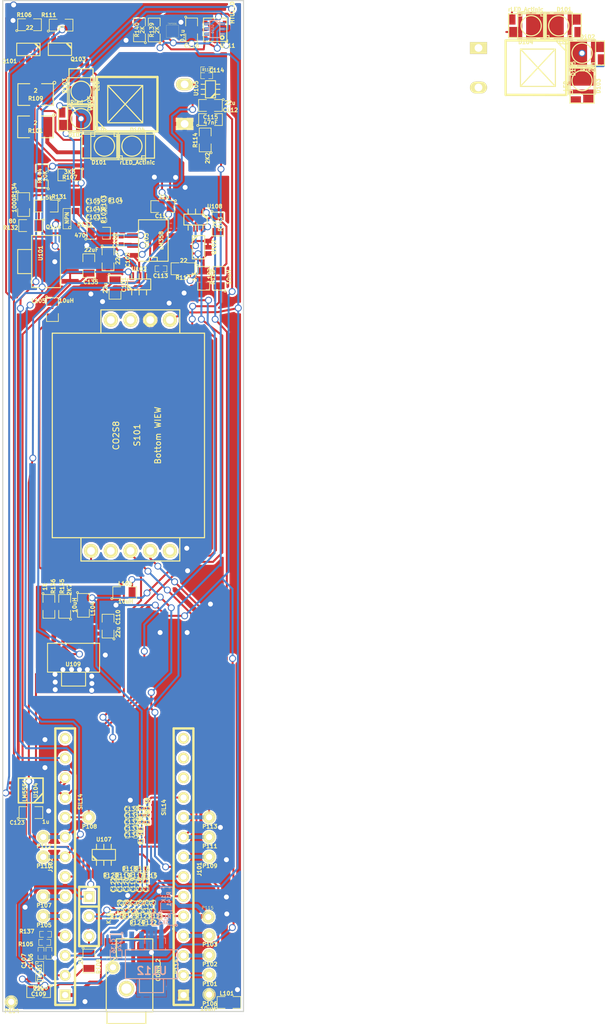
<source format=kicad_pcb>
(kicad_pcb (version 3) (host pcbnew "(2013-07-07 BZR 4022)-stable")
  (layers (15 F.Cu signal) (0 B.Cu signal) (18 B.Paste user hide) (19 F.Paste user hide) (20 B.SilkS user hide) (21 F.SilkS user) (22 B.Mask user hide) (23 F.Mask user hide) (28 Edge.Cuts user))
  (net 0 "")
  (net 1 /+5V)
  (net 2 /3.3Vdd)
  (net 3 "/A10 analog IN")
  (net 4 /ACT_SAT-LED)
  (net 5 /ACT_SAT_FB)
  (net 6 /ActVCC)
  (net 7 /Aref)
  (net 8 /DGND)
  (net 9 /DetVcc)
  (net 10 /Det_gnd)
  (net 11 "/IR CAL toggle")
  (net 12 /IR_CAL_filtered)
  (net 13 "/PWM meas intensity")
  (net 14 /PWM_calibration_intensity)
  (net 15 /PWMactpreset1)
  (net 16 /PWMactpreset2)
  (net 17 /Rxd)
  (net 18 /Txd)
  (net 19 /Umeas1)
  (net 20 /Umeas2)
  (net 21 /actinic_filtered&switched)
  (net 22 /actinic_preset1)
  (net 23 /actinic_preset2)
  (net 24 /cal)
  (net 25 /calibration_LED)
  (net 26 /pinK)
  (net 27 "/preselected ACT")
  (net 28 /sck)
  (net 29 /sda)
  (net 30 /signal)
  (net 31 "/toggle act ON/OFF")
  (net 32 "/toggle act1/act2")
  (net 33 GND)
  (net 34 N-000001)
  (net 35 N-0000010)
  (net 36 N-0000011)
  (net 37 N-0000012)
  (net 38 N-0000014)
  (net 39 N-0000015)
  (net 40 N-0000017)
  (net 41 N-0000019)
  (net 42 N-000002)
  (net 43 N-0000021)
  (net 44 N-0000022)
  (net 45 N-0000023)
  (net 46 N-000003)
  (net 47 N-0000032)
  (net 48 N-0000033)
  (net 49 N-0000034)
  (net 50 N-0000035)
  (net 51 N-0000036)
  (net 52 N-0000038)
  (net 53 N-0000039)
  (net 54 N-000004)
  (net 55 N-0000040)
  (net 56 N-0000041)
  (net 57 N-0000047)
  (net 58 N-0000048)
  (net 59 N-0000049)
  (net 60 N-0000052)
  (net 61 N-0000053)
  (net 62 N-0000054)
  (net 63 N-0000055)
  (net 64 N-0000056)
  (net 65 N-0000057)
  (net 66 N-0000058)
  (net 67 N-0000059)
  (net 68 N-0000060)
  (net 69 N-0000061)
  (net 70 N-0000062)
  (net 71 N-0000065)
  (net 72 N-0000066)
  (net 73 N-0000067)
  (net 74 N-0000069)
  (net 75 N-000007)
  (net 76 N-0000072)
  (net 77 N-0000073)
  (net 78 N-0000074)
  (net 79 N-000008)
  (net 80 N-0000085)
  (net 81 N-000009)
  (module Multi_Rebel+XP (layer F.Cu) (at 217.219 92.706 180)
    (fp_text reference D104 (at 0.70104 -2.10058 180) (layer F.SilkS) (effects (font (size 0.5 0.5) (thickness 0.125))))
    (fp_text value rLED_Actinic (at 0.70104 2.10058 180) (layer F.SilkS) (effects (font (size 0.5 0.5) (thickness 0.125))))
    (pad 1 smd rect (at 2.47396 -0.8001 180) (size 0.89916 1.30048) (layers F.Cu F.Paste F.Mask) (net 6 /ActVCC))
    (pad 2 smd rect (at 2.47396 0.8001 180) (size 0.89916 1.30048) (layers F.Cu F.Paste F.Mask) (net 4 /ACT_SAT-LED))
    (pad 2 smd rect (at -0.89916 0 180) (size 0.59944 2.99974) (layers F.Cu F.Paste F.Mask) (net 4 /ACT_SAT-LED))
    (pad 2 smd rect (at 0 0 180) (size 1.30048 3.29946) (layers F.Cu F.Paste F.Mask) (net 4 /ACT_SAT-LED))
    (pad 1 smd rect (at 1.39954 0 180) (size 0.50038 3.29946) (layers F.Cu F.Paste F.Mask) (net 6 /ActVCC))
    (pad 2 smd rect (at -1.39954 0 180) (size 0.50038 3.29946) (layers F.Cu F.Paste F.Mask) (net 4 /ACT_SAT-LED))
    (pad 1 smd rect (at 1.84912 -0.8001 180) (size 0.39878 1.30048) (layers F.Cu) (net 6 /ActVCC))
  )
  (module Multi_Rebel+XP (layer F.Cu) (at 223.767 96.232)
    (fp_text reference D102 (at 0.70104 -2.10058) (layer F.SilkS) (effects (font (size 0.5 0.5) (thickness 0.125))))
    (fp_text value IRled (at 0.70104 2.10058) (layer F.SilkS) (effects (font (size 0.5 0.5) (thickness 0.125))))
    (pad 1 smd rect (at 2.47396 -0.8001) (size 0.89916 1.30048) (layers F.Cu F.Paste F.Mask) (net 25 /calibration_LED))
    (pad 2 smd rect (at 2.47396 0.8001) (size 0.89916 1.30048) (layers F.Cu F.Paste F.Mask) (net 56 N-0000041))
    (pad 2 smd rect (at -0.89916 0) (size 0.59944 2.99974) (layers F.Cu F.Paste F.Mask) (net 56 N-0000041))
    (pad 2 smd rect (at 0 0) (size 1.30048 3.29946) (layers F.Cu F.Paste F.Mask) (net 56 N-0000041))
    (pad 1 smd rect (at 1.39954 0) (size 0.50038 3.29946) (layers F.Cu F.Paste F.Mask) (net 25 /calibration_LED))
    (pad 2 smd rect (at -1.39954 0) (size 0.50038 3.29946) (layers F.Cu F.Paste F.Mask) (net 56 N-0000041))
    (pad 1 smd rect (at 1.84912 -0.8001) (size 0.39878 1.30048) (layers F.Cu) (net 25 /calibration_LED))
  )
  (module Multi_Rebel+XP (layer F.Cu) (at 223.772 99.757 270)
    (fp_text reference D103 (at 0.70104 -2.10058 270) (layer F.SilkS) (effects (font (size 0.5 0.5) (thickness 0.125))))
    (fp_text value LED (at 0.70104 2.10058 270) (layer F.SilkS) (effects (font (size 0.5 0.5) (thickness 0.125))))
    (pad 1 smd rect (at 2.47396 -0.8001 270) (size 0.89916 1.30048) (layers F.Cu F.Paste F.Mask) (net 41 N-0000019))
    (pad 2 smd rect (at 2.47396 0.8001 270) (size 0.89916 1.30048) (layers F.Cu F.Paste F.Mask) (net 48 N-0000033))
    (pad 2 smd rect (at -0.89916 0 270) (size 0.59944 2.99974) (layers F.Cu F.Paste F.Mask) (net 48 N-0000033))
    (pad 2 smd rect (at 0 0 270) (size 1.30048 3.29946) (layers F.Cu F.Paste F.Mask) (net 48 N-0000033))
    (pad 1 smd rect (at 1.39954 0 270) (size 0.50038 3.29946) (layers F.Cu F.Paste F.Mask) (net 41 N-0000019))
    (pad 2 smd rect (at -1.39954 0 270) (size 0.50038 3.29946) (layers F.Cu F.Paste F.Mask) (net 48 N-0000033))
    (pad 1 smd rect (at 1.84912 -0.8001 270) (size 0.39878 1.30048) (layers F.Cu) (net 41 N-0000019))
  )
  (module Pin_diode_SIP_down (layer F.Cu) (at 218.085 98.104 270)
    (fp_text reference D105 (at 0.1143 -4.5593 270) (layer F.SilkS) (effects (font (size 0.5 0.5) (thickness 0.125))))
    (fp_text value SMALL_DIODE_PHOTODIODE hide)
    (pad 1 thru_hole rect (at -2.54 7.65 270) (size 1.524 2.19964) (drill 1.00076) (layers *.Cu *.Mask F.SilkS) (net 10 /Det_gnd))
    (pad 2 thru_hole oval (at 2.54 7.65 270) (size 1.524 2.19964) (drill 1.00076) (layers *.Cu *.Mask F.SilkS) (net 26 /pinK))
  )
  (module Multi_Rebel+XP (layer F.Cu) (at 220.762 92.709)
    (fp_text reference D101 (at 0.70104 -2.10058) (layer F.SilkS) (effects (font (size 0.5 0.5) (thickness 0.125))))
    (fp_text value LED (at 0.70104 2.10058) (layer F.SilkS) (effects (font (size 0.5 0.5) (thickness 0.125))))
    (pad 1 smd rect (at 2.47396 -0.8001) (size 0.89916 1.30048) (layers F.Cu F.Paste F.Mask) (net 40 N-0000017))
    (pad 2 smd rect (at 2.47396 0.8001) (size 0.89916 1.30048) (layers F.Cu F.Paste F.Mask) (net 49 N-0000034))
    (pad 2 smd rect (at -0.89916 0) (size 0.59944 2.99974) (layers F.Cu F.Paste F.Mask) (net 49 N-0000034))
    (pad 2 smd rect (at 0 0) (size 1.30048 3.29946) (layers F.Cu F.Paste F.Mask) (net 49 N-0000034))
    (pad 1 smd rect (at 1.39954 0) (size 0.50038 3.29946) (layers F.Cu F.Paste F.Mask) (net 40 N-0000017))
    (pad 2 smd rect (at -1.39954 0) (size 0.50038 3.29946) (layers F.Cu F.Paste F.Mask) (net 49 N-0000034))
    (pad 1 smd rect (at 1.84912 -0.8001) (size 0.39878 1.30048) (layers F.Cu) (net 40 N-0000017))
  )
  (module Multi_Rebel+XP (layer F.Cu) (at 162.268 108.181 180)
    (fp_text reference D101 (at 0.70104 -2.10058 180) (layer F.SilkS) (effects (font (size 0.5 0.5) (thickness 0.125))))
    (fp_text value LED (at 0.70104 2.10058 180) (layer F.SilkS) (effects (font (size 0.5 0.5) (thickness 0.125))))
    (pad 1 smd rect (at 2.47396 -0.8001 180) (size 0.89916 1.30048) (layers F.Cu F.Paste F.Mask) (net 40 N-0000017))
    (pad 2 smd rect (at 2.47396 0.8001 180) (size 0.89916 1.30048) (layers F.Cu F.Paste F.Mask) (net 49 N-0000034))
    (pad 2 smd rect (at -0.89916 0 180) (size 0.59944 2.99974) (layers F.Cu F.Paste F.Mask) (net 49 N-0000034))
    (pad 2 smd rect (at 0 0 180) (size 1.30048 3.29946) (layers F.Cu F.Paste F.Mask) (net 49 N-0000034))
    (pad 1 smd rect (at 1.39954 0 180) (size 0.50038 3.29946) (layers F.Cu F.Paste F.Mask) (net 40 N-0000017))
    (pad 2 smd rect (at -1.39954 0 180) (size 0.50038 3.29946) (layers F.Cu F.Paste F.Mask) (net 49 N-0000034))
    (pad 1 smd rect (at 1.84912 -0.8001 180) (size 0.39878 1.30048) (layers F.Cu) (net 40 N-0000017))
  )
  (module dfn6 (layer F.Cu) (at 176.527 93.2205 90)
    (fp_text reference U111 (at -2.04724 1.60274 180) (layer F.SilkS) (effects (font (size 0.5 0.5) (thickness 0.125))))
    (fp_text value HTU21D (at 2.2098 2.2098 90) (layer F.SilkS) (effects (font (size 0.5 0.5) (thickness 0.125))))
    (pad 1 smd rect (at -1 1.3 90) (size 0.34798 0.62738) (layers F.Cu F.Paste F.Mask) (net 29 /sda))
    (pad 2 smd rect (at 0 1.3 90) (size 0.34798 0.62738) (layers F.Cu F.Paste F.Mask) (net 33 GND))
    (pad 3 smd rect (at 1 1.3 90) (size 0.33 0.62738) (layers F.Cu F.Paste F.Mask))
    (pad 4 smd rect (at 1 -1.3 90) (size 0.34798 0.62738) (layers F.Cu F.Paste F.Mask))
    (pad 5 smd rect (at 0 -1.3 90) (size 0.34798 0.62738) (layers F.Cu F.Paste F.Mask) (net 47 N-0000032))
    (pad 6 smd rect (at -1 -1.3 90) (size 0.34798 0.62738) (layers F.Cu F.Paste F.Mask) (net 28 /sck))
  )
  (module DCQ5 (layer B.Cu) (at 168.323 213.396)
    (fp_text reference U112 (at 0.0508 0.8382) (layer B.SilkS) (effects (font (size 1.00076 1.00076) (thickness 0.20066)) (justify mirror)))
    (fp_text value TL1963 hide)
    (pad 1 smd rect (at -2.54 -3.1) (size 0.6 2.2) (layers B.Cu B.Paste B.Mask) (net 43 N-0000021))
    (pad 2 smd rect (at -1.27 -3.1) (size 0.6 2.2) (layers B.Cu B.Paste B.Mask) (net 43 N-0000021))
    (pad 3 smd rect (at 0 -3.1) (size 0.6 2.2) (layers B.Cu B.Paste B.Mask) (net 33 GND))
    (pad 3 smd rect (at 0 3.1) (size 3.79984 2.2) (layers B.Cu B.Paste B.Mask) (net 33 GND))
    (pad 4 smd rect (at 1.27 -3.1) (size 0.6 2.2) (layers B.Cu B.Paste B.Mask) (net 1 /+5V))
    (pad 5 smd rect (at 2.54 -3.1) (size 0.6 2.2) (layers B.Cu B.Paste B.Mask) (net 44 N-0000022))
  )
  (module Pin_diode_SIP_down (layer F.Cu) (at 164.945 102.786 90)
    (fp_text reference D105 (at 0.1143 -4.5593 90) (layer F.SilkS) (effects (font (size 0.5 0.5) (thickness 0.125))))
    (fp_text value SMALL_DIODE_PHOTODIODE hide)
    (pad 1 thru_hole rect (at -2.54 7.65 90) (size 1.524 2.19964) (drill 1.00076) (layers *.Cu *.Mask F.SilkS) (net 10 /Det_gnd))
    (pad 2 thru_hole oval (at 2.54 7.65 90) (size 1.524 2.19964) (drill 1.00076) (layers *.Cu *.Mask F.SilkS) (net 26 /pinK))
  )
  (module SM0805 (layer F.Cu) (at 173.497 93.2383 270)
    (fp_text reference C116 (at 2.02692 0 360) (layer F.SilkS) (effects (font (size 0.50038 0.50038) (thickness 0.10922))))
    (fp_text value 0.1u (at 0.76454 1.17348 270) (layer F.SilkS) (effects (font (size 0.50038 0.50038) (thickness 0.10922))))
    (pad 1 smd rect (at -0.9525 0 270) (size 0.889 1.397) (layers F.Cu F.Paste F.Mask) (net 33 GND))
    (pad 2 smd rect (at 0.9525 0 270) (size 0.889 1.397) (layers F.Cu F.Paste F.Mask) (net 47 N-0000032))
  )
  (module DCQ5 (layer F.Cu) (at 154.747 123.03 90)
    (fp_text reference U101 (at 1.0795 -0.6985 90) (layer F.SilkS) (effects (font (size 0.5 0.5) (thickness 0.125))))
    (fp_text value TL1963 hide)
    (pad 1 smd rect (at -2.54 3.1 90) (size 0.6 2.2) (layers F.Cu F.Paste F.Mask) (net 50 N-0000035))
    (pad 2 smd rect (at -1.27 3.1 90) (size 0.6 2.2) (layers F.Cu F.Paste F.Mask) (net 50 N-0000035))
    (pad 3 smd rect (at 0 3.1 90) (size 0.6 2.2) (layers F.Cu F.Paste F.Mask) (net 33 GND))
    (pad 3 smd rect (at 0 -3.1 90) (size 3.79984 2.2) (layers F.Cu F.Paste F.Mask) (net 33 GND))
    (pad 4 smd rect (at 1.27 3.1 90) (size 0.6 2.2) (layers F.Cu F.Paste F.Mask) (net 60 N-0000052))
    (pad 5 smd rect (at 2.54 3.1 90) (size 0.6 2.2) (layers F.Cu F.Paste F.Mask) (net 34 N-000001))
  )
  (module Multi_Rebel+XP (layer F.Cu) (at 159.258 101.133 90)
    (fp_text reference D103 (at 0.70104 -2.10058 90) (layer F.SilkS) (effects (font (size 0.5 0.5) (thickness 0.125))))
    (fp_text value LED (at 0.70104 2.10058 90) (layer F.SilkS) (effects (font (size 0.5 0.5) (thickness 0.125))))
    (pad 1 smd rect (at 2.47396 -0.8001 90) (size 0.89916 1.30048) (layers F.Cu F.Paste F.Mask) (net 41 N-0000019))
    (pad 2 smd rect (at 2.47396 0.8001 90) (size 0.89916 1.30048) (layers F.Cu F.Paste F.Mask) (net 48 N-0000033))
    (pad 2 smd rect (at -0.89916 0 90) (size 0.59944 2.99974) (layers F.Cu F.Paste F.Mask) (net 48 N-0000033))
    (pad 2 smd rect (at 0 0 90) (size 1.30048 3.29946) (layers F.Cu F.Paste F.Mask) (net 48 N-0000033))
    (pad 1 smd rect (at 1.39954 0 90) (size 0.50038 3.29946) (layers F.Cu F.Paste F.Mask) (net 41 N-0000019))
    (pad 2 smd rect (at -1.39954 0 90) (size 0.50038 3.29946) (layers F.Cu F.Paste F.Mask) (net 48 N-0000033))
    (pad 1 smd rect (at 1.84912 -0.8001 90) (size 0.39878 1.30048) (layers F.Cu) (net 41 N-0000019))
  )
  (module Multi_Rebel+XP (layer F.Cu) (at 159.263 104.658 180)
    (fp_text reference D102 (at 0.70104 -2.10058 180) (layer F.SilkS) (effects (font (size 0.5 0.5) (thickness 0.125))))
    (fp_text value IRled (at 0.70104 2.10058 180) (layer F.SilkS) (effects (font (size 0.5 0.5) (thickness 0.125))))
    (pad 1 smd rect (at 2.47396 -0.8001 180) (size 0.89916 1.30048) (layers F.Cu F.Paste F.Mask) (net 25 /calibration_LED))
    (pad 2 smd rect (at 2.47396 0.8001 180) (size 0.89916 1.30048) (layers F.Cu F.Paste F.Mask) (net 56 N-0000041))
    (pad 2 smd rect (at -0.89916 0 180) (size 0.59944 2.99974) (layers F.Cu F.Paste F.Mask) (net 56 N-0000041))
    (pad 2 smd rect (at 0 0 180) (size 1.30048 3.29946) (layers F.Cu F.Paste F.Mask) (net 56 N-0000041))
    (pad 1 smd rect (at 1.39954 0 180) (size 0.50038 3.29946) (layers F.Cu F.Paste F.Mask) (net 25 /calibration_LED))
    (pad 2 smd rect (at -1.39954 0 180) (size 0.50038 3.29946) (layers F.Cu F.Paste F.Mask) (net 56 N-0000041))
    (pad 1 smd rect (at 1.84912 -0.8001 180) (size 0.39878 1.30048) (layers F.Cu) (net 25 /calibration_LED))
  )
  (module Multi_Rebel+XP (layer F.Cu) (at 165.811 108.184)
    (fp_text reference D104 (at 0.70104 -2.10058) (layer F.SilkS) (effects (font (size 0.5 0.5) (thickness 0.125))))
    (fp_text value rLED_Actinic (at 0.70104 2.10058) (layer F.SilkS) (effects (font (size 0.5 0.5) (thickness 0.125))))
    (pad 1 smd rect (at 2.47396 -0.8001) (size 0.89916 1.30048) (layers F.Cu F.Paste F.Mask) (net 6 /ActVCC))
    (pad 2 smd rect (at 2.47396 0.8001) (size 0.89916 1.30048) (layers F.Cu F.Paste F.Mask) (net 4 /ACT_SAT-LED))
    (pad 2 smd rect (at -0.89916 0) (size 0.59944 2.99974) (layers F.Cu F.Paste F.Mask) (net 4 /ACT_SAT-LED))
    (pad 2 smd rect (at 0 0) (size 1.30048 3.29946) (layers F.Cu F.Paste F.Mask) (net 4 /ACT_SAT-LED))
    (pad 1 smd rect (at 1.39954 0) (size 0.50038 3.29946) (layers F.Cu F.Paste F.Mask) (net 6 /ActVCC))
    (pad 2 smd rect (at -1.39954 0) (size 0.50038 3.29946) (layers F.Cu F.Paste F.Mask) (net 4 /ACT_SAT-LED))
    (pad 1 smd rect (at 1.84912 -0.8001) (size 0.39878 1.30048) (layers F.Cu) (net 6 /ActVCC))
  )
  (module SOT23 (layer F.Cu) (at 157.452 117.48 90)
    (fp_text reference Q104 (at -1.1176 -1.7526 180) (layer F.SilkS) (effects (font (size 0.5 0.5) (thickness 0.125))))
    (fp_text value NPN (at 0.0635 0 90) (layer F.SilkS) (effects (font (size 0.5 0.5) (thickness 0.125))))
    (pad 3 smd rect (at 0 -1.09982 90) (size 0.8001 1.00076) (layers F.Cu F.Paste F.Mask) (net 60 N-0000052))
    (pad 2 smd rect (at 0.9525 1.09982 90) (size 0.8001 1.00076) (layers F.Cu F.Paste F.Mask) (net 61 N-0000053))
    (pad 1 smd rect (at -0.9525 1.09982 90) (size 0.8001 1.00076) (layers F.Cu F.Paste F.Mask) (net 39 N-0000015))
  )
  (module SOT23 (layer F.Cu) (at 153.924 214.376 270)
    (fp_text reference U106 (at 1.99898 -0.09906 360) (layer F.SilkS) (effects (font (size 0.5 0.5) (thickness 0.125))))
    (fp_text value TL431 (at 0.0635 0 270) (layer F.SilkS) (effects (font (size 0.5 0.5) (thickness 0.125))))
    (pad 3 smd rect (at 0 -1.09982 270) (size 0.8001 1.00076) (layers F.Cu F.Paste F.Mask) (net 10 /Det_gnd))
    (pad 2 smd rect (at 0.9525 1.09982 270) (size 0.8001 1.00076) (layers F.Cu F.Paste F.Mask) (net 7 /Aref))
    (pad 1 smd rect (at -0.9525 1.09982 270) (size 0.8001 1.00076) (layers F.Cu F.Paste F.Mask) (net 7 /Aref))
  )
  (module SO8E (layer F.Cu) (at 168.565 120.325 90)
    (fp_text reference U103 (at 0 -0.889 90) (layer F.SilkS) (effects (font (size 0.5 0.5) (thickness 0.125))))
    (fp_text value LM358 (at 0 1.016 90) (layer F.SilkS) (effects (font (size 0.5 0.5) (thickness 0.125))))
    (pad 8 smd rect (at -1.905 -2.667 90) (size 0.59944 1.39954) (layers F.Cu F.Paste F.Mask) (net 6 /ActVCC))
    (pad 1 smd rect (at -1.905 2.667 90) (size 0.59944 1.39954) (layers F.Cu F.Paste F.Mask) (net 74 N-0000069))
    (pad 7 smd rect (at -0.635 -2.667 90) (size 0.59944 1.39954) (layers F.Cu F.Paste F.Mask) (net 25 /calibration_LED))
    (pad 6 smd rect (at 0.635 -2.667 90) (size 0.59944 1.39954) (layers F.Cu F.Paste F.Mask) (net 56 N-0000041))
    (pad 5 smd rect (at 1.905 -2.667 90) (size 0.59944 1.39954) (layers F.Cu F.Paste F.Mask) (net 42 N-000002))
    (pad 2 smd rect (at -0.635 2.667 90) (size 0.59944 1.39954) (layers F.Cu F.Paste F.Mask) (net 5 /ACT_SAT_FB))
    (pad 3 smd rect (at 0.635 2.667 90) (size 0.59944 1.39954) (layers F.Cu F.Paste F.Mask) (net 21 /actinic_filtered&switched))
    (pad 4 smd rect (at 1.905 2.667 90) (size 0.59944 1.39954) (layers F.Cu F.Paste F.Mask) (net 33 GND))
  )
  (module SM0805 (layer F.Cu) (at 160.259 123.563 90)
    (fp_text reference C135 (at -2.1082 0.254 180) (layer F.SilkS) (effects (font (size 0.5 0.5) (thickness 0.125))))
    (fp_text value 22uF (at 2.0447 0.3175 180) (layer F.SilkS) (effects (font (size 0.5 0.5) (thickness 0.125))))
    (pad 1 smd rect (at -0.9525 0 90) (size 0.889 1.397) (layers F.Cu F.Paste F.Mask) (net 50 N-0000035))
    (pad 2 smd rect (at 0.9525 0 90) (size 0.889 1.397) (layers F.Cu F.Paste F.Mask) (net 33 GND))
  )
  (module SM0805 (layer F.Cu) (at 153.797 216.916 180)
    (fp_text reference C109 (at 0 -0.3175 180) (layer F.SilkS) (effects (font (size 0.5 0.5) (thickness 0.125))))
    (fp_text value 22u (at 0 0.381 180) (layer F.SilkS) (effects (font (size 0.5 0.5) (thickness 0.125))))
    (pad 1 smd rect (at -0.9525 0 180) (size 0.889 1.397) (layers F.Cu F.Paste F.Mask) (net 7 /Aref))
    (pad 2 smd rect (at 0.9525 0 180) (size 0.889 1.397) (layers F.Cu F.Paste F.Mask) (net 10 /Det_gnd))
  )
  (module SM0805 (layer F.Cu) (at 157.808 111.879 180)
    (fp_text reference R107 (at 0 -0.3175 180) (layer F.SilkS) (effects (font (size 0.5 0.5) (thickness 0.125))))
    (fp_text value 3K3 (at 0 0.381 180) (layer F.SilkS) (effects (font (size 0.5 0.5) (thickness 0.125))))
    (pad 1 smd rect (at -0.9525 0 180) (size 0.889 1.397) (layers F.Cu F.Paste F.Mask) (net 56 N-0000041))
    (pad 2 smd rect (at 0.9525 0 180) (size 0.889 1.397) (layers F.Cu F.Paste F.Mask) (net 33 GND))
  )
  (module SM0805 (layer F.Cu) (at 163.632 126.337 270)
    (fp_text reference C101 (at -0.3429 -1.14554 270) (layer F.SilkS) (effects (font (size 0.5 0.5) (thickness 0.125))))
    (fp_text value 22u (at 0.09144 1.24206 270) (layer F.SilkS) (effects (font (size 0.5 0.5) (thickness 0.125))))
    (pad 1 smd rect (at -0.9525 0 270) (size 0.889 1.397) (layers F.Cu F.Paste F.Mask) (net 6 /ActVCC))
    (pad 2 smd rect (at 0.9525 0 270) (size 0.889 1.397) (layers F.Cu F.Paste F.Mask) (net 33 GND))
  )
  (module SM0805 (layer F.Cu) (at 178.308 218.313)
    (fp_text reference L101 (at -0.28194 -1.16586) (layer F.SilkS) (effects (font (size 0.5 0.5) (thickness 0.125))))
    (fp_text value 10uH (at -2.72034 0.8001) (layer F.SilkS) (effects (font (size 0.5 0.5) (thickness 0.125))))
    (pad 1 smd rect (at -0.9525 0) (size 0.889 1.397) (layers F.Cu F.Paste F.Mask) (net 8 /DGND))
    (pad 2 smd rect (at 0.9525 0) (size 0.889 1.397) (layers F.Cu F.Paste F.Mask) (net 33 GND))
  )
  (module SM0805 (layer F.Cu) (at 160.274 212.979 270)
    (fp_text reference R108 (at 0.70104 -1.2446 270) (layer F.SilkS) (effects (font (size 0.5 0.5) (thickness 0.125))))
    (fp_text value 2K (at -0.04572 1.0414 270) (layer F.SilkS) (effects (font (size 0.5 0.5) (thickness 0.125))))
    (pad 1 smd rect (at -0.9525 0 270) (size 0.889 1.397) (layers F.Cu F.Paste F.Mask) (net 7 /Aref))
    (pad 2 smd rect (at 0.9525 0 270) (size 0.889 1.397) (layers F.Cu F.Paste F.Mask) (net 9 /DetVcc))
  )
  (module SM0805 (layer F.Cu) (at 162.73 122.69 270)
    (fp_text reference C102 (at 0.127 -2.54 270) (layer F.SilkS) (effects (font (size 0.5 0.5) (thickness 0.125))))
    (fp_text value 22uF (at -0.1778 -1.27 270) (layer F.SilkS) (effects (font (size 0.5 0.5) (thickness 0.125))))
    (pad 1 smd rect (at -0.9525 0 270) (size 0.889 1.397) (layers F.Cu F.Paste F.Mask) (net 60 N-0000052))
    (pad 2 smd rect (at 0.9525 0 270) (size 0.889 1.397) (layers F.Cu F.Paste F.Mask) (net 33 GND))
  )
  (module SM0805 (layer F.Cu) (at 156.69 92.6262)
    (fp_text reference R111 (at -1.5875 -1.30556) (layer F.SilkS) (effects (font (size 0.5 0.5) (thickness 0.125))))
    (fp_text value 22 (at 0 0.381) (layer F.SilkS) (effects (font (size 0.5 0.5) (thickness 0.125))))
    (pad 1 smd rect (at -0.9525 0) (size 0.889 1.397) (layers F.Cu F.Paste F.Mask) (net 46 N-000003))
    (pad 2 smd rect (at 0.9525 0) (size 0.889 1.397) (layers F.Cu F.Paste F.Mask) (net 53 N-0000039))
  )
  (module SM0805 (layer F.Cu) (at 152.626 92.5754)
    (fp_text reference R106 (at -0.6858 -1.27) (layer F.SilkS) (effects (font (size 0.5 0.5) (thickness 0.125))))
    (fp_text value 22 (at 0 0.381) (layer F.SilkS) (effects (font (size 0.5 0.5) (thickness 0.125))))
    (pad 1 smd rect (at -0.9525 0) (size 0.889 1.397) (layers F.Cu F.Paste F.Mask) (net 38 N-0000014))
    (pad 2 smd rect (at 0.9525 0) (size 0.889 1.397) (layers F.Cu F.Paste F.Mask) (net 54 N-000004))
  )
  (module SM0805 (layer F.Cu) (at 155.118 167.373 270)
    (fp_text reference R136 (at -2.57556 -0.5588 270) (layer F.SilkS) (effects (font (size 0.5 0.5) (thickness 0.125))))
    (fp_text value 1K (at -2.52984 0.50292 270) (layer F.SilkS) (effects (font (size 0.5 0.5) (thickness 0.125))))
    (pad 1 smd rect (at -0.9525 0 270) (size 0.889 1.397) (layers F.Cu F.Paste F.Mask) (net 10 /Det_gnd))
    (pad 2 smd rect (at 0.9525 0 270) (size 0.889 1.397) (layers F.Cu F.Paste F.Mask) (net 79 N-000008))
  )
  (module SM0805 (layer F.Cu) (at 155.575 129.21 270)
    (fp_text reference L105 (at -1.1303 1.7907 360) (layer F.SilkS) (effects (font (size 0.5 0.5) (thickness 0.125))))
    (fp_text value 10uH (at -1.1557 -1.7907 360) (layer F.SilkS) (effects (font (size 0.5 0.5) (thickness 0.125))))
    (pad 1 smd rect (at -0.9525 0 270) (size 0.889 1.397) (layers F.Cu F.Paste F.Mask) (net 50 N-0000035))
    (pad 2 smd rect (at 0.9525 0 270) (size 0.889 1.397) (layers F.Cu F.Paste F.Mask) (net 6 /ActVCC))
  )
  (module SM0805 (layer F.Cu) (at 154.772 115.893 180)
    (fp_text reference R131 (at -1.6637 1.19634 180) (layer F.SilkS) (effects (font (size 0.5 0.5) (thickness 0.125))))
    (fp_text value 1.5k (at 0.02032 1.1049 180) (layer F.SilkS) (effects (font (size 0.5 0.5) (thickness 0.125))))
    (pad 1 smd rect (at -0.9525 0 180) (size 0.889 1.397) (layers F.Cu F.Paste F.Mask) (net 60 N-0000052))
    (pad 2 smd rect (at 0.9525 0 180) (size 0.889 1.397) (layers F.Cu F.Paste F.Mask) (net 34 N-000001))
  )
  (module SM0805 (layer F.Cu) (at 161.519 119.388)
    (fp_text reference R133 (at -1.8034 -1.1176) (layer F.SilkS) (effects (font (size 0.5 0.5) (thickness 0.125))))
    (fp_text value 470 (at -2.3876 0.2794) (layer F.SilkS) (effects (font (size 0.5 0.5) (thickness 0.125))))
    (pad 1 smd rect (at -0.9525 0) (size 0.889 1.397) (layers F.Cu F.Paste F.Mask) (net 34 N-000001))
    (pad 2 smd rect (at 0.9525 0) (size 0.889 1.397) (layers F.Cu F.Paste F.Mask) (net 33 GND))
  )
  (module SM0805 (layer F.Cu) (at 152.766 118.407 180)
    (fp_text reference R132 (at 2.58064 -0.27432 180) (layer F.SilkS) (effects (font (size 0.5 0.5) (thickness 0.125))))
    (fp_text value 80 (at 2.34188 0.5715 180) (layer F.SilkS) (effects (font (size 0.5 0.5) (thickness 0.125))))
    (pad 1 smd rect (at -0.9525 0 180) (size 0.889 1.397) (layers F.Cu F.Paste F.Mask) (net 34 N-000001))
    (pad 2 smd rect (at 0.9525 0 180) (size 0.889 1.397) (layers F.Cu F.Paste F.Mask) (net 39 N-0000015))
  )
  (module SM0805 (layer F.Cu) (at 151.864 115.702 270)
    (fp_text reference R134 (at -1.84404 1.20396 270) (layer F.SilkS) (effects (font (size 0.5 0.5) (thickness 0.125))))
    (fp_text value 1000 (at 0.06858 1.19634 270) (layer F.SilkS) (effects (font (size 0.5 0.5) (thickness 0.125))))
    (pad 1 smd rect (at -0.9525 0 270) (size 0.889 1.397) (layers F.Cu F.Paste F.Mask) (net 33 GND))
    (pad 2 smd rect (at 0.9525 0 270) (size 0.889 1.397) (layers F.Cu F.Paste F.Mask) (net 39 N-0000015))
  )
  (module SM0805 (layer F.Cu) (at 157.15 167.373 90)
    (fp_text reference R135 (at 2.57556 -0.34036 90) (layer F.SilkS) (effects (font (size 0.5 0.5) (thickness 0.125))))
    (fp_text value 2K7 (at 2.15138 0.60706 90) (layer F.SilkS) (effects (font (size 0.5 0.5) (thickness 0.125))))
    (pad 1 smd rect (at -0.9525 0 90) (size 0.889 1.397) (layers F.Cu F.Paste F.Mask) (net 9 /DetVcc))
    (pad 2 smd rect (at 0.9525 0 90) (size 0.889 1.397) (layers F.Cu F.Paste F.Mask) (net 79 N-000008))
  )
  (module SM0805 (layer F.Cu) (at 175.92 102.951 180)
    (fp_text reference C112 (at -2.57048 -0.5969 180) (layer F.SilkS) (effects (font (size 0.5 0.5) (thickness 0.125))))
    (fp_text value 22u (at -2.51206 0.3302 180) (layer F.SilkS) (effects (font (size 0.5 0.5) (thickness 0.125))))
    (pad 1 smd rect (at -0.9525 0 180) (size 0.889 1.397) (layers F.Cu F.Paste F.Mask) (net 10 /Det_gnd))
    (pad 2 smd rect (at 0.9525 0 180) (size 0.889 1.397) (layers F.Cu F.Paste F.Mask) (net 9 /DetVcc))
  )
  (module SM0805 (layer F.Cu) (at 164.876 165.613)
    (fp_text reference L103 (at 0.08128 -1.16586) (layer F.SilkS) (effects (font (size 0.5 0.5) (thickness 0.125))))
    (fp_text value 10uH (at 0.127 1.13284) (layer F.SilkS) (effects (font (size 0.5 0.5) (thickness 0.125))))
    (pad 1 smd rect (at -0.9525 0) (size 0.889 1.397) (layers F.Cu F.Paste F.Mask) (net 10 /Det_gnd))
    (pad 2 smd rect (at 0.9525 0) (size 0.889 1.397) (layers F.Cu F.Paste F.Mask) (net 8 /DGND))
  )
  (module SM0805 (layer F.Cu) (at 162.738 169.913 90)
    (fp_text reference C110 (at 1.13792 1.2827 90) (layer F.SilkS) (effects (font (size 0.5 0.5) (thickness 0.125))))
    (fp_text value 22u (at -0.78232 1.29032 90) (layer F.SilkS) (effects (font (size 0.5 0.5) (thickness 0.125))))
    (pad 1 smd rect (at -0.9525 0 90) (size 0.889 1.397) (layers F.Cu F.Paste F.Mask) (net 80 N-0000085))
    (pad 2 smd rect (at 0.9525 0 90) (size 0.889 1.397) (layers F.Cu F.Paste F.Mask) (net 10 /Det_gnd))
  )
  (module SM0805 (layer F.Cu) (at 175.245 107.386 90)
    (fp_text reference R114 (at -0.04318 -1.28524 90) (layer F.SilkS) (effects (font (size 0.5 0.5) (thickness 0.125))))
    (fp_text value 2K2 (at -2.34188 0.31496 90) (layer F.SilkS) (effects (font (size 0.5 0.5) (thickness 0.125))))
    (pad 1 smd rect (at -0.9525 0 90) (size 0.889 1.397) (layers F.Cu F.Paste F.Mask) (net 10 /Det_gnd))
    (pad 2 smd rect (at 0.9525 0 90) (size 0.889 1.397) (layers F.Cu F.Paste F.Mask) (net 3 "/A10 analog IN"))
  )
  (module SM0805 (layer F.Cu) (at 159.563 167.246 270)
    (fp_text reference L104 (at 0.4445 -1.21158 270) (layer F.SilkS) (effects (font (size 0.5 0.5) (thickness 0.125))))
    (fp_text value 10uH (at -0.03556 1.1303 270) (layer F.SilkS) (effects (font (size 0.5 0.5) (thickness 0.125))))
    (pad 1 smd rect (at -0.9525 0 270) (size 0.889 1.397) (layers F.Cu F.Paste F.Mask) (net 1 /+5V))
    (pad 2 smd rect (at 0.9525 0 270) (size 0.889 1.397) (layers F.Cu F.Paste F.Mask) (net 80 N-0000085))
  )
  (module SM0805 (layer F.Cu) (at 172.375 123.957 180)
    (fp_text reference R110 (at -0.01778 -1.14808 180) (layer F.SilkS) (effects (font (size 0.5 0.5) (thickness 0.125))))
    (fp_text value 22 (at -0.09906 1.04648 180) (layer F.SilkS) (effects (font (size 0.5 0.5) (thickness 0.125))))
    (pad 1 smd rect (at -0.9525 0 180) (size 0.889 1.397) (layers F.Cu F.Paste F.Mask) (net 73 N-0000067))
    (pad 2 smd rect (at 0.9525 0 180) (size 0.889 1.397) (layers F.Cu F.Paste F.Mask) (net 74 N-0000069))
  )
  (module SM0805 (layer F.Cu) (at 175.044 125.189 270)
    (fp_text reference R113 (at -0.1524 -1.1938 270) (layer F.SilkS) (effects (font (size 0.5 0.5) (thickness 0.125))))
    (fp_text value 3.3 (at -0.1524 1.1938 270) (layer F.SilkS) (effects (font (size 0.5 0.5) (thickness 0.125))))
    (pad 1 smd rect (at -0.9525 0 270) (size 0.889 1.397) (layers F.Cu F.Paste F.Mask) (net 5 /ACT_SAT_FB))
    (pad 2 smd rect (at 0.9525 0 270) (size 0.889 1.397) (layers F.Cu F.Paste F.Mask) (net 33 GND))
  )
  (module SM0805 (layer F.Cu) (at 177.035 125.189 90)
    (fp_text reference L102 (at 0.40132 -1.19888 90) (layer F.SilkS) (effects (font (size 0.5 0.5) (thickness 0.125))))
    (fp_text value 10uH (at 0.16002 1.27 90) (layer F.SilkS) (effects (font (size 0.5 0.5) (thickness 0.125))))
    (pad 1 smd rect (at -0.9525 0 90) (size 0.889 1.397) (layers F.Cu F.Paste F.Mask) (net 1 /+5V))
    (pad 2 smd rect (at 0.9525 0 90) (size 0.889 1.397) (layers F.Cu F.Paste F.Mask) (net 6 /ActVCC))
  )
  (module SM0805 (layer F.Cu) (at 169.771 115.956 180)
    (fp_text reference C111 (at 0.02032 -1.22428 180) (layer F.SilkS) (effects (font (size 0.5 0.5) (thickness 0.125))))
    (fp_text value 22u (at -0.12192 1.22936 180) (layer F.SilkS) (effects (font (size 0.5 0.5) (thickness 0.125))))
    (pad 1 smd rect (at -0.9525 0 180) (size 0.889 1.397) (layers F.Cu F.Paste F.Mask) (net 6 /ActVCC))
    (pad 2 smd rect (at 0.9525 0 180) (size 0.889 1.397) (layers F.Cu F.Paste F.Mask) (net 33 GND))
  )
  (module SM0402 (layer F.Cu) (at 162.189 117.188 90)
    (fp_text reference R102 (at 0 0 90) (layer F.SilkS) (effects (font (size 0.5 0.5) (thickness 0.125))))
    (fp_text value 3.3K hide)
    (pad 1 smd rect (at -0.44958 0 90) (size 0.39878 0.59944) (layers F.Cu F.Paste F.Mask) (net 61 N-0000053))
    (pad 2 smd rect (at 0.44958 0 90) (size 0.39878 0.59944) (layers F.Cu F.Paste F.Mask) (net 62 N-0000054))
  )
  (module SM0402 (layer F.Cu) (at 166.789 203.213 270)
    (fp_text reference C118 (at 0 0 270) (layer F.SilkS) (effects (font (size 0.5 0.5) (thickness 0.125))))
    (fp_text value 10n hide)
    (pad 1 smd rect (at -0.44958 0 270) (size 0.39878 0.59944) (layers F.Cu F.Paste F.Mask) (net 67 N-0000059))
    (pad 2 smd rect (at 0.44958 0 270) (size 0.39878 0.59944) (layers F.Cu F.Paste F.Mask) (net 33 GND))
  )
  (module SM0402 (layer F.Cu) (at 160.792 115.283 180)
    (fp_text reference C105 (at 0 0 180) (layer F.SilkS) (effects (font (size 0.5 0.5) (thickness 0.125))))
    (fp_text value 10n hide)
    (pad 1 smd rect (at -0.44958 0 180) (size 0.39878 0.59944) (layers F.Cu F.Paste F.Mask) (net 63 N-0000055))
    (pad 2 smd rect (at 0.44958 0 180) (size 0.39878 0.59944) (layers F.Cu F.Paste F.Mask) (net 33 GND))
  )
  (module SM0402 (layer F.Cu) (at 160.792 116.299 180)
    (fp_text reference C104 (at 0 0 180) (layer F.SilkS) (effects (font (size 0.5 0.5) (thickness 0.125))))
    (fp_text value 10n hide)
    (pad 1 smd rect (at -0.44958 0 180) (size 0.39878 0.59944) (layers F.Cu F.Paste F.Mask) (net 62 N-0000054))
    (pad 2 smd rect (at 0.44958 0 180) (size 0.39878 0.59944) (layers F.Cu F.Paste F.Mask) (net 33 GND))
  )
  (module SM0402 (layer F.Cu) (at 160.792 117.34 180)
    (fp_text reference C103 (at 0 0 180) (layer F.SilkS) (effects (font (size 0.5 0.5) (thickness 0.125))))
    (fp_text value 10n hide)
    (pad 1 smd rect (at -0.44958 0 180) (size 0.39878 0.59944) (layers F.Cu F.Paste F.Mask) (net 61 N-0000053))
    (pad 2 smd rect (at 0.44958 0 180) (size 0.39878 0.59944) (layers F.Cu F.Paste F.Mask) (net 33 GND))
  )
  (module SM0402 (layer F.Cu) (at 165.951 203.213 270)
    (fp_text reference C119 (at 0 0 270) (layer F.SilkS) (effects (font (size 0.5 0.5) (thickness 0.125))))
    (fp_text value 10n hide)
    (pad 1 smd rect (at -0.44958 0 270) (size 0.39878 0.59944) (layers F.Cu F.Paste F.Mask) (net 68 N-0000060))
    (pad 2 smd rect (at 0.44958 0 270) (size 0.39878 0.59944) (layers F.Cu F.Paste F.Mask) (net 33 GND))
  )
  (module SM0402 (layer F.Cu) (at 168.11 201.994 180)
    (fp_text reference R115 (at 0 0 180) (layer F.SilkS) (effects (font (size 0.5 0.5) (thickness 0.125))))
    (fp_text value 3.3K hide)
    (pad 1 smd rect (at -0.44958 0 180) (size 0.39878 0.59944) (layers F.Cu F.Paste F.Mask) (net 15 /PWMactpreset1))
    (pad 2 smd rect (at 0.44958 0 180) (size 0.39878 0.59944) (layers F.Cu F.Paste F.Mask) (net 69 N-0000061))
  )
  (module SM0402 (layer F.Cu) (at 167.145 201.155 180)
    (fp_text reference R116 (at 0 0 180) (layer F.SilkS) (effects (font (size 0.5 0.5) (thickness 0.125))))
    (fp_text value 3.3K hide)
    (pad 1 smd rect (at -0.44958 0 180) (size 0.39878 0.59944) (layers F.Cu F.Paste F.Mask) (net 69 N-0000061))
    (pad 2 smd rect (at 0.44958 0 180) (size 0.39878 0.59944) (layers F.Cu F.Paste F.Mask) (net 67 N-0000059))
  )
  (module SM0402 (layer F.Cu) (at 166.383 201.994 180)
    (fp_text reference R117 (at 0 0 180) (layer F.SilkS) (effects (font (size 0.5 0.5) (thickness 0.125))))
    (fp_text value 3.3K hide)
    (pad 1 smd rect (at -0.44958 0 180) (size 0.39878 0.59944) (layers F.Cu F.Paste F.Mask) (net 67 N-0000059))
    (pad 2 smd rect (at 0.44958 0 180) (size 0.39878 0.59944) (layers F.Cu F.Paste F.Mask) (net 68 N-0000060))
  )
  (module SM0402 (layer F.Cu) (at 166.954 197.079 270)
    (fp_text reference R130 (at 0 0 270) (layer F.SilkS) (effects (font (size 0.5 0.5) (thickness 0.125))))
    (fp_text value 3.3K hide)
    (pad 1 smd rect (at -0.44958 0 270) (size 0.39878 0.59944) (layers F.Cu F.Paste F.Mask) (net 55 N-0000040))
    (pad 2 smd rect (at 0.44958 0 270) (size 0.39878 0.59944) (layers F.Cu F.Paste F.Mask) (net 12 /IR_CAL_filtered))
  )
  (module SM0402 (layer F.Cu) (at 165.735 196.799 180)
    (fp_text reference C134 (at 0 0 180) (layer F.SilkS) (effects (font (size 0.5 0.5) (thickness 0.125))))
    (fp_text value 10n hide)
    (pad 1 smd rect (at -0.44958 0 180) (size 0.39878 0.59944) (layers F.Cu F.Paste F.Mask) (net 12 /IR_CAL_filtered))
    (pad 2 smd rect (at 0.44958 0 180) (size 0.39878 0.59944) (layers F.Cu F.Paste F.Mask) (net 33 GND))
  )
  (module SM0402 (layer F.Cu) (at 162.189 115.461 90)
    (fp_text reference R103 (at 0 0 90) (layer F.SilkS) (effects (font (size 0.5 0.5) (thickness 0.125))))
    (fp_text value 3.3K hide)
    (pad 1 smd rect (at -0.44958 0 90) (size 0.39878 0.59944) (layers F.Cu F.Paste F.Mask) (net 62 N-0000054))
    (pad 2 smd rect (at 0.44958 0 90) (size 0.39878 0.59944) (layers F.Cu F.Paste F.Mask) (net 63 N-0000055))
  )
  (module SM0402 (layer F.Cu) (at 163.675 115.194)
    (fp_text reference R104 (at 0 0) (layer F.SilkS) (effects (font (size 0.5 0.5) (thickness 0.125))))
    (fp_text value 3.3K hide)
    (pad 1 smd rect (at -0.44958 0) (size 0.39878 0.59944) (layers F.Cu F.Paste F.Mask) (net 63 N-0000055))
    (pad 2 smd rect (at 0.44958 0) (size 0.39878 0.59944) (layers F.Cu F.Paste F.Mask) (net 64 N-0000056))
  )
  (module SM0402 (layer F.Cu) (at 155.118 211.988 270)
    (fp_text reference C106 (at 0.9906 2.3368 270) (layer F.SilkS) (effects (font (size 0.5 0.5) (thickness 0.125))))
    (fp_text value 10n hide)
    (pad 1 smd rect (at -0.44958 0 270) (size 0.39878 0.59944) (layers F.Cu F.Paste F.Mask) (net 64 N-0000056))
    (pad 2 smd rect (at 0.44958 0 270) (size 0.39878 0.59944) (layers F.Cu F.Paste F.Mask) (net 33 GND))
  )
  (module SM0402 (layer F.Cu) (at 154.102 211.988 270)
    (fp_text reference C107 (at 0.9906 2.2098 270) (layer F.SilkS) (effects (font (size 0.5 0.5) (thickness 0.125))))
    (fp_text value 10n hide)
    (pad 1 smd rect (at -0.44958 0 270) (size 0.39878 0.59944) (layers F.Cu F.Paste F.Mask) (net 65 N-0000057))
    (pad 2 smd rect (at 0.44958 0 270) (size 0.39878 0.59944) (layers F.Cu F.Paste F.Mask) (net 33 GND))
  )
  (module SM0402 (layer F.Cu) (at 154.584 210.591 180)
    (fp_text reference R105 (at 2.4384 -0.2286 180) (layer F.SilkS) (effects (font (size 0.5 0.5) (thickness 0.125))))
    (fp_text value 3.3K hide)
    (pad 1 smd rect (at -0.44958 0 180) (size 0.39878 0.59944) (layers F.Cu F.Paste F.Mask) (net 64 N-0000056))
    (pad 2 smd rect (at 0.44958 0 180) (size 0.39878 0.59944) (layers F.Cu F.Paste F.Mask) (net 65 N-0000057))
  )
  (module SM0402 (layer F.Cu) (at 167.627 203.213 270)
    (fp_text reference C117 (at 0 0 270) (layer F.SilkS) (effects (font (size 0.5 0.5) (thickness 0.125))))
    (fp_text value 10n hide)
    (pad 1 smd rect (at -0.44958 0 270) (size 0.39878 0.59944) (layers F.Cu F.Paste F.Mask) (net 69 N-0000061))
    (pad 2 smd rect (at 0.44958 0 270) (size 0.39878 0.59944) (layers F.Cu F.Paste F.Mask) (net 33 GND))
  )
  (module SM0402 (layer F.Cu) (at 169.555 123.957 180)
    (fp_text reference C113 (at 0.05334 -0.90932 180) (layer F.SilkS) (effects (font (size 0.5 0.5) (thickness 0.125))))
    (fp_text value 100p hide)
    (pad 1 smd rect (at -0.44958 0 180) (size 0.39878 0.59944) (layers F.Cu F.Paste F.Mask) (net 74 N-0000069))
    (pad 2 smd rect (at 0.44958 0 180) (size 0.39878 0.59944) (layers F.Cu F.Paste F.Mask) (net 5 /ACT_SAT_FB))
  )
  (module SM0402 (layer F.Cu) (at 175.435 99.1337)
    (fp_text reference C114 (at 1.28016 -0.70612) (layer F.SilkS) (effects (font (size 0.5 0.5) (thickness 0.125))))
    (fp_text value 10p hide)
    (pad 1 smd rect (at -0.44958 0) (size 0.39878 0.59944) (layers F.Cu F.Paste F.Mask) (net 26 /pinK))
    (pad 2 smd rect (at 0.44958 0) (size 0.39878 0.59944) (layers F.Cu F.Paste F.Mask) (net 30 /signal))
  )
  (module SM0402 (layer F.Cu) (at 165.735 195.961 180)
    (fp_text reference C133 (at 0 0 180) (layer F.SilkS) (effects (font (size 0.5 0.5) (thickness 0.125))))
    (fp_text value 10n hide)
    (pad 1 smd rect (at -0.44958 0 180) (size 0.39878 0.59944) (layers F.Cu F.Paste F.Mask) (net 55 N-0000040))
    (pad 2 smd rect (at 0.44958 0 180) (size 0.39878 0.59944) (layers F.Cu F.Paste F.Mask) (net 33 GND))
  )
  (module SM0402 (layer F.Cu) (at 168.491 206.007 90)
    (fp_text reference C124 (at 0 0 90) (layer F.SilkS) (effects (font (size 0.5 0.5) (thickness 0.125))))
    (fp_text value 10n hide)
    (pad 1 smd rect (at -0.44958 0 90) (size 0.39878 0.59944) (layers F.Cu F.Paste F.Mask) (net 71 N-0000065))
    (pad 2 smd rect (at 0.44958 0 90) (size 0.39878 0.59944) (layers F.Cu F.Paste F.Mask) (net 33 GND))
  )
  (module SM0402 (layer F.Cu) (at 167.653 206.007 90)
    (fp_text reference C125 (at 0 0 90) (layer F.SilkS) (effects (font (size 0.5 0.5) (thickness 0.125))))
    (fp_text value 10n hide)
    (pad 1 smd rect (at -0.44958 0 90) (size 0.39878 0.59944) (layers F.Cu F.Paste F.Mask) (net 72 N-0000066))
    (pad 2 smd rect (at 0.44958 0 90) (size 0.39878 0.59944) (layers F.Cu F.Paste F.Mask) (net 33 GND))
  )
  (module SM0402 (layer F.Cu) (at 166.814 206.007 90)
    (fp_text reference C126 (at 0 0 90) (layer F.SilkS) (effects (font (size 0.5 0.5) (thickness 0.125))))
    (fp_text value 10n hide)
    (pad 1 smd rect (at -0.44958 0 90) (size 0.39878 0.59944) (layers F.Cu F.Paste F.Mask) (net 76 N-0000072))
    (pad 2 smd rect (at 0.44958 0 90) (size 0.39878 0.59944) (layers F.Cu F.Paste F.Mask) (net 33 GND))
  )
  (module SM0402 (layer F.Cu) (at 168.897 207.226 180)
    (fp_text reference R121 (at 0 0 180) (layer F.SilkS) (effects (font (size 0.5 0.5) (thickness 0.125))))
    (fp_text value 3.3K hide)
    (pad 1 smd rect (at -0.44958 0 180) (size 0.39878 0.59944) (layers F.Cu F.Paste F.Mask) (net 16 /PWMactpreset2))
    (pad 2 smd rect (at 0.44958 0 180) (size 0.39878 0.59944) (layers F.Cu F.Paste F.Mask) (net 71 N-0000065))
  )
  (module SM0402 (layer F.Cu) (at 168.059 208.064 180)
    (fp_text reference R122 (at 0 0 180) (layer F.SilkS) (effects (font (size 0.5 0.5) (thickness 0.125))))
    (fp_text value 3.3K hide)
    (pad 1 smd rect (at -0.44958 0 180) (size 0.39878 0.59944) (layers F.Cu F.Paste F.Mask) (net 71 N-0000065))
    (pad 2 smd rect (at 0.44958 0 180) (size 0.39878 0.59944) (layers F.Cu F.Paste F.Mask) (net 72 N-0000066))
  )
  (module SM0402 (layer F.Cu) (at 167.246 207.226 180)
    (fp_text reference R123 (at 0 0 180) (layer F.SilkS) (effects (font (size 0.5 0.5) (thickness 0.125))))
    (fp_text value 3.3K hide)
    (pad 1 smd rect (at -0.44958 0 180) (size 0.39878 0.59944) (layers F.Cu F.Paste F.Mask) (net 72 N-0000066))
    (pad 2 smd rect (at 0.44958 0 180) (size 0.39878 0.59944) (layers F.Cu F.Paste F.Mask) (net 76 N-0000072))
  )
  (module SM0402 (layer F.Cu) (at 166.459 208.064 180)
    (fp_text reference R124 (at 0 0 180) (layer F.SilkS) (effects (font (size 0.5 0.5) (thickness 0.125))))
    (fp_text value 3.3K hide)
    (pad 1 smd rect (at -0.44958 0 180) (size 0.39878 0.59944) (layers F.Cu F.Paste F.Mask) (net 76 N-0000072))
    (pad 2 smd rect (at 0.44958 0 180) (size 0.39878 0.59944) (layers F.Cu F.Paste F.Mask) (net 77 N-0000073))
  )
  (module SM0402 (layer F.Cu) (at 165.976 206.007 90)
    (fp_text reference C127 (at 0 0 90) (layer F.SilkS) (effects (font (size 0.5 0.5) (thickness 0.125))))
    (fp_text value 10n hide)
    (pad 1 smd rect (at -0.44958 0 90) (size 0.39878 0.59944) (layers F.Cu F.Paste F.Mask) (net 77 N-0000073))
    (pad 2 smd rect (at 0.44958 0 90) (size 0.39878 0.59944) (layers F.Cu F.Paste F.Mask) (net 33 GND))
  )
  (module SM0402 (layer F.Cu) (at 165.138 206.007 90)
    (fp_text reference C128 (at 0 0 90) (layer F.SilkS) (effects (font (size 0.5 0.5) (thickness 0.125))))
    (fp_text value 10n hide)
    (pad 1 smd rect (at -0.44958 0 90) (size 0.39878 0.59944) (layers F.Cu F.Paste F.Mask) (net 78 N-0000074))
    (pad 2 smd rect (at 0.44958 0 90) (size 0.39878 0.59944) (layers F.Cu F.Paste F.Mask) (net 33 GND))
  )
  (module SM0402 (layer F.Cu) (at 164.3 206.007 90)
    (fp_text reference C129 (at 0 0 90) (layer F.SilkS) (effects (font (size 0.5 0.5) (thickness 0.125))))
    (fp_text value 10n hide)
    (pad 1 smd rect (at -0.44958 0 90) (size 0.39878 0.59944) (layers F.Cu F.Paste F.Mask) (net 23 /actinic_preset2))
    (pad 2 smd rect (at 0.44958 0 90) (size 0.39878 0.59944) (layers F.Cu F.Paste F.Mask) (net 33 GND))
  )
  (module SM0402 (layer F.Cu) (at 165.595 207.226 180)
    (fp_text reference R125 (at 0 0 180) (layer F.SilkS) (effects (font (size 0.5 0.5) (thickness 0.125))))
    (fp_text value 3.3K hide)
    (pad 1 smd rect (at -0.44958 0 180) (size 0.39878 0.59944) (layers F.Cu F.Paste F.Mask) (net 77 N-0000073))
    (pad 2 smd rect (at 0.44958 0 180) (size 0.39878 0.59944) (layers F.Cu F.Paste F.Mask) (net 78 N-0000074))
  )
  (module SM0402 (layer F.Cu) (at 163.995 207.226 180)
    (fp_text reference R126 (at 0 0 180) (layer F.SilkS) (effects (font (size 0.5 0.5) (thickness 0.125))))
    (fp_text value 3.3K hide)
    (pad 1 smd rect (at -0.44958 0 180) (size 0.39878 0.59944) (layers F.Cu F.Paste F.Mask) (net 78 N-0000074))
    (pad 2 smd rect (at 0.44958 0 180) (size 0.39878 0.59944) (layers F.Cu F.Paste F.Mask) (net 23 /actinic_preset2))
  )
  (module SM0402 (layer F.Cu) (at 163.055 201.994 180)
    (fp_text reference R120 (at 0 0 180) (layer F.SilkS) (effects (font (size 0.5 0.5) (thickness 0.125))))
    (fp_text value 3.3K hide)
    (pad 1 smd rect (at -0.44958 0 180) (size 0.39878 0.59944) (layers F.Cu F.Paste F.Mask) (net 70 N-0000062))
    (pad 2 smd rect (at 0.44958 0 180) (size 0.39878 0.59944) (layers F.Cu F.Paste F.Mask) (net 22 /actinic_preset1))
  )
  (module SM0402 (layer F.Cu) (at 164.656 201.994 180)
    (fp_text reference R119 (at 0 0 180) (layer F.SilkS) (effects (font (size 0.5 0.5) (thickness 0.125))))
    (fp_text value 3.3K hide)
    (pad 1 smd rect (at -0.44958 0 180) (size 0.39878 0.59944) (layers F.Cu F.Paste F.Mask) (net 66 N-0000058))
    (pad 2 smd rect (at 0.44958 0 180) (size 0.39878 0.59944) (layers F.Cu F.Paste F.Mask) (net 70 N-0000062))
  )
  (module SM0402 (layer F.Cu) (at 163.436 203.213 270)
    (fp_text reference C122 (at 0 0 270) (layer F.SilkS) (effects (font (size 0.5 0.5) (thickness 0.125))))
    (fp_text value 10n hide)
    (pad 1 smd rect (at -0.44958 0 270) (size 0.39878 0.59944) (layers F.Cu F.Paste F.Mask) (net 22 /actinic_preset1))
    (pad 2 smd rect (at 0.44958 0 270) (size 0.39878 0.59944) (layers F.Cu F.Paste F.Mask) (net 33 GND))
  )
  (module SM0402 (layer F.Cu) (at 166.954 195.555 270)
    (fp_text reference R129 (at 0 0 270) (layer F.SilkS) (effects (font (size 0.5 0.5) (thickness 0.125))))
    (fp_text value 3.3K hide)
    (pad 1 smd rect (at -0.44958 0 270) (size 0.39878 0.59944) (layers F.Cu F.Paste F.Mask) (net 59 N-0000049))
    (pad 2 smd rect (at 0.44958 0 270) (size 0.39878 0.59944) (layers F.Cu F.Paste F.Mask) (net 55 N-0000040))
  )
  (module SM0402 (layer F.Cu) (at 167.792 194.691 270)
    (fp_text reference R128 (at 0 0 270) (layer F.SilkS) (effects (font (size 0.5 0.5) (thickness 0.125))))
    (fp_text value 3.3K hide)
    (pad 1 smd rect (at -0.44958 0 270) (size 0.39878 0.59944) (layers F.Cu F.Paste F.Mask) (net 58 N-0000048))
    (pad 2 smd rect (at 0.44958 0 270) (size 0.39878 0.59944) (layers F.Cu F.Paste F.Mask) (net 59 N-0000049))
  )
  (module SM0402 (layer F.Cu) (at 166.954 193.802 270)
    (fp_text reference R127 (at 0 0 270) (layer F.SilkS) (effects (font (size 0.5 0.5) (thickness 0.125))))
    (fp_text value 3.3K hide)
    (pad 1 smd rect (at -0.44958 0 270) (size 0.39878 0.59944) (layers F.Cu F.Paste F.Mask) (net 57 N-0000047))
    (pad 2 smd rect (at 0.44958 0 270) (size 0.39878 0.59944) (layers F.Cu F.Paste F.Mask) (net 58 N-0000048))
  )
  (module SM0402 (layer F.Cu) (at 165.735 195.123 180)
    (fp_text reference C132 (at 0 0 180) (layer F.SilkS) (effects (font (size 0.5 0.5) (thickness 0.125))))
    (fp_text value 10n hide)
    (pad 1 smd rect (at -0.44958 0 180) (size 0.39878 0.59944) (layers F.Cu F.Paste F.Mask) (net 59 N-0000049))
    (pad 2 smd rect (at 0.44958 0 180) (size 0.39878 0.59944) (layers F.Cu F.Paste F.Mask) (net 33 GND))
  )
  (module SM0402 (layer F.Cu) (at 165.735 194.285 180)
    (fp_text reference C131 (at 0 0 180) (layer F.SilkS) (effects (font (size 0.5 0.5) (thickness 0.125))))
    (fp_text value 10n hide)
    (pad 1 smd rect (at -0.44958 0 180) (size 0.39878 0.59944) (layers F.Cu F.Paste F.Mask) (net 58 N-0000048))
    (pad 2 smd rect (at 0.44958 0 180) (size 0.39878 0.59944) (layers F.Cu F.Paste F.Mask) (net 33 GND))
  )
  (module SM0402 (layer F.Cu) (at 165.735 193.446 180)
    (fp_text reference C130 (at 0 0 180) (layer F.SilkS) (effects (font (size 0.5 0.5) (thickness 0.125))))
    (fp_text value 10n hide)
    (pad 1 smd rect (at -0.44958 0 180) (size 0.39878 0.59944) (layers F.Cu F.Paste F.Mask) (net 57 N-0000047))
    (pad 2 smd rect (at 0.44958 0 180) (size 0.39878 0.59944) (layers F.Cu F.Paste F.Mask) (net 33 GND))
  )
  (module SM0402 (layer F.Cu) (at 164.419 120.305 90)
    (fp_text reference C108 (at -0.0254 -0.762 90) (layer F.SilkS) (effects (font (size 0.5 0.5) (thickness 0.125))))
    (fp_text value 100p hide)
    (pad 1 smd rect (at -0.44958 0 90) (size 0.39878 0.59944) (layers F.Cu F.Paste F.Mask) (net 25 /calibration_LED))
    (pad 2 smd rect (at 0.44958 0 90) (size 0.39878 0.59944) (layers F.Cu F.Paste F.Mask) (net 56 N-0000041))
  )
  (module SM0402 (layer F.Cu) (at 165.494 201.155 180)
    (fp_text reference R118 (at 0 0 180) (layer F.SilkS) (effects (font (size 0.5 0.5) (thickness 0.125))))
    (fp_text value 3.3K hide)
    (pad 1 smd rect (at -0.44958 0 180) (size 0.39878 0.59944) (layers F.Cu F.Paste F.Mask) (net 68 N-0000060))
    (pad 2 smd rect (at 0.44958 0 180) (size 0.39878 0.59944) (layers F.Cu F.Paste F.Mask) (net 66 N-0000058))
  )
  (module SM0402 (layer F.Cu) (at 165.113 203.213 270)
    (fp_text reference C120 (at 0 0 270) (layer F.SilkS) (effects (font (size 0.5 0.5) (thickness 0.125))))
    (fp_text value 10n hide)
    (pad 1 smd rect (at -0.44958 0 270) (size 0.39878 0.59944) (layers F.Cu F.Paste F.Mask) (net 66 N-0000058))
    (pad 2 smd rect (at 0.44958 0 270) (size 0.39878 0.59944) (layers F.Cu F.Paste F.Mask) (net 33 GND))
  )
  (module SM0402 (layer F.Cu) (at 164.274 203.213 270)
    (fp_text reference C121 (at 0 0 270) (layer F.SilkS) (effects (font (size 0.5 0.5) (thickness 0.125))))
    (fp_text value 10n hide)
    (pad 1 smd rect (at -0.44958 0 270) (size 0.39878 0.59944) (layers F.Cu F.Paste F.Mask) (net 70 N-0000062))
    (pad 2 smd rect (at 0.44958 0 270) (size 0.39878 0.59944) (layers F.Cu F.Paste F.Mask) (net 33 GND))
  )
  (module SIL-3 (layer F.Cu) (at 160.287 207.251 270)
    (fp_text reference K101 (at 0 -2.54 270) (layer F.SilkS) (effects (font (size 0.5 0.5) (thickness 0.125))))
    (fp_text value CONN_3 hide)
    (pad 1 thru_hole rect (at -2.54 0 270) (size 1.397 1.397) (drill 0.812799) (layers *.Cu *.Mask F.SilkS) (net 51 N-0000036))
    (pad 2 thru_hole circle (at 0 0 270) (size 1.397 1.397) (drill 0.812799) (layers *.Cu *.Mask F.SilkS) (net 3 "/A10 analog IN"))
    (pad 3 thru_hole circle (at 2.54 0 270) (size 1.397 1.397) (drill 0.812799) (layers *.Cu *.Mask F.SilkS) (net 7 /Aref))
  )
  (module SIL-14 (layer F.Cu) (at 172.453 200.85 90)
    (fp_text reference J101 (at -0.3175 2.0447 90) (layer F.SilkS) (effects (font (size 0.5 0.5) (thickness 0.125))))
    (fp_text value SIL14 (at 7.62 -2.54 90) (layer F.SilkS) (effects (font (size 0.5 0.5) (thickness 0.125))))
    (pad 1 thru_hole rect (at -16.51 0 90) (size 1.397 1.397) (drill 0.812799) (layers *.Cu *.Mask F.SilkS) (net 33 GND))
    (pad 2 thru_hole circle (at -13.97 0 90) (size 1.397 1.397) (drill 0.812799) (layers *.Cu *.Mask F.SilkS) (net 81 N-000009))
    (pad 3 thru_hole circle (at -11.43 0 90) (size 1.397 1.397) (drill 0.812799) (layers *.Cu *.Mask F.SilkS) (net 52 N-0000038))
    (pad 4 thru_hole circle (at -8.89 0 90) (size 1.397 1.397) (drill 0.812799) (layers *.Cu *.Mask F.SilkS) (net 75 N-000007))
    (pad 5 thru_hole circle (at -6.35 0 90) (size 1.397 1.397) (drill 0.812799) (layers *.Cu *.Mask F.SilkS) (net 16 /PWMactpreset2))
    (pad 6 thru_hole circle (at -3.81 0 90) (size 1.397 1.397) (drill 0.812799) (layers *.Cu *.Mask F.SilkS) (net 15 /PWMactpreset1))
    (pad 7 thru_hole circle (at -1.27 0 90) (size 1.397 1.397) (drill 0.812799) (layers *.Cu *.Mask F.SilkS) (net 32 "/toggle act1/act2"))
    (pad 8 thru_hole circle (at 1.27 0 90) (size 1.397 1.397) (drill 0.812799) (layers *.Cu *.Mask F.SilkS) (net 35 N-0000010))
    (pad 9 thru_hole circle (at 3.81 0 90) (size 1.397 1.397) (drill 0.812799) (layers *.Cu *.Mask F.SilkS) (net 17 /Rxd))
    (pad 10 thru_hole circle (at 6.35 0 90) (size 1.397 1.397) (drill 0.812799) (layers *.Cu *.Mask F.SilkS) (net 18 /Txd))
    (pad 11 thru_hole circle (at 8.89 0 90) (size 1.397 1.397) (drill 0.812799) (layers *.Cu *.Mask F.SilkS) (net 14 /PWM_calibration_intensity))
    (pad 12 thru_hole circle (at 11.43 0 90) (size 1.397 1.397) (drill 0.812799) (layers *.Cu *.Mask F.SilkS))
    (pad 13 thru_hole circle (at 13.97 0 90) (size 1.397 1.397) (drill 0.812799) (layers *.Cu *.Mask F.SilkS))
    (pad 14 thru_hole circle (at 16.51 0 90) (size 1.397 1.397) (drill 0.812799) (layers *.Cu *.Mask F.SilkS))
  )
  (module SIL-14 (layer F.Cu) (at 157.213 200.85 90)
    (fp_text reference J102 (at 0.1905 -1.8923 90) (layer F.SilkS) (effects (font (size 0.5 0.5) (thickness 0.125))))
    (fp_text value SIL14 (at 8.34644 1.95072 90) (layer F.SilkS) (effects (font (size 0.5 0.5) (thickness 0.125))))
    (pad 1 thru_hole rect (at -16.51 0 90) (size 1.397 1.397) (drill 0.812799) (layers *.Cu *.Mask F.SilkS) (net 1 /+5V))
    (pad 2 thru_hole circle (at -13.97 0 90) (size 1.397 1.397) (drill 0.812799) (layers *.Cu *.Mask F.SilkS) (net 10 /Det_gnd))
    (pad 3 thru_hole circle (at -11.43 0 90) (size 1.397 1.397) (drill 0.812799) (layers *.Cu *.Mask F.SilkS))
    (pad 4 thru_hole circle (at -8.89 0 90) (size 1.397 1.397) (drill 0.812799) (layers *.Cu *.Mask F.SilkS) (net 13 "/PWM meas intensity"))
    (pad 5 thru_hole circle (at -6.35 0 90) (size 1.397 1.397) (drill 0.812799) (layers *.Cu *.Mask F.SilkS) (net 37 N-0000012))
    (pad 6 thru_hole circle (at -3.81 0 90) (size 1.397 1.397) (drill 0.812799) (layers *.Cu *.Mask F.SilkS) (net 36 N-0000011))
    (pad 7 thru_hole circle (at -1.27 0 90) (size 1.397 1.397) (drill 0.812799) (layers *.Cu *.Mask F.SilkS) (net 31 "/toggle act ON/OFF"))
    (pad 8 thru_hole circle (at 1.27 0 90) (size 1.397 1.397) (drill 0.812799) (layers *.Cu *.Mask F.SilkS) (net 28 /sck))
    (pad 9 thru_hole circle (at 3.81 0 90) (size 1.397 1.397) (drill 0.812799) (layers *.Cu *.Mask F.SilkS) (net 29 /sda))
    (pad 10 thru_hole circle (at 6.35 0 90) (size 1.397 1.397) (drill 0.812799) (layers *.Cu *.Mask F.SilkS) (net 24 /cal))
    (pad 11 thru_hole circle (at 8.89 0 90) (size 1.397 1.397) (drill 0.812799) (layers *.Cu *.Mask F.SilkS) (net 20 /Umeas2))
    (pad 12 thru_hole circle (at 11.43 0 90) (size 1.397 1.397) (drill 0.812799) (layers *.Cu *.Mask F.SilkS) (net 19 /Umeas1))
    (pad 13 thru_hole circle (at 13.97 0 90) (size 1.397 1.397) (drill 0.812799) (layers *.Cu *.Mask F.SilkS) (net 11 "/IR CAL toggle"))
    (pad 14 thru_hole circle (at 16.51 0 90) (size 1.397 1.397) (drill 0.812799) (layers *.Cu *.Mask F.SilkS))
  )
  (module MSOP_8 (layer F.Cu) (at 152.781 191.046 90)
    (fp_text reference U104 (at 0 0.635 90) (layer F.SilkS) (effects (font (size 0.5 0.5) (thickness 0.125))))
    (fp_text value LM5551 (at 0 -0.762 90) (layer F.SilkS) (effects (font (size 0.5 0.5) (thickness 0.125))))
    (pad 1 smd rect (at -0.97536 2.159 90) (size 0.381 1.27) (layers F.Cu F.Paste F.Mask))
    (pad 2 smd rect (at -0.32512 2.159 90) (size 0.381 1.27) (layers F.Cu F.Paste F.Mask) (net 19 /Umeas1))
    (pad 3 smd rect (at 0.32512 2.159 90) (size 0.381 1.27) (layers F.Cu F.Paste F.Mask) (net 33 GND))
    (pad 4 smd rect (at 0.97536 2.159 90) (size 0.381 1.27) (layers F.Cu F.Paste F.Mask) (net 20 /Umeas2))
    (pad 5 smd rect (at 0.97536 -2.159 90) (size 0.381 1.27) (layers F.Cu F.Paste F.Mask) (net 54 N-000004))
    (pad 6 smd rect (at 0.32512 -2.159 90) (size 0.381 1.27) (layers F.Cu F.Paste F.Mask) (net 50 N-0000035))
    (pad 7 smd rect (at -0.32512 -2.159 90) (size 0.381 1.27) (layers F.Cu F.Paste F.Mask) (net 53 N-0000039))
    (pad 8 smd rect (at -0.97536 -2.159 90) (size 0.381 1.27) (layers F.Cu F.Paste F.Mask))
  )
  (module DCQ5 (layer F.Cu) (at 158.293 173.977 180)
    (fp_text reference U109 (at 0.0508 -0.8382 180) (layer F.SilkS) (effects (font (size 0.5 0.5) (thickness 0.125))))
    (fp_text value TL1963 hide)
    (pad 1 smd rect (at -2.54 3.1 180) (size 0.6 2.2) (layers F.Cu F.Paste F.Mask) (net 80 N-0000085))
    (pad 2 smd rect (at -1.27 3.1 180) (size 0.6 2.2) (layers F.Cu F.Paste F.Mask) (net 80 N-0000085))
    (pad 3 smd rect (at 0 3.1 180) (size 0.6 2.2) (layers F.Cu F.Paste F.Mask) (net 10 /Det_gnd))
    (pad 3 smd rect (at 0 -3.1 180) (size 3.79984 2.2) (layers F.Cu F.Paste F.Mask) (net 10 /Det_gnd))
    (pad 4 smd rect (at 1.27 3.1 180) (size 0.6 2.2) (layers F.Cu F.Paste F.Mask) (net 9 /DetVcc))
    (pad 5 smd rect (at 2.54 3.1 180) (size 0.6 2.2) (layers F.Cu F.Paste F.Mask) (net 79 N-000008))
  )
  (module TSOP-6 (layer F.Cu) (at 174.386 121.188 270)
    (fp_text reference Q102 (at 0 -1.9812 270) (layer F.SilkS) (effects (font (size 0.5 0.5) (thickness 0.125))))
    (fp_text value MOSN-TSOP6 hide)
    (pad 1 smd rect (at -0.8 1.2 270) (size 0.59944 1.00076) (layers F.Cu F.Paste F.Mask) (net 4 /ACT_SAT-LED))
    (pad 3 smd rect (at 0.8 1.2 270) (size 0.59944 1.00076) (layers F.Cu F.Paste F.Mask) (net 73 N-0000067))
    (pad 2 smd rect (at 0 1.2 270) (size 0.59944 1.00076) (layers F.Cu F.Paste F.Mask) (net 4 /ACT_SAT-LED))
    (pad 4 smd rect (at 0.8 -1.2 270) (size 0.59944 1.00076) (layers F.Cu F.Paste F.Mask) (net 5 /ACT_SAT_FB))
    (pad 6 smd rect (at -0.8 -1.2 270) (size 0.59944 1.00076) (layers F.Cu F.Paste F.Mask) (net 4 /ACT_SAT-LED))
    (pad 5 smd rect (at 0 -1.2 270) (size 0.59944 1.00076) (layers F.Cu F.Paste F.Mask) (net 4 /ACT_SAT-LED))
  )
  (module TSOP-6 (layer F.Cu) (at 152.474 95.7504 180)
    (fp_text reference Q101 (at 2.4384 -1.50876 180) (layer F.SilkS) (effects (font (size 0.5 0.5) (thickness 0.125))))
    (fp_text value MOSN-TSOP6 hide)
    (pad 1 smd rect (at -0.8 1.2 180) (size 0.59944 1.00076) (layers F.Cu F.Paste F.Mask) (net 49 N-0000034))
    (pad 3 smd rect (at 0.8 1.2 180) (size 0.59944 1.00076) (layers F.Cu F.Paste F.Mask) (net 38 N-0000014))
    (pad 2 smd rect (at 0 1.2 180) (size 0.59944 1.00076) (layers F.Cu F.Paste F.Mask) (net 49 N-0000034))
    (pad 4 smd rect (at 0.8 -1.2 180) (size 0.59944 1.00076) (layers F.Cu F.Paste F.Mask) (net 33 GND))
    (pad 6 smd rect (at -0.8 -1.2 180) (size 0.59944 1.00076) (layers F.Cu F.Paste F.Mask) (net 49 N-0000034))
    (pad 5 smd rect (at 0 -1.2 180) (size 0.59944 1.00076) (layers F.Cu F.Paste F.Mask) (net 49 N-0000034))
  )
  (module TSOP-6 (layer F.Cu) (at 156.538 95.725 180)
    (fp_text reference Q103 (at -2.35204 -1.28524 180) (layer F.SilkS) (effects (font (size 0.5 0.5) (thickness 0.125))))
    (fp_text value MOSN-TSOP6 hide)
    (pad 1 smd rect (at -0.8 1.2 180) (size 0.59944 1.00076) (layers F.Cu F.Paste F.Mask) (net 48 N-0000033))
    (pad 3 smd rect (at 0.8 1.2 180) (size 0.59944 1.00076) (layers F.Cu F.Paste F.Mask) (net 46 N-000003))
    (pad 2 smd rect (at 0 1.2 180) (size 0.59944 1.00076) (layers F.Cu F.Paste F.Mask) (net 48 N-0000033))
    (pad 4 smd rect (at 0.8 -1.2 180) (size 0.59944 1.00076) (layers F.Cu F.Paste F.Mask) (net 33 GND))
    (pad 6 smd rect (at -0.8 -1.2 180) (size 0.59944 1.00076) (layers F.Cu F.Paste F.Mask) (net 48 N-0000033))
    (pad 5 smd rect (at 0 -1.2 180) (size 0.59944 1.00076) (layers F.Cu F.Paste F.Mask) (net 48 N-0000033))
  )
  (module 1pins (layer F.Cu) (at 150.266 218.237 180)
    (fp_text reference P104 (at -0.09398 -1.17602 180) (layer F.SilkS) (effects (font (size 0.5 0.5) (thickness 0.125))))
    (fp_text value CONN_1 hide)
    (pad 1 thru_hole circle (at 0 0 180) (size 1.4 1.4) (drill 0.8) (layers *.Cu *.Mask F.SilkS) (net 33 GND))
  )
  (module 1pins (layer F.Cu) (at 175.75 217.297 180)
    (fp_text reference P106 (at -0.09398 -1.17602 180) (layer F.SilkS) (effects (font (size 0.5 0.5) (thickness 0.125))))
    (fp_text value CONN_1 hide)
    (pad 1 thru_hole circle (at 0 0 180) (size 1.4 1.4) (drill 0.8) (layers *.Cu *.Mask F.SilkS) (net 33 GND))
  )
  (module 1pins (layer F.Cu) (at 175.75 214.757 180)
    (fp_text reference P101 (at -0.09398 -1.17602 180) (layer F.SilkS) (effects (font (size 0.5 0.5) (thickness 0.125))))
    (fp_text value CONN_1 hide)
    (pad 1 thru_hole circle (at 0 0 180) (size 1.4 1.4) (drill 0.8) (layers *.Cu *.Mask F.SilkS) (net 81 N-000009))
  )
  (module 1pins (layer F.Cu) (at 175.75 212.217 180)
    (fp_text reference P102 (at -0.09398 -1.17602 180) (layer F.SilkS) (effects (font (size 0.5 0.5) (thickness 0.125))))
    (fp_text value CONN_1 hide)
    (pad 1 thru_hole circle (at 0 0 180) (size 1.4 1.4) (drill 0.8) (layers *.Cu *.Mask F.SilkS) (net 52 N-0000038))
  )
  (module 1pins (layer F.Cu) (at 175.75 209.677 180)
    (fp_text reference P103 (at -0.09398 -1.17602 180) (layer F.SilkS) (effects (font (size 0.5 0.5) (thickness 0.125))))
    (fp_text value CONN_1 hide)
    (pad 1 thru_hole circle (at 0 0 180) (size 1.4 1.4) (drill 0.8) (layers *.Cu *.Mask F.SilkS) (net 75 N-000007))
  )
  (module 1pins (layer F.Cu) (at 175.75 199.58 180)
    (fp_text reference P109 (at -0.09398 -1.17602 180) (layer F.SilkS) (effects (font (size 0.5 0.5) (thickness 0.125))))
    (fp_text value CONN_1 hide)
    (pad 1 thru_hole circle (at 0 0 180) (size 1.4 1.4) (drill 0.8) (layers *.Cu *.Mask F.SilkS) (net 35 N-0000010))
  )
  (module 1pins (layer F.Cu) (at 175.75 197.04 180)
    (fp_text reference P111 (at -0.09398 -1.17602 180) (layer F.SilkS) (effects (font (size 0.5 0.5) (thickness 0.125))))
    (fp_text value CONN_1 hide)
    (pad 1 thru_hole circle (at 0 0 180) (size 1.4 1.4) (drill 0.8) (layers *.Cu *.Mask F.SilkS) (net 17 /Rxd))
  )
  (module 1pins (layer F.Cu) (at 175.75 194.5 180)
    (fp_text reference P113 (at -0.09398 -1.17602 180) (layer F.SilkS) (effects (font (size 0.5 0.5) (thickness 0.125))))
    (fp_text value CONN_1 hide)
    (pad 1 thru_hole circle (at 0 0 180) (size 1.4 1.4) (drill 0.8) (layers *.Cu *.Mask F.SilkS) (net 18 /Txd))
  )
  (module 1pins (layer F.Cu) (at 154.4 197.04 180)
    (fp_text reference P112 (at -0.09398 -1.17602 180) (layer F.SilkS) (effects (font (size 0.5 0.5) (thickness 0.125))))
    (fp_text value CONN_1 hide)
    (pad 1 thru_hole circle (at 0 0 180) (size 1.4 1.4) (drill 0.8) (layers *.Cu *.Mask F.SilkS) (net 29 /sda))
  )
  (module 1pins (layer F.Cu) (at 154.4 199.593 180)
    (fp_text reference P110 (at -0.09398 -1.17602 180) (layer F.SilkS) (effects (font (size 0.5 0.5) (thickness 0.125))))
    (fp_text value CONN_1 hide)
    (pad 1 thru_hole circle (at 0 0 180) (size 1.4 1.4) (drill 0.8) (layers *.Cu *.Mask F.SilkS) (net 28 /sck))
  )
  (module 1pins (layer F.Cu) (at 160.251 194.513 180)
    (fp_text reference P108 (at -0.09398 -1.17602 180) (layer F.SilkS) (effects (font (size 0.5 0.5) (thickness 0.125))))
    (fp_text value CONN_1 hide)
    (pad 1 thru_hole circle (at 0 0 180) (size 1.4 1.4) (drill 0.8) (layers *.Cu *.Mask F.SilkS) (net 24 /cal))
  )
  (module 1pins (layer F.Cu) (at 154.4 204.66 180)
    (fp_text reference P107 (at -0.09398 -1.17602 180) (layer F.SilkS) (effects (font (size 0.5 0.5) (thickness 0.125))))
    (fp_text value CONN_1 hide)
    (pad 1 thru_hole circle (at 0 0 180) (size 1.4 1.4) (drill 0.8) (layers *.Cu *.Mask F.SilkS) (net 36 N-0000011))
  )
  (module 1pins (layer F.Cu) (at 154.4 207.2 180)
    (fp_text reference P105 (at -0.09398 -1.17602 180) (layer F.SilkS) (effects (font (size 0.5 0.5) (thickness 0.125))))
    (fp_text value CONN_1 hide)
    (pad 1 thru_hole circle (at 0 0 180) (size 1.4 1.4) (drill 0.8) (layers *.Cu *.Mask F.SilkS) (net 37 N-0000012))
  )
  (module SM0402 (layer F.Cu) (at 154.686 209.55)
    (fp_text reference R137 (at -2.413 -0.381) (layer F.SilkS) (effects (font (size 0.5 0.5) (thickness 0.125))))
    (fp_text value 3.3K hide)
    (pad 1 smd rect (at -0.44958 0) (size 0.39878 0.59944) (layers F.Cu F.Paste F.Mask) (net 65 N-0000057))
    (pad 2 smd rect (at 0.44958 0) (size 0.39878 0.59944) (layers F.Cu F.Paste F.Mask) (net 13 "/PWM meas intensity"))
  )
  (module SM0402 (layer F.Cu) (at 167.818 192.913 270)
    (fp_text reference R138 (at 0 0 270) (layer F.SilkS) (effects (font (size 0.5 0.5) (thickness 0.125))))
    (fp_text value 3.3K hide)
    (pad 1 smd rect (at -0.44958 0 270) (size 0.39878 0.59944) (layers F.Cu F.Paste F.Mask) (net 14 /PWM_calibration_intensity))
    (pad 2 smd rect (at 0.44958 0 270) (size 0.39878 0.59944) (layers F.Cu F.Paste F.Mask) (net 57 N-0000047))
  )
  (module sot23-6 (layer F.Cu) (at 166.736 125.964)
    (fp_text reference U102 (at 0 -1.9812) (layer F.SilkS) (effects (font (size 0.5 0.5) (thickness 0.125))))
    (fp_text value DG4157DL-T1-E3 hide)
    (pad 1 smd rect (at -0.9525 1.05664) (size 0.59944 1.00076) (layers F.Cu F.Paste F.Mask) (net 12 /IR_CAL_filtered))
    (pad 3 smd rect (at 0.9525 1.05664) (size 0.59944 1.00076) (layers F.Cu F.Paste F.Mask) (net 33 GND))
    (pad 2 smd rect (at 0 1.05664) (size 0.59944 1.00076) (layers F.Cu F.Paste F.Mask) (net 33 GND))
    (pad 4 smd rect (at 0.9525 -1.05664) (size 0.59944 1.00076) (layers F.Cu F.Paste F.Mask) (net 42 N-000002))
    (pad 6 smd rect (at -0.9525 -1.05664) (size 0.59944 1.00076) (layers F.Cu F.Paste F.Mask) (net 11 "/IR CAL toggle"))
    (pad 5 smd rect (at 0 -1.05664) (size 0.59944 1.00076) (layers F.Cu F.Paste F.Mask) (net 6 /ActVCC))
  )
  (module sot23-6 (layer F.Cu) (at 162.192 199.326)
    (fp_text reference U107 (at 0 -1.9812) (layer F.SilkS) (effects (font (size 0.5 0.5) (thickness 0.125))))
    (fp_text value DG4157DL-T1-E3 hide)
    (pad 1 smd rect (at -0.9525 1.05664) (size 0.59944 1.00076) (layers F.Cu F.Paste F.Mask) (net 23 /actinic_preset2))
    (pad 3 smd rect (at 0.9525 1.05664) (size 0.59944 1.00076) (layers F.Cu F.Paste F.Mask) (net 22 /actinic_preset1))
    (pad 2 smd rect (at 0 1.05664) (size 0.59944 1.00076) (layers F.Cu F.Paste F.Mask) (net 33 GND))
    (pad 4 smd rect (at 0.9525 -1.05664) (size 0.59944 1.00076) (layers F.Cu F.Paste F.Mask) (net 27 "/preselected ACT"))
    (pad 6 smd rect (at -0.9525 -1.05664) (size 0.59944 1.00076) (layers F.Cu F.Paste F.Mask) (net 32 "/toggle act1/act2"))
    (pad 5 smd rect (at 0 -1.05664) (size 0.59944 1.00076) (layers F.Cu F.Paste F.Mask) (net 6 /ActVCC))
  )
  (module sot23-6 (layer F.Cu) (at 174 117.632 180)
    (fp_text reference U108 (at -2.47142 1.69672 180) (layer F.SilkS) (effects (font (size 0.5 0.5) (thickness 0.125))))
    (fp_text value DG4157DL-T1-E3 hide)
    (pad 1 smd rect (at -0.9525 1.05664 180) (size 0.59944 1.00076) (layers F.Cu F.Paste F.Mask) (net 27 "/preselected ACT"))
    (pad 3 smd rect (at 0.9525 1.05664 180) (size 0.59944 1.00076) (layers F.Cu F.Paste F.Mask) (net 33 GND))
    (pad 2 smd rect (at 0 1.05664 180) (size 0.59944 1.00076) (layers F.Cu F.Paste F.Mask) (net 33 GND))
    (pad 4 smd rect (at 0.9525 -1.05664 180) (size 0.59944 1.00076) (layers F.Cu F.Paste F.Mask) (net 21 /actinic_filtered&switched))
    (pad 6 smd rect (at -0.9525 -1.05664 180) (size 0.59944 1.00076) (layers F.Cu F.Paste F.Mask) (net 31 "/toggle act ON/OFF"))
    (pad 5 smd rect (at 0 -1.05664 180) (size 0.59944 1.00076) (layers F.Cu F.Paste F.Mask) (net 6 /ActVCC))
  )
  (module SM1210 (layer F.Cu) (at 153.413 101.554 180)
    (fp_text reference R109 (at 0 -0.508 180) (layer F.SilkS) (effects (font (size 0.5 0.5) (thickness 0.125))))
    (fp_text value 2 (at 0 0.508 180) (layer F.SilkS) (effects (font (size 0.5 0.5) (thickness 0.125))))
    (pad 1 smd rect (at -1.524 0 180) (size 1.27 2.54) (layers F.Cu F.Paste F.Mask) (net 41 N-0000019))
    (pad 2 smd rect (at 1.524 0 180) (size 1.27 2.54) (layers F.Cu F.Paste F.Mask) (net 60 N-0000052))
  )
  (module SM1210 (layer F.Cu) (at 153.388 105.707 180)
    (fp_text reference R101 (at 0 -0.508 180) (layer F.SilkS) (effects (font (size 0.5 0.5) (thickness 0.125))))
    (fp_text value 2 (at 0 0.508 180) (layer F.SilkS) (effects (font (size 0.5 0.5) (thickness 0.125))))
    (pad 1 smd rect (at -1.524 0 180) (size 1.27 2.54) (layers F.Cu F.Paste F.Mask) (net 40 N-0000017))
    (pad 2 smd rect (at 1.524 0 180) (size 1.27 2.54) (layers F.Cu F.Paste F.Mask) (net 60 N-0000052))
  )
  (module sc70-6 (layer F.Cu) (at 175.923 100.879 90)
    (fp_text reference U105 (at 0.13208 -1.84658 90) (layer F.SilkS) (effects (font (size 0.5 0.5) (thickness 0.125))))
    (fp_text value LMH6601 hide)
    (pad 1 smd rect (at -0.6604 1.016 90) (size 0.4064 0.6604) (layers F.Cu F.Paste F.Mask) (net 30 /signal))
    (pad 3 smd rect (at 0.6604 1.016 90) (size 0.4064 0.6604) (layers F.Cu F.Paste F.Mask) (net 10 /Det_gnd))
    (pad 2 smd rect (at 0 1.016 90) (size 0.4064 0.6604) (layers F.Cu F.Paste F.Mask) (net 10 /Det_gnd))
    (pad 4 smd rect (at 0.6604 -1.016 90) (size 0.4064 0.6604) (layers F.Cu F.Paste F.Mask) (net 26 /pinK))
    (pad 6 smd rect (at -0.6604 -1.016 90) (size 0.4064 0.6604) (layers F.Cu F.Paste F.Mask) (net 9 /DetVcc))
    (pad 5 smd rect (at 0 -1.016 90) (size 0.4064 0.6604) (layers F.Cu F.Paste F.Mask) (net 9 /DetVcc))
  )
  (module SM0805 (layer F.Cu) (at 152.806 193.891)
    (fp_text reference C123 (at -1.77038 1.28778) (layer F.SilkS) (effects (font (size 0.50038 0.50038) (thickness 0.10922))))
    (fp_text value 1u (at 1.91008 1.17348) (layer F.SilkS) (effects (font (size 0.50038 0.50038) (thickness 0.10922))))
    (pad 1 smd rect (at -0.9525 0) (size 0.889 1.397) (layers F.Cu F.Paste F.Mask) (net 50 N-0000035))
    (pad 2 smd rect (at 0.9525 0) (size 0.889 1.397) (layers F.Cu F.Paste F.Mask) (net 33 GND))
  )
  (module CO2S8 (layer F.Cu) (at 165.354 145.39 270)
    (fp_text reference S101 (at -0.04064 -1.11506 270) (layer F.SilkS) (effects (font (size 0.762 0.762) (thickness 0.127))))
    (fp_text value CO2S8 (at 0.0127 1.58242 270) (layer F.SilkS) (effects (font (size 0.762 0.762) (thickness 0.127))))
    (fp_text user "Bottom WIEW" (at -0.00254 -3.7973 270) (layer F.SilkS) (effects (font (size 0.762 0.762) (thickness 0.127))))
    (pad 1 thru_hole circle (at -14.85 -5.35 270) (size 1.8 1.8) (drill 1) (layers *.Cu *.Mask F.SilkS) (net 2 /3.3Vdd))
    (pad 2 thru_hole circle (at -14.85 -2.81 270) (size 1.8 1.8) (drill 1) (layers *.Cu *.Mask F.SilkS) (net 33 GND))
    (pad 3 thru_hole circle (at -14.85 -0.27 270) (size 1.8 1.8) (drill 1) (layers *.Cu *.Mask F.SilkS))
    (pad 4 thru_hole circle (at -14.85 2.27 270) (size 1.8 1.8) (drill 1) (layers *.Cu *.Mask F.SilkS))
    (pad 5 thru_hole circle (at 14.85 4.81 270) (size 1.8 1.8) (drill 1) (layers *.Cu *.Mask F.SilkS) (net 24 /cal))
    (pad 6 thru_hole circle (at 14.85 2.27 270) (size 1.8 1.8) (drill 1) (layers *.Cu *.Mask F.SilkS))
    (pad 7 thru_hole circle (at 14.85 -0.27 270) (size 1.8 1.8) (drill 1) (layers *.Cu *.Mask F.SilkS) (net 17 /Rxd))
    (pad 8 thru_hole circle (at 14.85 -2.81 270) (size 1.8 1.8) (drill 1) (layers *.Cu *.Mask F.SilkS) (net 18 /Txd))
    (pad 9 thru_hole circle (at 14.85 -5.35 270) (size 1.8 1.8) (drill 1) (layers *.Cu *.Mask F.SilkS))
  )
  (module 1pins (layer F.Cu) (at 175.649 207.325)
    (fp_text reference P115 (at -0.09398 -1.17602) (layer F.SilkS) (effects (font (size 0.4 0.4) (thickness 0.05))))
    (fp_text value CONN_1 hide)
    (pad 1 thru_hole circle (at 0 0) (size 1.4 1.4) (drill 0.8) (layers *.Cu *.Mask F.SilkS) (net 1 /+5V))
  )
  (module SM0805 (layer F.Cu) (at 168.679 93.2434 90)
    (fp_text reference R139 (at 0 -0.3175 90) (layer F.SilkS) (effects (font (size 0.50038 0.50038) (thickness 0.10922))))
    (fp_text value 2K (at 0 0.381 90) (layer F.SilkS) (effects (font (size 0.50038 0.50038) (thickness 0.10922))))
    (pad 1 smd rect (at -0.9525 0 90) (size 0.889 1.397) (layers F.Cu F.Paste F.Mask) (net 2 /3.3Vdd))
    (pad 2 smd rect (at 0.9525 0 90) (size 0.889 1.397) (layers F.Cu F.Paste F.Mask) (net 29 /sda))
  )
  (module sc70-6 (layer B.Cu) (at 176.477 93.1189 270)
    (fp_text reference U110 (at 0 0.2794 270) (layer B.SilkS) (effects (font (size 0.29972 0.29972) (thickness 0.06096)) (justify mirror)))
    (fp_text value TCS3471 hide)
    (pad 1 smd rect (at -0.6604 -1.016 270) (size 0.4064 0.6604) (layers B.Cu B.Paste B.Mask) (net 2 /3.3Vdd))
    (pad 3 smd rect (at 0.6604 -1.016 270) (size 0.4064 0.6604) (layers B.Cu B.Paste B.Mask) (net 33 GND))
    (pad 2 smd rect (at 0 -1.016 270) (size 0.4064 0.6604) (layers B.Cu B.Paste B.Mask) (net 28 /sck))
    (pad 4 smd rect (at 0.6604 1.016 270) (size 0.4064 0.6604) (layers B.Cu B.Paste B.Mask))
    (pad 6 smd rect (at -0.6604 1.016 270) (size 0.4064 0.6604) (layers B.Cu B.Paste B.Mask) (net 29 /sda))
    (pad 5 smd rect (at 0 1.016 270) (size 0.4064 0.6604) (layers B.Cu B.Paste B.Mask))
  )
  (module WCSP-8 (layer F.Cu) (at 171.026 93.4161 180)
    (fp_text reference U113 (at -0.0254 -0.9144 180) (layer F.SilkS) (effects (font (size 0.2 0.2) (thickness 0.02))))
    (fp_text value TMP006 (at 0.0254 0.9652 180) (layer F.SilkS) (effects (font (size 0.2 0.2) (thickness 0.02))))
    (pad a1 smd circle (at -0.5 -0.5 180) (size 0.3 0.3) (layers F.Cu F.Paste F.Mask) (net 33 GND))
    (pad a2 smd circle (at 0 -0.5 180) (size 0.3 0.3) (layers F.Cu F.Paste F.Mask) (net 33 GND))
    (pad a3 smd circle (at 0.5 -0.5 180) (size 0.3 0.3) (layers F.Cu F.Paste F.Mask) (net 2 /3.3Vdd) (clearance 0.2))
    (pad b3 smd circle (at 0.5 0 180) (size 0.3 0.3) (layers F.Cu F.Paste F.Mask) (net 28 /sck))
    (pad c3 smd circle (at 0.5 0.5 180) (size 0.3 0.3) (layers F.Cu F.Paste F.Mask) (net 29 /sda))
    (pad c2 smd circle (at 0 0.5 180) (size 0.3 0.3) (layers F.Cu F.Paste F.Mask))
    (pad c1 smd circle (at -0.5 0.5 180) (size 0.3 0.3) (layers F.Cu F.Paste F.Mask) (net 33 GND))
    (pad b1 smd circle (at -0.5 0 180) (size 0.3 0.3) (layers F.Cu F.Paste F.Mask) (net 33 GND))
  )
  (module SM0805 (layer F.Cu) (at 175.931 104.767)
    (fp_text reference C115 (at 0 -0.3175) (layer F.SilkS) (effects (font (size 0.50038 0.50038) (thickness 0.10922))))
    (fp_text value 47nF (at 0 0.381) (layer F.SilkS) (effects (font (size 0.50038 0.50038) (thickness 0.10922))))
    (pad 1 smd rect (at -0.9525 0) (size 0.889 1.397) (layers F.Cu F.Paste F.Mask) (net 3 "/A10 analog IN"))
    (pad 2 smd rect (at 0.9525 0) (size 0.889 1.397) (layers F.Cu F.Paste F.Mask) (net 30 /signal))
  )
  (module SM0805 (layer F.Cu) (at 166.779 93.2332 90)
    (fp_text reference R140 (at 0 -0.3175 90) (layer F.SilkS) (effects (font (size 0.50038 0.50038) (thickness 0.10922))))
    (fp_text value 2K (at 0 0.381 90) (layer F.SilkS) (effects (font (size 0.50038 0.50038) (thickness 0.10922))))
    (pad 1 smd rect (at -0.9525 0 90) (size 0.889 1.397) (layers F.Cu F.Paste F.Mask) (net 2 /3.3Vdd))
    (pad 2 smd rect (at 0.9525 0 90) (size 0.889 1.397) (layers F.Cu F.Paste F.Mask) (net 28 /sck))
  )
  (module SM0805 (layer B.Cu) (at 170.261 205.008 90)
    (fp_text reference R141 (at 0 0.3175 90) (layer B.SilkS) (effects (font (size 0.50038 0.50038) (thickness 0.10922)) (justify mirror)))
    (fp_text value 1K (at 0 -0.381 90) (layer B.SilkS) (effects (font (size 0.50038 0.50038) (thickness 0.10922)) (justify mirror)))
    (pad 1 smd rect (at -0.9525 0 90) (size 0.889 1.397) (layers B.Cu B.Paste B.Mask) (net 44 N-0000022))
    (pad 2 smd rect (at 0.9525 0 90) (size 0.889 1.397) (layers B.Cu B.Paste B.Mask) (net 33 GND))
  )
  (module SM0805 (layer B.Cu) (at 169.911 207.622 180)
    (fp_text reference R142 (at 0 0.3175 180) (layer B.SilkS) (effects (font (size 0.50038 0.50038) (thickness 0.10922)) (justify mirror)))
    (fp_text value 3K3 (at 0 -0.381 180) (layer B.SilkS) (effects (font (size 0.50038 0.50038) (thickness 0.10922)) (justify mirror)))
    (pad 1 smd rect (at -0.9525 0 180) (size 0.889 1.397) (layers B.Cu B.Paste B.Mask) (net 44 N-0000022))
    (pad 2 smd rect (at 0.9525 0 180) (size 0.889 1.397) (layers B.Cu B.Paste B.Mask) (net 1 /+5V))
  )
  (module SM0805 (layer B.Cu) (at 163.769 211.056 270)
    (fp_text reference C136 (at 0 0.3175 270) (layer B.SilkS) (effects (font (size 0.50038 0.50038) (thickness 0.10922)) (justify mirror)))
    (fp_text value 22u (at 0 -0.381 270) (layer B.SilkS) (effects (font (size 0.50038 0.50038) (thickness 0.10922)) (justify mirror)))
    (pad 1 smd rect (at -0.9525 0 270) (size 0.889 1.397) (layers B.Cu B.Paste B.Mask) (net 43 N-0000021))
    (pad 2 smd rect (at 0.9525 0 270) (size 0.889 1.397) (layers B.Cu B.Paste B.Mask) (net 33 GND))
  )
  (module SM0805 (layer F.Cu) (at 176.881 118.207 270)
    (fp_text reference R143 (at 0 -0.3175 270) (layer F.SilkS) (effects (font (size 0.50038 0.50038) (thickness 0.10922))))
    (fp_text value 2K (at 0 0.381 270) (layer F.SilkS) (effects (font (size 0.50038 0.50038) (thickness 0.10922))))
    (pad 1 smd rect (at -0.9525 0 270) (size 0.889 1.397) (layers F.Cu F.Paste F.Mask) (net 6 /ActVCC))
    (pad 2 smd rect (at 0.9525 0 270) (size 0.889 1.397) (layers F.Cu F.Paste F.Mask) (net 4 /ACT_SAT-LED))
  )
  (module 1pins (layer F.Cu) (at 163.373 213.792)
    (fp_text reference P116 (at -0.09398 -1.17602) (layer F.SilkS) (effects (font (size 0.4 0.4) (thickness 0.05))))
    (fp_text value CONN_1 hide)
    (pad 1 thru_hole circle (at 0 0) (size 1.4 1.4) (drill 0.8) (layers *.Cu *.Mask F.SilkS) (net 51 N-0000036))
  )
  (module power_barrel_S (layer F.Cu) (at 165.1 216.535 90)
    (fp_text reference P114 (at 2.84226 6.43382 90) (layer F.SilkS) (effects (font (size 0.5 0.5) (thickness 0.125))))
    (fp_text value CONN_2 (at 2.40538 4.08686 90) (layer F.SilkS) (effects (font (size 0.5 0.5) (thickness 0.125))))
    (pad 3 smd rect (at -1 -3.4 90) (size 2.2 2.6) (layers F.Cu F.Paste F.Mask))
    (pad 1 smd rect (at 5.5 -1.5 90) (size 2 2.6) (layers F.Cu F.Paste F.Mask) (net 45 N-0000023))
    (pad 3 smd rect (at -1 4.2 90) (size 2.2 2.6) (layers F.Cu F.Paste F.Mask))
    (pad 2 smd rect (at 5.5 3.7 90) (size 2 2.6) (layers F.Cu F.Paste F.Mask) (net 33 GND))
    (pad 4 thru_hole circle (at 0 0 90) (size 1.99898 1.99898) (drill 1.3) (layers *.Cu *.Mask F.SilkS))
  )
  (module SM0805 (layer F.Cu) (at 154.267 112.029 90)
    (fp_text reference R144 (at 0 -0.3175 90) (layer F.SilkS) (effects (font (size 0.50038 0.50038) (thickness 0.10922))))
    (fp_text value 10K (at 0 0.381 90) (layer F.SilkS) (effects (font (size 0.50038 0.50038) (thickness 0.10922))))
    (pad 1 smd rect (at -0.9525 0 90) (size 0.889 1.397) (layers F.Cu F.Paste F.Mask) (net 56 N-0000041))
    (pad 2 smd rect (at 0.9525 0 90) (size 0.889 1.397) (layers F.Cu F.Paste F.Mask) (net 25 /calibration_LED))
  )
  (module SM0402 (layer F.Cu) (at 175.435 98.3717)
    (fp_text reference R112 (at 0 0) (layer F.SilkS) (effects (font (size 0.35052 0.3048) (thickness 0.07112))))
    (fp_text value 27K hide)
    (pad 1 smd rect (at -0.44958 0) (size 0.39878 0.59944) (layers F.Cu F.Paste F.Mask) (net 26 /pinK))
    (pad 2 smd rect (at 0.44958 0) (size 0.39878 0.59944) (layers F.Cu F.Paste F.Mask) (net 30 /signal))
  )
  (gr_line (start 180.1775 89.4685) (end 180.1775 219.4685) (angle 90) (layer Edge.Cuts) (width 0.15))
  (gr_line (start 149.1775 89.4685) (end 180.1775 89.4685) (angle 90) (layer Edge.Cuts) (width 0.15))
  (gr_line (start 149.1775 219.4685) (end 149.1775 89.4685) (angle 90) (layer Edge.Cuts) (width 0.15))
  (gr_line (start 180.1775 219.4685) (end 149.1775 219.4685) (angle 90) (layer Edge.Cuts) (width 0.15))
  (segment (start 225.441 97.906) (end 226.53 97.906) (width 0.254) (layer B.Cu) (net 0))
  (segment (start 174.15 131.825) (end 173.575 131.25) (width 0.254) (layer F.Cu) (net 1))
  (segment (start 173.575 130.425) (end 173.575 128.825) (width 0.254) (layer B.Cu) (net 1))
  (via (at 173.575 130.425) (size 0.889) (layers F.Cu B.Cu) (net 1))
  (segment (start 173.575 131.25) (end 173.575 130.425) (width 0.254) (layer F.Cu) (net 1))
  (segment (start 173.575 128.825) (end 173.625 128.775) (width 0.254) (layer B.Cu) (net 1))
  (segment (start 177.035 126.1415) (end 177.035 128.265) (width 0.254) (layer F.Cu) (net 1))
  (segment (start 173.625 128.775) (end 173.575 128.825) (width 0.254) (layer B.Cu) (net 1))
  (via (at 173.625 128.775) (size 0.889) (layers F.Cu B.Cu) (net 1))
  (segment (start 176.525 128.775) (end 173.625 128.775) (width 0.254) (layer F.Cu) (net 1))
  (segment (start 177.035 128.265) (end 176.525 128.775) (width 0.254) (layer F.Cu) (net 1))
  (segment (start 160.683 166.268) (end 167.132 166.268) (width 0.254) (layer B.Cu) (net 1))
  (segment (start 175.4 131.825) (end 174.15 131.825) (width 0.254) (layer F.Cu) (net 1))
  (segment (start 174.15 131.825) (end 174.175 131.825) (width 0.254) (layer F.Cu) (net 1))
  (segment (start 176.65 132.95) (end 175.4 131.825) (width 0.254) (layer F.Cu) (net 1))
  (segment (start 176.625 160.15) (end 176.65 132.95) (width 0.254) (layer F.Cu) (net 1))
  (segment (start 175.925 160.85) (end 176.625 160.15) (width 0.254) (layer F.Cu) (net 1))
  (segment (start 172.575 160.825) (end 175.925 160.85) (width 0.254) (layer F.Cu) (net 1))
  (segment (start 167.75 165.65) (end 172.575 160.825) (width 0.254) (layer F.Cu) (net 1))
  (via (at 167.75 165.65) (size 0.889) (layers F.Cu B.Cu) (net 1))
  (segment (start 167.132 166.268) (end 167.75 165.65) (width 0.254) (layer B.Cu) (net 1))
  (via (at 160.683 166.268) (size 0.889) (layers F.Cu B.Cu) (net 1))
  (via (at 162.575 206.426) (size 0.889) (layers F.Cu B.Cu) (net 1))
  (segment (start 161.811 207.19) (end 161.811 215.758) (width 0.254) (layer F.Cu) (net 1))
  (segment (start 162.575 206.426) (end 161.811 207.19) (width 0.254) (layer F.Cu) (net 1))
  (segment (start 162.585 206.416) (end 162.575 206.426) (width 0.254) (layer B.Cu) (net 1))
  (segment (start 164.625 206.416) (end 162.585 206.416) (width 0.254) (layer B.Cu) (net 1))
  (segment (start 167.1 203.925) (end 164.625 206.416) (width 0.254) (layer B.Cu) (net 1))
  (segment (start 167.075 180.825) (end 167.1 203.925) (width 0.254) (layer B.Cu) (net 1))
  (segment (start 161.239 175.07) (end 167.075 180.825) (width 0.254) (layer B.Cu) (net 1))
  (segment (start 161.239 166.825) (end 161.239 175.07) (width 0.254) (layer B.Cu) (net 1))
  (segment (start 160.683 166.268) (end 161.239 166.825) (width 0.254) (layer B.Cu) (net 1))
  (segment (start 174.955 207.325) (end 174.836 207.206) (width 0.254) (layer F.Cu) (net 1))
  (segment (start 175.649 207.325) (end 174.955 207.325) (width 0.254) (layer F.Cu) (net 1))
  (segment (start 163.586 215.758) (end 161.811 215.758) (width 0.5) (layer F.Cu) (net 1))
  (segment (start 164.313 215.031) (end 163.586 215.758) (width 0.5) (layer F.Cu) (net 1))
  (segment (start 164.483 215.031) (end 164.313 215.031) (width 0.5) (layer F.Cu) (net 1))
  (segment (start 165.976 213.538) (end 164.483 215.031) (width 0.5) (layer F.Cu) (net 1))
  (segment (start 165.976 210.444) (end 165.976 213.538) (width 0.5) (layer F.Cu) (net 1))
  (segment (start 167.221 209.199) (end 165.976 210.444) (width 0.5) (layer F.Cu) (net 1))
  (segment (start 169.941 209.199) (end 167.221 209.199) (width 0.5) (layer F.Cu) (net 1))
  (segment (start 170.67 208.47) (end 169.941 209.199) (width 0.5) (layer F.Cu) (net 1))
  (segment (start 173.497 208.47) (end 170.67 208.47) (width 0.5) (layer F.Cu) (net 1))
  (segment (start 174.762 207.206) (end 173.497 208.47) (width 0.5) (layer F.Cu) (net 1))
  (segment (start 174.836 207.206) (end 174.762 207.206) (width 0.5) (layer F.Cu) (net 1))
  (segment (start 158.778 217.36) (end 157.213 217.36) (width 0.5) (layer F.Cu) (net 1))
  (segment (start 160.381 215.758) (end 158.778 217.36) (width 0.5) (layer F.Cu) (net 1))
  (segment (start 161.811 215.758) (end 160.381 215.758) (width 0.5) (layer F.Cu) (net 1))
  (segment (start 174.214 205.89) (end 175.649 207.325) (width 0.5) (layer B.Cu) (net 1))
  (segment (start 171.897 205.89) (end 174.214 205.89) (width 0.5) (layer B.Cu) (net 1))
  (segment (start 171.897 205.824) (end 171.897 205.89) (width 0.5) (layer B.Cu) (net 1))
  (segment (start 171.036 204.963) (end 171.897 205.824) (width 0.5) (layer B.Cu) (net 1))
  (segment (start 169.212 204.963) (end 171.036 204.963) (width 0.5) (layer B.Cu) (net 1))
  (segment (start 168.958 205.217) (end 169.212 204.963) (width 0.5) (layer B.Cu) (net 1))
  (segment (start 168.958 207.622) (end 168.958 205.217) (width 0.5) (layer B.Cu) (net 1))
  (segment (start 168.9585 207.6225) (end 168.958 207.622) (width 0.5) (layer B.Cu) (net 1))
  (segment (start 169.593 208.257) (end 168.9585 207.6225) (width 0.5) (layer B.Cu) (net 1))
  (segment (start 169.593 210.296) (end 169.593 208.257) (width 0.5) (layer B.Cu) (net 1))
  (segment (start 168.9585 207.6225) (end 168.9585 207.622) (width 0.254) (layer B.Cu) (net 1))
  (segment (start 159.563 166.294) (end 159.5635 166.294) (width 0.254) (layer F.Cu) (net 1))
  (segment (start 160.658 166.294) (end 160.683 166.268) (width 0.254) (layer F.Cu) (net 1))
  (segment (start 159.5635 166.294) (end 160.658 166.294) (width 0.254) (layer F.Cu) (net 1))
  (segment (start 159.5635 166.294) (end 159.563 166.2935) (width 0.254) (layer F.Cu) (net 1))
  (segment (start 179.42 201.06) (end 179.5 129.01) (width 0.254) (layer B.Cu) (net 2))
  (segment (start 157.213 212.28) (end 160.726 212.28) (width 0.254) (layer B.Cu) (net 2))
  (segment (start 160.726 212.28) (end 162.113 210.894) (width 0.254) (layer B.Cu) (net 2))
  (segment (start 162.113 210.894) (end 162.113 209.547) (width 0.254) (layer B.Cu) (net 2))
  (segment (start 162.113 209.547) (end 162.959 208.702) (width 0.254) (layer B.Cu) (net 2))
  (segment (start 162.959 208.702) (end 163.772 208.702) (width 0.254) (layer B.Cu) (net 2))
  (segment (start 163.772 208.702) (end 168.537 203.937) (width 0.254) (layer B.Cu) (net 2))
  (segment (start 168.537 203.937) (end 168.537 203.647) (width 0.254) (layer B.Cu) (net 2))
  (segment (start 168.537 203.647) (end 169.255 202.928) (width 0.254) (layer B.Cu) (net 2))
  (segment (start 169.255 202.928) (end 171.29 202.928) (width 0.254) (layer B.Cu) (net 2))
  (segment (start 171.29 202.928) (end 171.724 203.363) (width 0.254) (layer B.Cu) (net 2))
  (segment (start 171.724 203.363) (end 177.333 203.363) (width 0.254) (layer B.Cu) (net 2))
  (segment (start 177.333 203.363) (end 179.42 201.06) (width 0.254) (layer B.Cu) (net 2))
  (via (at 179.5 129.01) (size 0.889) (layers F.Cu B.Cu) (net 2))
  (segment (start 176.9 129.525) (end 174.125 129.575) (width 0.254) (layer F.Cu) (net 2))
  (segment (start 174.125 129.575) (end 172.65 129.575) (width 0.254) (layer F.Cu) (net 2))
  (segment (start 172.65 129.575) (end 170.704 130.54) (width 0.254) (layer F.Cu) (net 2))
  (segment (start 179.5 129.01) (end 176.9 129.525) (width 0.254) (layer F.Cu) (net 2))
  (segment (start 179.475 97.425) (end 179.5 129.01) (width 0.254) (layer B.Cu) (net 2))
  (segment (start 178.35 96.375) (end 179.475 97.425) (width 0.254) (layer B.Cu) (net 2))
  (segment (start 174.525 96.375) (end 178.35 96.375) (width 0.254) (layer B.Cu) (net 2))
  (segment (start 157.239 212.255) (end 157.213 212.28) (width 0.254) (layer B.Cu) (net 2))
  (segment (start 170.569 93.9589) (end 170.526 93.9161) (width 0.254) (layer F.Cu) (net 2))
  (segment (start 170.569 94.3407) (end 170.569 93.9589) (width 0.254) (layer F.Cu) (net 2))
  (segment (start 177.114 92.4585) (end 177.493 92.4585) (width 0.254) (layer B.Cu) (net 2))
  (segment (start 176.22 93.3526) (end 177.114 92.4585) (width 0.254) (layer B.Cu) (net 2))
  (segment (start 176.22 94.5185) (end 176.22 93.3526) (width 0.254) (layer B.Cu) (net 2))
  (segment (start 175.763 94.9757) (end 176.22 94.5185) (width 0.254) (layer B.Cu) (net 2))
  (segment (start 168.669 94.1857) (end 169.0475 94.5642) (width 0.254) (layer F.Cu) (net 2))
  (segment (start 166.779 94.1857) (end 168.669 94.1857) (width 0.254) (layer F.Cu) (net 2))
  (segment (start 169.426 94.9427) (end 169.426 95.5294) (width 0.254) (layer F.Cu) (net 2))
  (segment (start 169.0475 94.5642) (end 169.426 94.9427) (width 0.254) (layer F.Cu) (net 2))
  (segment (start 169.0473 94.5642) (end 168.679 94.1959) (width 0.254) (layer F.Cu) (net 2))
  (segment (start 169.0475 94.5642) (end 169.0473 94.5642) (width 0.254) (layer F.Cu) (net 2))
  (via (at 171.132 94.9046) (size 0.889) (layers F.Cu B.Cu) (net 2))
  (via (at 169.426 95.5294) (size 0.889) (layers F.Cu B.Cu) (net 2))
  (segment (start 173.497 94.9757) (end 174.525 96.375) (width 0.254) (layer B.Cu) (net 2))
  (segment (start 171.132 94.9046) (end 172.784 94.9046) (width 0.254) (layer F.Cu) (net 2))
  (segment (start 171.132 94.9046) (end 170.569 94.3407) (width 0.254) (layer F.Cu) (net 2))
  (segment (start 170.05 94.9046) (end 171.132 94.9046) (width 0.254) (layer B.Cu) (net 2))
  (segment (start 169.426 95.5294) (end 170.05 94.9046) (width 0.254) (layer B.Cu) (net 2))
  (segment (start 173.497 94.9757) (end 175.763 94.9757) (width 0.254) (layer B.Cu) (net 2))
  (segment (start 171.2031 94.9757) (end 171.132 94.9046) (width 0.254) (layer B.Cu) (net 2))
  (segment (start 173.497 94.9757) (end 171.2031 94.9757) (width 0.254) (layer B.Cu) (net 2))
  (via (at 173.497 94.9757) (size 0.889) (layers F.Cu B.Cu) (net 2))
  (segment (start 164.579 207.251) (end 160.287 207.251) (width 0.254) (layer B.Cu) (net 3))
  (segment (start 171.803 167.335) (end 171.803 176.273) (width 0.254) (layer B.Cu) (net 3))
  (segment (start 171.803 176.273) (end 167.825 180.85) (width 0.254) (layer B.Cu) (net 3))
  (segment (start 167.825 180.85) (end 167.75 203.1) (width 0.254) (layer B.Cu) (net 3))
  (segment (start 167.75 203.1) (end 167.824 203.173) (width 0.254) (layer B.Cu) (net 3))
  (segment (start 167.824 203.173) (end 167.825 204) (width 0.254) (layer B.Cu) (net 3))
  (segment (start 167.825 204) (end 164.579 207.251) (width 0.254) (layer B.Cu) (net 3))
  (via (at 177.279 111.135) (size 0.889) (layers F.Cu B.Cu) (net 3))
  (segment (start 171.828 167.335) (end 177.241 161.922) (width 0.254) (layer B.Cu) (net 3))
  (segment (start 171.803 167.335) (end 171.828 167.335) (width 0.254) (layer B.Cu) (net 3))
  (segment (start 177.241 161.895) (end 177.241 161.922) (width 0.254) (layer B.Cu) (net 3))
  (segment (start 177.241 161.922) (end 177.241 162.138) (width 0.254) (layer B.Cu) (net 3))
  (segment (start 177.241 111.173) (end 177.241 161.895) (width 0.254) (layer B.Cu) (net 3))
  (segment (start 177.279 111.135) (end 177.241 111.173) (width 0.254) (layer B.Cu) (net 3))
  (segment (start 177.241 161.895) (end 177.241 161.922) (width 0.254) (layer B.Cu) (net 3))
  (segment (start 171.803 167.333) (end 171.803 167.335) (width 0.254) (layer B.Cu) (net 3))
  (segment (start 175.245 106.434) (end 175.2455 106.434) (width 0.254) (layer F.Cu) (net 3))
  (segment (start 174.978 106.167) (end 175.245 106.434) (width 0.254) (layer F.Cu) (net 3))
  (segment (start 174.978 104.767) (end 174.978 106.167) (width 0.254) (layer F.Cu) (net 3))
  (segment (start 177.284 111.13) (end 177.279 111.135) (width 0.254) (layer F.Cu) (net 3))
  (segment (start 177.284 106.622) (end 177.284 111.13) (width 0.254) (layer F.Cu) (net 3))
  (segment (start 177.096 106.434) (end 177.284 106.622) (width 0.254) (layer F.Cu) (net 3))
  (segment (start 175.2455 106.434) (end 177.096 106.434) (width 0.254) (layer F.Cu) (net 3))
  (segment (start 175.2455 106.434) (end 175.245 106.4335) (width 0.254) (layer F.Cu) (net 3))
  (segment (start 174.9785 104.767) (end 174.978 104.767) (width 0.254) (layer F.Cu) (net 3))
  (segment (start 214.74504 90.93496) (end 214.74504 91.9059) (width 0.254) (layer F.Cu) (net 4))
  (segment (start 217.17 92.657) (end 217.17 91.03) (width 0.254) (layer F.Cu) (net 4))
  (segment (start 217.219 92.706) (end 217.17 92.657) (width 0.254) (layer F.Cu) (net 4))
  (segment (start 218.61854 92.706) (end 217.219 92.706) (width 0.254) (layer F.Cu) (net 4))
  (segment (start 164.41146 108.184) (end 165.811 108.184) (width 0.254) (layer F.Cu) (net 4))
  (segment (start 173.416 120.388) (end 174.008 120.98) (width 0.254) (layer F.Cu) (net 4))
  (segment (start 173.416 120.388) (end 173.186 120.388) (width 0.254) (layer F.Cu) (net 4))
  (segment (start 173.186 120.388) (end 173.186 121.188) (width 0.254) (layer F.Cu) (net 4))
  (segment (start 175.586 121.188) (end 175.586 120.388) (width 0.254) (layer F.Cu) (net 4))
  (segment (start 173.186 120.388) (end 173.416 120.388) (width 0.254) (layer F.Cu) (net 4))
  (segment (start 173.416 120.388) (end 175.586 120.388) (width 0.254) (layer F.Cu) (net 4))
  (segment (start 175.651 120.388) (end 176.881 119.159) (width 0.254) (layer F.Cu) (net 4))
  (segment (start 175.586 120.388) (end 175.651 120.388) (width 0.254) (layer F.Cu) (net 4))
  (segment (start 168.28496 109.95504) (end 168.28496 108.9841) (width 0.254) (layer F.Cu) (net 4))
  (segment (start 169.692 114.13) (end 169.692 110.39114) (width 0.254) (layer F.Cu) (net 4))
  (segment (start 169.692 114.13) (end 174.008 118.445) (width 0.254) (layer B.Cu) (net 4))
  (segment (start 174.008 118.445) (end 174.008 120.98) (width 0.254) (layer B.Cu) (net 4))
  (via (at 169.692 114.13) (size 0.889) (layers F.Cu B.Cu) (net 4))
  (via (at 174.008 120.98) (size 0.889) (layers F.Cu B.Cu) (net 4))
  (segment (start 169.692 110.39114) (end 168.28496 108.9841) (width 0.254) (layer F.Cu) (net 4))
  (segment (start 167.8 110.44) (end 168.28496 109.95504) (width 0.254) (layer F.Cu) (net 4))
  (segment (start 165.86 109.86) (end 166.44 110.44) (width 0.254) (layer F.Cu) (net 4))
  (segment (start 166.44 110.44) (end 167.8 110.44) (width 0.254) (layer F.Cu) (net 4))
  (segment (start 165.811 108.184) (end 165.86 108.233) (width 0.254) (layer F.Cu) (net 4))
  (segment (start 165.86 108.233) (end 165.86 109.86) (width 0.254) (layer F.Cu) (net 4))
  (segment (start 174.381 122.718) (end 174.7125 123.049) (width 0.254) (layer F.Cu) (net 5))
  (segment (start 172.626 122.718) (end 174.381 122.718) (width 0.254) (layer F.Cu) (net 5))
  (segment (start 172.288 122.38) (end 172.626 122.718) (width 0.254) (layer F.Cu) (net 5))
  (segment (start 172.288 121.402) (end 172.288 122.38) (width 0.254) (layer F.Cu) (net 5))
  (segment (start 171.846 120.96) (end 172.288 121.402) (width 0.254) (layer F.Cu) (net 5))
  (segment (start 171.232 120.96) (end 171.846 120.96) (width 0.254) (layer F.Cu) (net 5))
  (segment (start 175.044 122.531) (end 175.586 121.988) (width 0.254) (layer F.Cu) (net 5))
  (segment (start 175.044 123.38) (end 175.044 122.531) (width 0.254) (layer F.Cu) (net 5))
  (segment (start 174.7125 123.049) (end 175.044 123.38) (width 0.254) (layer F.Cu) (net 5))
  (segment (start 175.044 123.3805) (end 175.044 124.2365) (width 0.254) (layer F.Cu) (net 5))
  (segment (start 174.7125 123.049) (end 175.044 123.3805) (width 0.254) (layer F.Cu) (net 5))
  (segment (start 169.1054 122.0795) (end 170.2249 120.96) (width 0.254) (layer F.Cu) (net 5))
  (segment (start 169.1054 123.957) (end 169.1054 122.0795) (width 0.254) (layer F.Cu) (net 5))
  (segment (start 171.232 120.96) (end 170.2249 120.96) (width 0.254) (layer F.Cu) (net 5))
  (segment (start 214.016 93.506) (end 214.7449 93.506) (width 0.254) (layer F.Cu) (net 6))
  (segment (start 214.745 93.5061) (end 215.3699 93.5061) (width 0.254) (layer F.Cu) (net 6))
  (segment (start 215.8195 92.706) (end 215.8195 93.1885) (width 0.254) (layer F.Cu) (net 6))
  (segment (start 214.7449 93.506) (end 214.745 93.5061) (width 0.254) (layer F.Cu) (net 6))
  (segment (start 214.7449 93.506) (end 214.745 93.506) (width 0.254) (layer F.Cu) (net 6))
  (segment (start 161.952 163.9657) (end 161.7157 163.9657) (width 0.254) (layer F.Cu) (net 6))
  (segment (start 163.3381 184.2212) (end 163.3381 194.5782) (width 0.254) (layer F.Cu) (net 6))
  (segment (start 163.3381 194.5782) (end 162.192 195.7243) (width 0.254) (layer F.Cu) (net 6))
  (segment (start 162.192 198.2694) (end 162.192 195.7243) (width 0.254) (layer F.Cu) (net 6))
  (segment (start 162.0787 181.6375) (end 163.3381 182.8969) (width 0.254) (layer B.Cu) (net 6))
  (segment (start 163.3381 182.8969) (end 163.3381 184.2212) (width 0.254) (layer B.Cu) (net 6))
  (segment (start 161.952 163.9657) (end 163.9007 163.9657) (width 0.254) (layer F.Cu) (net 6))
  (segment (start 163.9007 163.9657) (end 164.7682 164.8332) (width 0.254) (layer F.Cu) (net 6))
  (segment (start 164.7682 164.8332) (end 164.7682 178.948) (width 0.254) (layer F.Cu) (net 6))
  (segment (start 164.7682 178.948) (end 162.0787 181.6375) (width 0.254) (layer F.Cu) (net 6))
  (via (at 163.3381 184.2212) (size 0.889) (layers F.Cu B.Cu) (net 6))
  (via (at 162.0787 181.6375) (size 0.889) (layers F.Cu B.Cu) (net 6))
  (segment (start 153.9 131.8375) (end 155.575 130.1625) (width 0.254) (layer F.Cu) (net 6))
  (segment (start 153.9 162.325) (end 153.9 131.8375) (width 0.254) (layer F.Cu) (net 6))
  (segment (start 154.05 162.475) (end 153.9 162.325) (width 0.254) (layer F.Cu) (net 6))
  (segment (start 160.225 162.475) (end 154.05 162.475) (width 0.254) (layer F.Cu) (net 6))
  (segment (start 161.7157 163.9657) (end 160.225 162.475) (width 0.254) (layer F.Cu) (net 6))
  (via (at 170.528 116.964) (size 0.889) (layers F.Cu B.Cu) (net 6))
  (via (at 167.129 122.103) (size 0.889) (layers F.Cu B.Cu) (net 6))
  (segment (start 170.724 116.769) (end 170.724 115.956) (width 0.254) (layer F.Cu) (net 6))
  (segment (start 170.528 116.964) (end 170.724 116.769) (width 0.254) (layer F.Cu) (net 6))
  (segment (start 170.528 118.704) (end 170.528 116.964) (width 0.254) (layer B.Cu) (net 6))
  (segment (start 167.129 122.103) (end 170.528 118.704) (width 0.254) (layer B.Cu) (net 6))
  (segment (start 167.002 122.23) (end 167.129 122.103) (width 0.254) (layer F.Cu) (net 6))
  (segment (start 165.898 122.23) (end 167.002 122.23) (width 0.254) (layer F.Cu) (net 6))
  (segment (start 171.376 115.303) (end 170.724 115.956) (width 0.254) (layer F.Cu) (net 6))
  (segment (start 175.036 115.303) (end 171.376 115.303) (width 0.254) (layer F.Cu) (net 6))
  (segment (start 176.881 117.147) (end 175.036 115.303) (width 0.254) (layer F.Cu) (net 6))
  (segment (start 176.881 117.254) (end 176.881 117.147) (width 0.254) (layer F.Cu) (net 6))
  (segment (start 174 118.029) (end 174 118.6886) (width 0.254) (layer F.Cu) (net 6))
  (segment (start 174.371 117.658) (end 174 118.029) (width 0.254) (layer F.Cu) (net 6))
  (segment (start 175.539 117.658) (end 174.371 117.658) (width 0.254) (layer F.Cu) (net 6))
  (segment (start 175.943 117.254) (end 175.539 117.658) (width 0.254) (layer F.Cu) (net 6))
  (segment (start 176.881 117.254) (end 175.943 117.254) (width 0.254) (layer F.Cu) (net 6))
  (segment (start 174 118.6886) (end 174 118.689) (width 0.254) (layer F.Cu) (net 6))
  (segment (start 166.736 123.068) (end 165.898 122.23) (width 0.254) (layer F.Cu) (net 6))
  (segment (start 166.736 124.9074) (end 166.736 123.068) (width 0.254) (layer F.Cu) (net 6))
  (segment (start 176.881 117.254) (end 176.881 117.2545) (width 0.254) (layer F.Cu) (net 6))
  (segment (start 177.98 123.292) (end 177.035 124.236) (width 0.254) (layer F.Cu) (net 6))
  (segment (start 177.98 118.514) (end 177.98 123.292) (width 0.254) (layer F.Cu) (net 6))
  (segment (start 176.881 117.414) (end 177.98 118.514) (width 0.254) (layer F.Cu) (net 6))
  (segment (start 176.881 117.2545) (end 176.881 117.414) (width 0.254) (layer F.Cu) (net 6))
  (segment (start 170.724 115.956) (end 170.724 109.093) (width 0.254) (layer F.Cu) (net 6))
  (segment (start 170.7235 115.956) (end 170.724 115.956) (width 0.254) (layer F.Cu) (net 6))
  (segment (start 177.035 124.2365) (end 177.035 124.236) (width 0.254) (layer F.Cu) (net 6))
  (segment (start 155.575 130.1625) (end 155.575 130.162) (width 0.254) (layer F.Cu) (net 6))
  (segment (start 163.632 125.3845) (end 163.632 125.385) (width 0.254) (layer F.Cu) (net 6))
  (segment (start 166.736 125.745) (end 166.736 124.9074) (width 0.254) (layer F.Cu) (net 6))
  (segment (start 166.715 125.725) (end 166.736 125.745) (width 0.254) (layer F.Cu) (net 6))
  (segment (start 163.972 125.725) (end 166.715 125.725) (width 0.254) (layer F.Cu) (net 6))
  (segment (start 163.632 125.385) (end 163.972 125.725) (width 0.254) (layer F.Cu) (net 6))
  (segment (start 155.575 130.162) (end 157.2145 130.162) (width 0.254) (layer F.Cu) (net 6))
  (segment (start 158.854 130.162) (end 163.632 125.385) (width 0.254) (layer F.Cu) (net 6))
  (segment (start 157.2145 130.162) (end 158.854 130.162) (width 0.254) (layer F.Cu) (net 6))
  (segment (start 215.3699 93.5061) (end 215.5019 93.5061) (width 0.254) (layer F.Cu) (net 6))
  (segment (start 215.8195 93.1885) (end 215.5019 93.5061) (width 0.254) (layer F.Cu) (net 6))
  (segment (start 168.2851 107.384) (end 168.285 107.384) (width 0.254) (layer F.Cu) (net 6))
  (segment (start 169.014 107.384) (end 168.2851 107.384) (width 0.254) (layer F.Cu) (net 6))
  (segment (start 170.724 109.093) (end 169.014 107.384) (width 0.254) (layer F.Cu) (net 6))
  (segment (start 168.2851 107.384) (end 168.285 107.3839) (width 0.254) (layer F.Cu) (net 6))
  (segment (start 168.285 107.3839) (end 167.6601 107.3839) (width 0.254) (layer F.Cu) (net 6))
  (segment (start 167.6601 107.3839) (end 167.5281 107.3839) (width 0.254) (layer F.Cu) (net 6))
  (segment (start 167.2105 107.7015) (end 167.5281 107.3839) (width 0.254) (layer F.Cu) (net 6))
  (segment (start 167.2105 108.184) (end 167.2105 107.7015) (width 0.254) (layer F.Cu) (net 6))
  (segment (start 152.82418 213.4235) (end 155.4485 213.4235) (width 0.254) (layer F.Cu) (net 7))
  (segment (start 159.0735 212.0265) (end 160.274 212.0265) (width 0.254) (layer F.Cu) (net 7))
  (segment (start 157.625 213.475) (end 159.0735 212.0265) (width 0.254) (layer F.Cu) (net 7))
  (segment (start 155.5 213.475) (end 157.625 213.475) (width 0.254) (layer F.Cu) (net 7))
  (segment (start 155.4485 213.4235) (end 155.5 213.475) (width 0.254) (layer F.Cu) (net 7))
  (segment (start 152.82418 215.3285) (end 151.7285 215.3285) (width 0.254) (layer F.Cu) (net 7))
  (segment (start 154.7495 216.2495) (end 154.7495 216.916) (width 0.254) (layer F.Cu) (net 7))
  (segment (start 154.6 216.1) (end 154.7495 216.2495) (width 0.254) (layer F.Cu) (net 7))
  (via (at 154.6 216.1) (size 0.889) (layers F.Cu B.Cu) (net 7))
  (segment (start 152.8 216.1) (end 154.6 216.1) (width 0.254) (layer B.Cu) (net 7))
  (segment (start 151.7 215.3) (end 152.8 216.1) (width 0.254) (layer B.Cu) (net 7))
  (via (at 151.7 215.3) (size 0.889) (layers F.Cu B.Cu) (net 7))
  (segment (start 151.7285 215.3285) (end 151.7 215.3) (width 0.254) (layer F.Cu) (net 7))
  (segment (start 153.873 198.298) (end 157.607 198.298) (width 0.254) (layer F.Cu) (net 7))
  (segment (start 152.824 199.347) (end 153.873 198.298) (width 0.254) (layer F.Cu) (net 7))
  (segment (start 152.824 213.424) (end 152.824 199.347) (width 0.254) (layer F.Cu) (net 7))
  (segment (start 152.8247 213.424) (end 152.824 213.424) (width 0.254) (layer F.Cu) (net 7))
  (segment (start 152.8247 213.424) (end 152.8242 213.4235) (width 0.254) (layer F.Cu) (net 7))
  (segment (start 160.274 209.804) (end 160.287 209.791) (width 0.254) (layer F.Cu) (net 7))
  (segment (start 160.274 212.026) (end 160.274 209.804) (width 0.254) (layer F.Cu) (net 7))
  (segment (start 160.2735 212.026) (end 160.274 212.026) (width 0.254) (layer F.Cu) (net 7))
  (segment (start 160.2735 212.026) (end 160.274 212.0265) (width 0.254) (layer F.Cu) (net 7))
  (segment (start 152.824 213.424) (end 152.824 214.4) (width 0.254) (layer F.Cu) (net 7))
  (segment (start 152.824 214.4) (end 152.824 214.7757) (width 0.254) (layer F.Cu) (net 7))
  (segment (start 152.8242 214.7759) (end 152.8242 215.3285) (width 0.254) (layer F.Cu) (net 7))
  (segment (start 152.824 214.7757) (end 152.8242 214.7759) (width 0.254) (layer F.Cu) (net 7))
  (segment (start 177.3555 218.313) (end 176.925 217.8825) (width 0.254) (layer F.Cu) (net 8))
  (segment (start 170.15 200.875) (end 168.775 199.5) (width 0.254) (layer B.Cu) (net 8))
  (via (at 170.15 200.875) (size 0.889) (layers F.Cu B.Cu) (net 8))
  (segment (start 174.35 200.875) (end 170.15 200.875) (width 0.254) (layer F.Cu) (net 8))
  (segment (start 176.925 203.45) (end 174.35 200.875) (width 0.254) (layer F.Cu) (net 8))
  (segment (start 176.925 217.8825) (end 176.925 203.45) (width 0.254) (layer F.Cu) (net 8))
  (segment (start 165.8285 165.1699) (end 165.8687 165.1297) (width 0.254) (layer F.Cu) (net 8))
  (segment (start 165.8285 165.613) (end 165.8285 165.1699) (width 0.254) (layer F.Cu) (net 8))
  (segment (start 165.8 163.925) (end 167.2 163.925) (width 0.254) (layer B.Cu) (net 8))
  (segment (start 169.45 166.175) (end 170.825 167.55) (width 0.254) (layer F.Cu) (net 8))
  (via (at 169.45 166.175) (size 0.889) (layers F.Cu B.Cu) (net 8))
  (segment (start 167.2 163.925) (end 169.45 166.175) (width 0.254) (layer B.Cu) (net 8))
  (segment (start 165.8285 163.9535) (end 165.8285 165.613) (width 0.254) (layer F.Cu) (net 8))
  (via (at 165.8 163.925) (size 0.889) (layers F.Cu B.Cu) (net 8))
  (segment (start 165.8 163.925) (end 165.8285 163.9535) (width 0.254) (layer F.Cu) (net 8))
  (via (at 168.775 181) (size 0.889) (layers F.Cu B.Cu) (net 8))
  (segment (start 168.775 199.5) (end 168.775 181) (width 0.254) (layer B.Cu) (net 8))
  (segment (start 170.875 167.55) (end 170.875 175.875) (width 0.254) (layer B.Cu) (net 8))
  (segment (start 170.825 167.55) (end 170.875 167.55) (width 0.254) (layer F.Cu) (net 8))
  (via (at 170.875 167.55) (size 0.889) (layers F.Cu B.Cu) (net 8))
  (segment (start 168.3 180.525) (end 168.3 180.425) (width 0.254) (layer F.Cu) (net 8))
  (segment (start 168.3 180.425) (end 168.3 178.45) (width 0.254) (layer F.Cu) (net 8))
  (segment (start 168.775 181) (end 168.3 180.525) (width 0.254) (layer F.Cu) (net 8))
  (via (at 168.3 178.45) (size 0.889) (layers F.Cu B.Cu) (net 8))
  (segment (start 170.875 175.875) (end 168.3 178.45) (width 0.254) (layer B.Cu) (net 8))
  (segment (start 168.3 178.45) (end 168.3 179.15) (width 0.254) (layer F.Cu) (net 8))
  (segment (start 168.9338 114.4731) (end 168.9338 113.5838) (width 0.254) (layer B.Cu) (net 9))
  (segment (start 159.0505 173.5107) (end 153.725 170.325) (width 0.254) (layer B.Cu) (net 9))
  (segment (start 153.725 170.325) (end 153.875 130.525) (width 0.254) (layer B.Cu) (net 9))
  (segment (start 166.375 126.4) (end 167.325 125.5) (width 0.254) (layer B.Cu) (net 9))
  (segment (start 161.825 126.4) (end 166.375 126.4) (width 0.254) (layer B.Cu) (net 9))
  (segment (start 158.05 126.4) (end 161.825 126.4) (width 0.254) (layer B.Cu) (net 9))
  (segment (start 153.875 130.525) (end 158.05 126.4) (width 0.254) (layer B.Cu) (net 9))
  (segment (start 167.275 123.4) (end 171.275 118.925) (width 0.254) (layer B.Cu) (net 9))
  (segment (start 171.275 118.925) (end 171.3086 116.6027) (width 0.254) (layer B.Cu) (net 9))
  (segment (start 171.3086 116.6027) (end 169.8349 115.129) (width 0.254) (layer B.Cu) (net 9))
  (segment (start 169.8349 115.129) (end 169.5897 115.129) (width 0.254) (layer B.Cu) (net 9))
  (segment (start 169.5897 115.129) (end 168.9338 114.4731) (width 0.254) (layer B.Cu) (net 9))
  (segment (start 159.0505 173.5107) (end 158.0167 173.5107) (width 0.254) (layer F.Cu) (net 9))
  (segment (start 157.023 172.517) (end 158.0167 173.5107) (width 0.254) (layer F.Cu) (net 9))
  (via (at 159.0505 173.5107) (size 0.889) (layers F.Cu B.Cu) (net 9))
  (segment (start 167.325 125.5) (end 167.275 123.4) (width 0.254) (layer B.Cu) (net 9))
  (segment (start 170.975 106.475) (end 170.975 104.344959) (width 0.254) (layer B.Cu) (net 9))
  (segment (start 172.225 107.725) (end 170.975 106.475) (width 0.254) (layer B.Cu) (net 9))
  (segment (start 172.225 112.625) (end 172.225 107.725) (width 0.254) (layer B.Cu) (net 9))
  (segment (start 171.6 113.25) (end 172.225 112.625) (width 0.254) (layer B.Cu) (net 9))
  (segment (start 169.2676 113.25) (end 171.6 113.25) (width 0.254) (layer B.Cu) (net 9))
  (segment (start 168.9338 113.5838) (end 169.2676 113.25) (width 0.254) (layer B.Cu) (net 9))
  (via (at 173.6225 103.476) (size 0.889) (layers F.Cu B.Cu) (net 9))
  (segment (start 170.975 104.344959) (end 172.0641 103.476) (width 0.254) (layer B.Cu) (net 9))
  (segment (start 172.0641 103.476) (end 173.6225 103.476) (width 0.254) (layer B.Cu) (net 9))
  (segment (start 174.907 101.374) (end 173.6225 102.6585) (width 0.254) (layer F.Cu) (net 9))
  (segment (start 173.6225 102.6585) (end 173.6225 103.476) (width 0.254) (layer F.Cu) (net 9))
  (segment (start 157.15 170.75) (end 157.023 170.877) (width 0.5) (layer F.Cu) (net 9))
  (segment (start 157.15 168.326) (end 157.15 170.75) (width 0.5) (layer F.Cu) (net 9))
  (segment (start 157.15 168.326) (end 157.15 168.3255) (width 0.254) (layer F.Cu) (net 9))
  (segment (start 174.968 102.2755) (end 174.968 102.951) (width 0.254) (layer F.Cu) (net 9))
  (segment (start 174.9675 102.276) (end 174.9675 102.951) (width 0.254) (layer F.Cu) (net 9))
  (segment (start 174.968 102.2755) (end 174.9675 102.276) (width 0.254) (layer F.Cu) (net 9))
  (segment (start 174.907 100.879) (end 174.907 101.374) (width 0.254) (layer F.Cu) (net 9))
  (segment (start 174.968 101.6) (end 174.968 102.2755) (width 0.254) (layer F.Cu) (net 9))
  (segment (start 174.907 101.539) (end 174.968 101.6) (width 0.254) (layer F.Cu) (net 9))
  (segment (start 174.907 101.374) (end 174.907 101.539) (width 0.254) (layer F.Cu) (net 9))
  (segment (start 174.907 101.374) (end 174.907 101.5394) (width 0.254) (layer F.Cu) (net 9))
  (segment (start 157.023 172.517) (end 157.023 170.877) (width 0.254) (layer F.Cu) (net 9))
  (segment (start 160.274 213.932) (end 160.2735 213.932) (width 0.254) (layer F.Cu) (net 9))
  (segment (start 156.413 173.126) (end 157.023 172.517) (width 0.254) (layer F.Cu) (net 9))
  (segment (start 153.454 176.086) (end 156.413 173.126) (width 0.254) (layer F.Cu) (net 9))
  (segment (start 153.454 190.5) (end 153.454 176.086) (width 0.254) (layer F.Cu) (net 9))
  (segment (start 152.654 191.3) (end 153.454 190.5) (width 0.254) (layer F.Cu) (net 9))
  (segment (start 152.654 197.65) (end 152.654 191.3) (width 0.254) (layer F.Cu) (net 9))
  (segment (start 150.584 199.72) (end 152.654 197.65) (width 0.254) (layer F.Cu) (net 9))
  (segment (start 150.584 216.789) (end 150.584 199.72) (width 0.254) (layer F.Cu) (net 9))
  (segment (start 152.057 218.262) (end 150.584 216.789) (width 0.254) (layer F.Cu) (net 9))
  (segment (start 155.473 218.262) (end 152.057 218.262) (width 0.254) (layer F.Cu) (net 9))
  (segment (start 155.829 217.907) (end 155.473 218.262) (width 0.254) (layer F.Cu) (net 9))
  (segment (start 155.829 216.56) (end 155.829 217.907) (width 0.254) (layer F.Cu) (net 9))
  (segment (start 156.439 215.951) (end 155.829 216.56) (width 0.254) (layer F.Cu) (net 9))
  (segment (start 158.14 215.951) (end 156.439 215.951) (width 0.254) (layer F.Cu) (net 9))
  (segment (start 158.496 215.595) (end 158.14 215.951) (width 0.254) (layer F.Cu) (net 9))
  (segment (start 158.496 215.011) (end 158.496 215.595) (width 0.254) (layer F.Cu) (net 9))
  (segment (start 159.576 213.932) (end 158.496 215.011) (width 0.254) (layer F.Cu) (net 9))
  (segment (start 160.2735 213.932) (end 159.576 213.932) (width 0.254) (layer F.Cu) (net 9))
  (segment (start 160.2735 213.932) (end 160.274 213.9315) (width 0.254) (layer F.Cu) (net 9))
  (segment (start 170.948202 104.36634) (end 170.975 104.344959) (width 0.254) (layer B.Cu) (net 9))
  (via (at 178.712 126.888) (size 0.889) (layers F.Cu B.Cu) (net 10))
  (segment (start 177.516 100.879) (end 176.939 100.879) (width 0.254) (layer F.Cu) (net 10))
  (segment (start 177.78 101.143) (end 177.516 100.879) (width 0.254) (layer F.Cu) (net 10))
  (segment (start 177.78 102.032) (end 177.78 101.143) (width 0.254) (layer F.Cu) (net 10))
  (segment (start 176.873 102.939) (end 177.78 102.032) (width 0.254) (layer F.Cu) (net 10))
  (segment (start 176.873 102.951) (end 176.873 102.939) (width 0.254) (layer F.Cu) (net 10))
  (segment (start 176.926 102.951) (end 176.873 102.951) (width 0.254) (layer F.Cu) (net 10))
  (segment (start 178.709 104.734) (end 176.926 102.951) (width 0.254) (layer F.Cu) (net 10))
  (segment (start 178.709 126.886) (end 178.709 104.734) (width 0.254) (layer F.Cu) (net 10))
  (segment (start 178.712 126.888) (end 178.709 126.886) (width 0.254) (layer F.Cu) (net 10))
  (segment (start 178.257 127.343) (end 178.712 126.888) (width 0.254) (layer B.Cu) (net 10))
  (segment (start 178.257 162.926) (end 178.257 127.343) (width 0.254) (layer B.Cu) (net 10))
  (segment (start 177.3986 163.7844) (end 178.257 162.926) (width 0.254) (layer B.Cu) (net 10))
  (segment (start 157.213 214.82) (end 155.46782 214.82) (width 0.254) (layer F.Cu) (net 10))
  (segment (start 155.46782 214.82) (end 155.02382 214.376) (width 0.254) (layer F.Cu) (net 10))
  (segment (start 152.8445 216.916) (end 153.784 216.916) (width 0.254) (layer F.Cu) (net 10))
  (segment (start 153.784 216.916) (end 153.8 216.9) (width 0.254) (layer F.Cu) (net 10))
  (segment (start 153.8 216.9) (end 153.8 215.59982) (width 0.254) (layer F.Cu) (net 10))
  (segment (start 153.8 215.59982) (end 155.02382 214.376) (width 0.254) (layer F.Cu) (net 10))
  (via (at 172.593 168.59) (size 0.889) (layers F.Cu B.Cu) (net 10))
  (via (at 168.821 167.206) (size 0.889) (layers F.Cu B.Cu) (net 10))
  (via (at 160.63 178.168) (size 0.889) (layers F.Cu B.Cu) (net 10))
  (via (at 160.655 177.292) (size 0.889) (layers F.Cu B.Cu) (net 10))
  (via (at 160.63 176.352) (size 0.889) (layers F.Cu B.Cu) (net 10))
  (via (at 160.071 175.501) (size 0.889) (layers F.Cu B.Cu) (net 10))
  (via (at 159.055 175.514) (size 0.889) (layers F.Cu B.Cu) (net 10))
  (via (at 158.039 175.489) (size 0.889) (layers F.Cu B.Cu) (net 10))
  (via (at 156.921 175.501) (size 0.889) (layers F.Cu B.Cu) (net 10))
  (via (at 155.905 176.111) (size 0.889) (layers F.Cu B.Cu) (net 10))
  (via (at 155.931 177.114) (size 0.889) (layers F.Cu B.Cu) (net 10))
  (via (at 162.382 173.634) (size 0.889) (layers F.Cu B.Cu) (net 10))
  (via (at 163.754 167.208) (size 0.889) (layers F.Cu B.Cu) (net 10))
  (via (at 155.931 178.079) (size 0.889) (layers F.Cu B.Cu) (net 10))
  (via (at 178.77 174.08) (size 0.889) (layers F.Cu B.Cu) (net 10))
  (via (at 178.74 208.68) (size 0.889) (layers F.Cu B.Cu) (net 10))
  (segment (start 170.205 168.59) (end 172.593 168.59) (width 0.254) (layer F.Cu) (net 10))
  (segment (start 168.821 167.206) (end 170.205 168.59) (width 0.254) (layer F.Cu) (net 10))
  (segment (start 168.819 167.208) (end 168.821 167.206) (width 0.254) (layer B.Cu) (net 10))
  (segment (start 163.754 167.208) (end 168.819 167.208) (width 0.254) (layer B.Cu) (net 10))
  (segment (start 176.939 97.8891) (end 176.939 100.2186) (width 0.254) (layer F.Cu) (net 10))
  (segment (start 176.129 97.0788) (end 176.939 97.8891) (width 0.254) (layer F.Cu) (net 10))
  (segment (start 172.187 97.0788) (end 176.129 97.0788) (width 0.254) (layer F.Cu) (net 10))
  (segment (start 170.332 98.933) (end 172.187 97.0788) (width 0.254) (layer F.Cu) (net 10))
  (segment (start 170.332 102.413) (end 170.332 98.933) (width 0.254) (layer F.Cu) (net 10))
  (segment (start 171.427 103.507) (end 170.332 102.413) (width 0.254) (layer F.Cu) (net 10))
  (segment (start 172.595 103.507) (end 171.427 103.507) (width 0.254) (layer F.Cu) (net 10))
  (segment (start 172.595 105.326) (end 172.595 103.507) (width 0.254) (layer F.Cu) (net 10))
  (segment (start 160.63 177.317) (end 160.63 178.168) (width 0.254) (layer B.Cu) (net 10))
  (segment (start 160.655 177.292) (end 160.63 177.317) (width 0.254) (layer B.Cu) (net 10))
  (segment (start 160.655 176.378) (end 160.655 177.292) (width 0.254) (layer F.Cu) (net 10))
  (segment (start 160.63 176.352) (end 160.655 176.378) (width 0.254) (layer F.Cu) (net 10))
  (segment (start 160.63 176.06) (end 160.63 176.352) (width 0.254) (layer B.Cu) (net 10))
  (segment (start 160.071 175.501) (end 160.63 176.06) (width 0.254) (layer B.Cu) (net 10))
  (segment (start 159.068 175.501) (end 160.071 175.501) (width 0.254) (layer F.Cu) (net 10))
  (segment (start 159.055 175.514) (end 159.068 175.501) (width 0.254) (layer F.Cu) (net 10))
  (segment (start 158.064 175.514) (end 159.055 175.514) (width 0.254) (layer B.Cu) (net 10))
  (segment (start 158.039 175.489) (end 158.064 175.514) (width 0.254) (layer B.Cu) (net 10))
  (segment (start 156.934 175.489) (end 158.039 175.489) (width 0.254) (layer F.Cu) (net 10))
  (segment (start 156.921 175.501) (end 156.934 175.489) (width 0.254) (layer F.Cu) (net 10))
  (segment (start 156.515 175.501) (end 156.921 175.501) (width 0.254) (layer B.Cu) (net 10))
  (segment (start 155.905 176.111) (end 156.515 175.501) (width 0.254) (layer B.Cu) (net 10))
  (segment (start 155.905 177.089) (end 155.905 176.111) (width 0.254) (layer F.Cu) (net 10))
  (segment (start 155.931 177.114) (end 155.905 177.089) (width 0.254) (layer F.Cu) (net 10))
  (segment (start 161.557 174.117) (end 162.382 173.634) (width 0.254) (layer F.Cu) (net 10))
  (segment (start 161.557 177.241) (end 161.557 174.117) (width 0.254) (layer F.Cu) (net 10))
  (segment (start 160.63 178.168) (end 161.557 177.241) (width 0.254) (layer F.Cu) (net 10))
  (segment (start 162.738 168.961) (end 162.763 165.913) (width 1) (layer F.Cu) (net 10))
  (segment (start 172.595 107.414) (end 172.595 105.326) (width 0.254) (layer F.Cu) (net 10))
  (segment (start 173.52 108.339) (end 172.595 107.414) (width 0.254) (layer F.Cu) (net 10))
  (segment (start 175.245 108.339) (end 173.52 108.339) (width 0.254) (layer F.Cu) (net 10))
  (segment (start 161.836 167.284) (end 162.738 168.186) (width 1) (layer F.Cu) (net 10))
  (segment (start 158.623 167.284) (end 161.836 167.284) (width 0.254) (layer F.Cu) (net 10))
  (segment (start 158.318 166.98) (end 158.623 167.284) (width 0.254) (layer F.Cu) (net 10))
  (segment (start 158.318 165.735) (end 158.318 166.98) (width 0.254) (layer F.Cu) (net 10))
  (segment (start 155.931 178.079) (end 155.931 177.114) (width 0.254) (layer B.Cu) (net 10))
  (segment (start 156.933 177.077) (end 155.931 178.079) (width 0.254) (layer F.Cu) (net 10))
  (segment (start 158.293 177.077) (end 156.933 177.077) (width 0.254) (layer F.Cu) (net 10))
  (segment (start 163.754 167.208) (end 163.04 166.494) (width 1) (layer F.Cu) (net 10))
  (segment (start 163.04 166.494) (end 162.763 166.218) (width 1) (layer F.Cu) (net 10))
  (segment (start 158.318 167.475) (end 158.318 166.98) (width 0.254) (layer F.Cu) (net 10))
  (segment (start 158.293 167.5) (end 158.318 167.475) (width 0.254) (layer F.Cu) (net 10))
  (segment (start 158.293 170.877) (end 158.293 167.5) (width 0.254) (layer F.Cu) (net 10))
  (segment (start 158.318 166.98) (end 158.318 165.735) (width 0.254) (layer F.Cu) (net 10))
  (segment (start 162.763 165.786) (end 162.763 165.913) (width 0.254) (layer F.Cu) (net 10))
  (segment (start 161.684 165.786) (end 162.763 165.786) (width 0.254) (layer F.Cu) (net 10))
  (segment (start 160.947 165.049) (end 161.684 165.786) (width 0.254) (layer F.Cu) (net 10))
  (segment (start 158.56 165.049) (end 160.947 165.049) (width 0.254) (layer F.Cu) (net 10))
  (segment (start 158.318 165.29) (end 158.56 165.049) (width 0.254) (layer F.Cu) (net 10))
  (segment (start 158.318 165.735) (end 158.318 165.29) (width 0.254) (layer F.Cu) (net 10))
  (segment (start 162.763 165.913) (end 162.763 166.218) (width 0.254) (layer F.Cu) (net 10))
  (segment (start 155.118 166.421) (end 155.118 166.4205) (width 0.254) (layer F.Cu) (net 10))
  (segment (start 157.912 165.329) (end 158.318 165.735) (width 0.254) (layer F.Cu) (net 10))
  (segment (start 155.219 165.329) (end 157.912 165.329) (width 0.254) (layer F.Cu) (net 10))
  (segment (start 155.118 165.43) (end 155.219 165.329) (width 0.254) (layer F.Cu) (net 10))
  (segment (start 155.118 166.4205) (end 155.118 165.43) (width 0.254) (layer F.Cu) (net 10))
  (segment (start 162.738 168.186) (end 162.738 168.9605) (width 0.254) (layer F.Cu) (net 10))
  (segment (start 162.738 168.9605) (end 162.738 168.961) (width 0.254) (layer F.Cu) (net 10))
  (segment (start 176.939 100.2186) (end 176.939 100.879) (width 0.254) (layer F.Cu) (net 10))
  (segment (start 163.754 171.92) (end 163.754 167.208) (width 0.254) (layer B.Cu) (net 10))
  (segment (start 162.382 173.634) (end 163.754 171.92) (width 0.254) (layer B.Cu) (net 10))
  (segment (start 163.754 167.208) (end 163.792 167.17) (width 0.254) (layer B.Cu) (net 10))
  (segment (start 163.924 165.613) (end 163.9235 165.613) (width 1) (layer F.Cu) (net 10))
  (segment (start 163.921 165.613) (end 163.04 166.494) (width 1) (layer F.Cu) (net 10))
  (segment (start 163.9235 165.613) (end 163.921 165.613) (width 1) (layer F.Cu) (net 10))
  (segment (start 172.593 168.59) (end 177.3986 163.7844) (width 0.254) (layer B.Cu) (net 10))
  (segment (start 178.77 165.13) (end 178.77 174.08) (width 0.254) (layer B.Cu) (net 10))
  (segment (start 177.3986 163.7844) (end 178.77 165.13) (width 0.254) (layer B.Cu) (net 10))
  (segment (start 178.8965 208.5235) (end 178.74 208.68) (width 0.254) (layer F.Cu) (net 10))
  (segment (start 178.77 174.08) (end 178.8965 208.5235) (width 0.254) (layer F.Cu) (net 10))
  (segment (start 159.2726 212.7604) (end 157.213 214.82) (width 0.254) (layer B.Cu) (net 10))
  (segment (start 170.3901 212.7604) (end 159.2726 212.7604) (width 0.254) (layer B.Cu) (net 10))
  (segment (start 172.2942 210.8563) (end 170.3901 212.7604) (width 0.254) (layer B.Cu) (net 10))
  (segment (start 176.1707 210.8563) (end 172.2942 210.8563) (width 0.254) (layer B.Cu) (net 10))
  (segment (start 178.74 208.68) (end 176.1707 210.8563) (width 0.254) (layer B.Cu) (net 10))
  (segment (start 165.783 124.8485) (end 165.783 124.907) (width 0.254) (layer F.Cu) (net 11))
  (segment (start 165.351 124.358) (end 165.775 124.782) (width 0.254) (layer B.Cu) (net 11))
  (segment (start 165.775 124.782) (end 165.775 125.1) (width 0.254) (layer B.Cu) (net 11))
  (segment (start 165.351 124.358) (end 157.492 124.358) (width 0.254) (layer B.Cu) (net 11))
  (segment (start 157.213 186.88) (end 151.524969 186.872119) (width 0.254) (layer B.Cu) (net 11))
  (segment (start 151.524969 186.872119) (end 150.769439 186.039323) (width 0.254) (layer B.Cu) (net 11))
  (segment (start 150.769439 186.039323) (end 150.725 185.425) (width 0.254) (layer B.Cu) (net 11))
  (segment (start 150.725 185.425) (end 150.773123 128.400062) (width 0.254) (layer B.Cu) (net 11))
  (segment (start 165.783 124.79) (end 165.783 124.8485) (width 0.254) (layer F.Cu) (net 11))
  (segment (start 165.351 124.358) (end 165.783 124.79) (width 0.254) (layer F.Cu) (net 11))
  (via (at 165.351 124.358) (size 0.889) (layers F.Cu B.Cu) (net 11))
  (segment (start 152.098185 127.075) (end 150.773123 128.400062) (width 0.254) (layer B.Cu) (net 11))
  (segment (start 154.775 127.075) (end 152.098185 127.075) (width 0.254) (layer B.Cu) (net 11))
  (segment (start 157.492 124.358) (end 154.775 127.075) (width 0.254) (layer B.Cu) (net 11))
  (segment (start 165.7835 124.849) (end 165.7835 124.9074) (width 0.254) (layer F.Cu) (net 11))
  (segment (start 165.783 124.8485) (end 165.7835 124.849) (width 0.254) (layer F.Cu) (net 11))
  (via (at 175.675 128) (size 0.889) (layers F.Cu B.Cu) (net 12))
  (via (at 167.406 173.147) (size 0.889) (layers F.Cu B.Cu) (net 12))
  (segment (start 165.783 126.609) (end 165.783 127.02) (width 0.254) (layer F.Cu) (net 12))
  (segment (start 166.205 126.187) (end 165.783 126.609) (width 0.254) (layer F.Cu) (net 12))
  (segment (start 170.388 126.187) (end 166.205 126.187) (width 0.254) (layer F.Cu) (net 12))
  (segment (start 172.25 128.025) (end 170.388 126.187) (width 0.254) (layer F.Cu) (net 12))
  (segment (start 175.675 128) (end 172.25 128.025) (width 0.254) (layer F.Cu) (net 12))
  (segment (start 167.399 173.147) (end 167.406 173.147) (width 0.254) (layer B.Cu) (net 12))
  (segment (start 167.399 169.713) (end 167.399 173.147) (width 0.254) (layer B.Cu) (net 12))
  (segment (start 175.557 161.554) (end 167.399 169.713) (width 0.254) (layer B.Cu) (net 12))
  (segment (start 175.583 128.091) (end 175.555755 130.920692) (width 0.254) (layer B.Cu) (net 12))
  (segment (start 175.555755 130.920692) (end 176.469177 132.141084) (width 0.254) (layer B.Cu) (net 12))
  (segment (start 176.469177 132.141084) (end 176.45 160.525) (width 0.254) (layer B.Cu) (net 12))
  (segment (start 176.45 160.525) (end 176.45 160.525) (width 0.254) (layer B.Cu) (net 12))
  (segment (start 176.45 160.525) (end 175.557 161.554) (width 0.254) (layer B.Cu) (net 12))
  (segment (start 175.675 128) (end 175.583 128.091) (width 0.254) (layer B.Cu) (net 12))
  (segment (start 166.185 196.799) (end 166.185 197.011) (width 0.254) (layer F.Cu) (net 12))
  (segment (start 166.1846 197.0106) (end 166.1846 196.799) (width 0.254) (layer F.Cu) (net 12))
  (segment (start 166.185 197.011) (end 166.1846 197.0106) (width 0.254) (layer F.Cu) (net 12))
  (segment (start 165.783 127.0201) (end 165.783 127.02) (width 0.254) (layer F.Cu) (net 12))
  (segment (start 165.7835 127.0206) (end 165.783 127.0201) (width 0.254) (layer F.Cu) (net 12))
  (segment (start 166.954 197.5286) (end 166.347 197.5286) (width 0.254) (layer F.Cu) (net 12))
  (segment (start 166.489 197.528) (end 166.347 197.528) (width 0.254) (layer F.Cu) (net 12))
  (segment (start 166.185 197.223) (end 166.489 197.528) (width 0.254) (layer F.Cu) (net 12))
  (segment (start 166.185 197.011) (end 166.185 197.223) (width 0.254) (layer F.Cu) (net 12))
  (segment (start 167.406 178.76) (end 167.406 173.147) (width 0.254) (layer F.Cu) (net 12))
  (segment (start 164.76 181.407) (end 167.406 178.76) (width 0.254) (layer F.Cu) (net 12))
  (segment (start 164.76 197.241) (end 164.76 181.407) (width 0.254) (layer F.Cu) (net 12))
  (segment (start 165.047 197.528) (end 164.76 197.241) (width 0.254) (layer F.Cu) (net 12))
  (segment (start 166.347 197.528) (end 165.047 197.528) (width 0.254) (layer F.Cu) (net 12))
  (segment (start 166.347 197.528) (end 166.347 197.5286) (width 0.254) (layer F.Cu) (net 12))
  (segment (start 157.023 209.55) (end 157.213 209.74) (width 0.5) (layer F.Cu) (net 13))
  (segment (start 155.136 209.55) (end 157.023 209.55) (width 0.5) (layer F.Cu) (net 13))
  (segment (start 155.136 209.55) (end 155.1356 209.55) (width 0.254) (layer F.Cu) (net 13))
  (segment (start 168.321 191.96) (end 167.818 192.463) (width 0.254) (layer F.Cu) (net 14))
  (segment (start 172.453 191.96) (end 168.321 191.96) (width 0.254) (layer F.Cu) (net 14))
  (segment (start 167.818 192.463) (end 167.818 192.4634) (width 0.254) (layer F.Cu) (net 14))
  (segment (start 168.669 201.994) (end 168.5596 201.994) (width 0.254) (layer F.Cu) (net 15))
  (segment (start 171.336 204.66) (end 168.669 201.994) (width 0.254) (layer F.Cu) (net 15))
  (segment (start 172.453 204.66) (end 171.336 204.66) (width 0.254) (layer F.Cu) (net 15))
  (segment (start 168.5596 201.994) (end 168.559 201.994) (width 0.254) (layer F.Cu) (net 15))
  (segment (start 169.372 207.2) (end 169.3595 207.213) (width 0.254) (layer F.Cu) (net 16))
  (segment (start 172.453 207.2) (end 169.372 207.2) (width 0.254) (layer F.Cu) (net 16))
  (segment (start 169.3595 207.213) (end 169.347 207.226) (width 0.254) (layer F.Cu) (net 16))
  (segment (start 169.3466 207.2259) (end 169.3466 207.226) (width 0.254) (layer F.Cu) (net 16))
  (segment (start 169.3595 207.213) (end 169.3466 207.2259) (width 0.254) (layer F.Cu) (net 16))
  (via (at 167.875 162.85) (size 0.889) (layers F.Cu B.Cu) (net 17))
  (via (at 170.368 165.265) (size 0.889) (layers F.Cu B.Cu) (net 17))
  (segment (start 170.297 165.265) (end 170.368 165.265) (width 0.254) (layer B.Cu) (net 17))
  (segment (start 167.875 162.85) (end 170.297 165.265) (width 0.254) (layer B.Cu) (net 17))
  (segment (start 165.624 160.592) (end 167.875 162.85) (width 0.254) (layer F.Cu) (net 17))
  (segment (start 165.624 160.24) (end 165.624 160.592) (width 0.254) (layer F.Cu) (net 17))
  (segment (start 174.086 195.408) (end 172.453 197.04) (width 0.254) (layer F.Cu) (net 17))
  (segment (start 174.117 195.408) (end 174.086 195.408) (width 0.254) (layer F.Cu) (net 17))
  (segment (start 174.117 169.014) (end 174.117 195.408) (width 0.254) (layer F.Cu) (net 17))
  (segment (start 170.368 165.265) (end 174.117 169.014) (width 0.254) (layer F.Cu) (net 17))
  (segment (start 172.453 197.04) (end 175.71 197.04) (width 0.5) (layer B.Cu) (net 17))
  (segment (start 175.71 197.04) (end 175.75 197.04) (width 0.254) (layer B.Cu) (net 17))
  (via (at 171.31 164.216) (size 0.889) (layers F.Cu B.Cu) (net 18))
  (via (at 169.15 162.2) (size 0.889) (layers F.Cu B.Cu) (net 18))
  (segment (start 175.75 168.656) (end 175.75 194.5) (width 0.254) (layer F.Cu) (net 18))
  (segment (start 171.31 164.216) (end 175.75 168.656) (width 0.254) (layer F.Cu) (net 18))
  (segment (start 171.186 164.216) (end 171.31 164.216) (width 0.254) (layer B.Cu) (net 18))
  (segment (start 169.15 162.2) (end 171.186 164.216) (width 0.254) (layer B.Cu) (net 18))
  (segment (start 168.164 161.194) (end 169.15 162.2) (width 0.254) (layer F.Cu) (net 18))
  (segment (start 168.164 160.24) (end 168.164 161.194) (width 0.254) (layer F.Cu) (net 18))
  (segment (start 172.453 194.5) (end 175.616 194.5) (width 0.5) (layer B.Cu) (net 18))
  (segment (start 175.75 194.5) (end 175.616 194.5) (width 0.254) (layer B.Cu) (net 18))
  (segment (start 154.94 191.371) (end 154.9401 191.371) (width 0.254) (layer F.Cu) (net 19))
  (segment (start 154.9401 191.371) (end 154.94 191.3711) (width 0.254) (layer F.Cu) (net 19))
  (segment (start 156.563 190.071) (end 157.213 189.42) (width 0.254) (layer F.Cu) (net 19))
  (segment (start 154.9401 191.371) (end 155.9487 191.371) (width 0.254) (layer F.Cu) (net 19))
  (segment (start 155.9487 191.371) (end 156.624 191.371) (width 0.254) (layer F.Cu) (net 19))
  (segment (start 157.213 190.1067) (end 157.213 189.42) (width 0.254) (layer F.Cu) (net 19))
  (segment (start 155.9487 191.371) (end 157.213 190.1067) (width 0.254) (layer F.Cu) (net 19))
  (segment (start 154.94 190.071) (end 154.9404 190.071) (width 0.254) (layer F.Cu) (net 20))
  (segment (start 154.9404 190.071) (end 154.94 190.0706) (width 0.254) (layer F.Cu) (net 20))
  (segment (start 156.624 191.371) (end 157.213 191.96) (width 0.254) (layer F.Cu) (net 20))
  (segment (start 154.9404 190.071) (end 155.1936 190.071) (width 0.254) (layer F.Cu) (net 20))
  (segment (start 155.1936 190.071) (end 156.563 190.071) (width 0.254) (layer F.Cu) (net 20))
  (segment (start 158.283 190.89) (end 157.213 191.96) (width 0.254) (layer F.Cu) (net 20))
  (segment (start 158.283 189.0445) (end 158.283 190.89) (width 0.254) (layer F.Cu) (net 20))
  (segment (start 157.6471 188.4086) (end 158.283 189.0445) (width 0.254) (layer F.Cu) (net 20))
  (segment (start 156.7578 188.4086) (end 157.6471 188.4086) (width 0.254) (layer F.Cu) (net 20))
  (segment (start 155.1936 189.9728) (end 156.7578 188.4086) (width 0.254) (layer F.Cu) (net 20))
  (segment (start 155.1936 190.071) (end 155.1936 189.9728) (width 0.254) (layer F.Cu) (net 20))
  (segment (start 172.047 119.69) (end 173.0475 118.6895) (width 0.254) (layer F.Cu) (net 21))
  (segment (start 171.232 119.69) (end 172.047 119.69) (width 0.254) (layer F.Cu) (net 21))
  (segment (start 173.0475 118.6895) (end 173.048 118.689) (width 0.254) (layer F.Cu) (net 21))
  (segment (start 173.0475 118.6895) (end 173.0475 118.6886) (width 0.254) (layer F.Cu) (net 21))
  (segment (start 163.4356 202.763) (end 163.436 202.763) (width 0.254) (layer F.Cu) (net 22))
  (segment (start 163.4356 202.763) (end 163.436 202.7634) (width 0.254) (layer F.Cu) (net 22))
  (segment (start 163.1444 200.3826) (end 163.144 200.383) (width 0.254) (layer F.Cu) (net 22))
  (segment (start 163.1445 200.3826) (end 163.1444 200.3826) (width 0.254) (layer F.Cu) (net 22))
  (segment (start 162.776 201.823) (end 162.691 201.9085) (width 0.254) (layer F.Cu) (net 22))
  (segment (start 162.776 201.358) (end 162.776 201.823) (width 0.254) (layer F.Cu) (net 22))
  (segment (start 163.144 200.99) (end 162.776 201.358) (width 0.254) (layer F.Cu) (net 22))
  (segment (start 163.144 200.383) (end 163.144 200.99) (width 0.254) (layer F.Cu) (net 22))
  (segment (start 162.987 202.763) (end 163.4356 202.763) (width 0.254) (layer F.Cu) (net 22))
  (segment (start 162.606 202.382) (end 162.987 202.763) (width 0.254) (layer F.Cu) (net 22))
  (segment (start 162.606 201.994) (end 162.606 202.382) (width 0.254) (layer F.Cu) (net 22))
  (segment (start 162.691 201.9085) (end 162.606 201.994) (width 0.254) (layer F.Cu) (net 22))
  (segment (start 162.6909 201.9085) (end 162.6054 201.994) (width 0.254) (layer F.Cu) (net 22))
  (segment (start 162.691 201.9085) (end 162.6909 201.9085) (width 0.254) (layer F.Cu) (net 22))
  (segment (start 161.239 200.388) (end 161.239 200.383) (width 0.254) (layer F.Cu) (net 23))
  (segment (start 161.2395 200.3875) (end 161.2395 200.3826) (width 0.254) (layer F.Cu) (net 23))
  (segment (start 161.239 200.388) (end 161.2395 200.3875) (width 0.254) (layer F.Cu) (net 23))
  (segment (start 163.614 207.157) (end 163.58 207.1915) (width 0.254) (layer F.Cu) (net 23))
  (segment (start 163.5799 207.1915) (end 163.5454 207.226) (width 0.254) (layer F.Cu) (net 23))
  (segment (start 163.58 207.1915) (end 163.5799 207.1915) (width 0.254) (layer F.Cu) (net 23))
  (segment (start 163.546 207.04) (end 163.9671 206.6189) (width 0.254) (layer F.Cu) (net 23))
  (segment (start 163.546 207.226) (end 163.546 207.04) (width 0.254) (layer F.Cu) (net 23))
  (segment (start 163.58 207.1915) (end 163.546 207.226) (width 0.254) (layer F.Cu) (net 23))
  (segment (start 161.239 200.393) (end 161.239 200.388) (width 0.254) (layer F.Cu) (net 23))
  (segment (start 160.795 200.838) (end 161.239 200.393) (width 0.254) (layer F.Cu) (net 23))
  (segment (start 160.795 202.209) (end 160.795 200.838) (width 0.254) (layer F.Cu) (net 23))
  (segment (start 161.239 202.654) (end 160.795 202.209) (width 0.254) (layer F.Cu) (net 23))
  (segment (start 162.166 203.581) (end 161.239 202.654) (width 0.254) (layer F.Cu) (net 23))
  (segment (start 162.166 204.889) (end 162.166 203.581) (width 0.254) (layer F.Cu) (net 23))
  (segment (start 163.733 206.456) (end 162.166 204.889) (width 0.254) (layer F.Cu) (net 23))
  (segment (start 164.13 206.456) (end 163.733 206.456) (width 0.254) (layer F.Cu) (net 23))
  (segment (start 163.9671 206.6189) (end 164.13 206.456) (width 0.254) (layer F.Cu) (net 23))
  (segment (start 164.1377 206.6189) (end 164.3 206.4566) (width 0.254) (layer F.Cu) (net 23))
  (segment (start 163.9671 206.6189) (end 164.1377 206.6189) (width 0.254) (layer F.Cu) (net 23))
  (segment (start 160.544 161.938) (end 160.544 160.24) (width 0.254) (layer F.Cu) (net 24))
  (segment (start 161.496 162.89) (end 160.544 161.938) (width 0.254) (layer F.Cu) (net 24))
  (segment (start 166.251 162.89) (end 161.496 162.89) (width 0.254) (layer F.Cu) (net 24))
  (segment (start 166.982 163.622) (end 166.251 162.89) (width 0.254) (layer F.Cu) (net 24))
  (segment (start 166.982 166.604) (end 166.982 163.622) (width 0.254) (layer F.Cu) (net 24))
  (segment (start 165.712 167.874) (end 166.982 166.604) (width 0.254) (layer F.Cu) (net 24))
  (segment (start 165.712 179.108) (end 165.712 167.874) (width 0.254) (layer F.Cu) (net 24))
  (segment (start 160.251 184.569) (end 165.712 179.108) (width 0.254) (layer F.Cu) (net 24))
  (segment (start 160.251 194.513) (end 160.251 184.569) (width 0.254) (layer F.Cu) (net 24))
  (segment (start 160.238 194.5) (end 160.251 194.513) (width 0.254) (layer F.Cu) (net 24))
  (segment (start 157.213 194.5) (end 160.238 194.5) (width 0.254) (layer F.Cu) (net 24))
  (segment (start 225.1663 96.2318) (end 225.166 96.232) (width 0.254) (layer F.Cu) (net 25))
  (segment (start 226.241 95.432) (end 225.967 95.432) (width 0.254) (layer F.Cu) (net 25))
  (segment (start 225.967 95.432) (end 225.1663 96.2318) (width 0.254) (layer F.Cu) (net 25))
  (segment (start 225.1665 96.232) (end 225.1663 96.2318) (width 0.254) (layer F.Cu) (net 25))
  (segment (start 225.6162 95.432) (end 225.6161 95.4319) (width 0.254) (layer F.Cu) (net 25))
  (segment (start 225.6162 95.432) (end 225.616 95.432) (width 0.254) (layer F.Cu) (net 25))
  (segment (start 226.241 95.432) (end 225.6162 95.432) (width 0.254) (layer F.Cu) (net 25))
  (segment (start 226.241 95.4319) (end 226.241 94.87) (width 0.254) (layer F.Cu) (net 25))
  (segment (start 226.241 95.432) (end 226.241 95.4319) (width 0.254) (layer F.Cu) (net 25))
  (via (at 157.328 106.558) (size 0.889) (layers F.Cu B.Cu) (net 25))
  (segment (start 155.702 110.647) (end 158.318 110.647) (width 0.254) (layer B.Cu) (net 25))
  (segment (start 156.789 105.458) (end 156.789 105.4581) (width 0.254) (layer F.Cu) (net 25))
  (segment (start 156.789 106.02) (end 157.328 106.558) (width 0.254) (layer F.Cu) (net 25))
  (segment (start 156.789 105.4581) (end 156.789 106.02) (width 0.254) (layer F.Cu) (net 25))
  (segment (start 158.318 107.549) (end 158.318 110.647) (width 0.254) (layer B.Cu) (net 25))
  (segment (start 157.328 106.558) (end 158.318 107.549) (width 0.254) (layer B.Cu) (net 25))
  (segment (start 158.318 110.647) (end 158.318 117.577) (width 0.254) (layer B.Cu) (net 25))
  (segment (start 156.789 105.458) (end 157.4138 105.458) (width 0.254) (layer F.Cu) (net 25))
  (segment (start 157.4138 105.458) (end 157.414 105.458) (width 0.254) (layer F.Cu) (net 25))
  (segment (start 157.4138 105.458) (end 157.4139 105.4581) (width 0.254) (layer F.Cu) (net 25))
  (segment (start 157.8635 104.658) (end 157.8637 104.6582) (width 0.254) (layer F.Cu) (net 25))
  (segment (start 157.063 105.458) (end 157.8637 104.6582) (width 0.254) (layer F.Cu) (net 25))
  (segment (start 156.789 105.458) (end 157.063 105.458) (width 0.254) (layer F.Cu) (net 25))
  (segment (start 157.8637 104.6582) (end 157.864 104.658) (width 0.254) (layer F.Cu) (net 25))
  (via (at 155.58 110.769) (size 0.889) (layers F.Cu B.Cu) (net 25))
  (via (at 167.208 120.934) (size 0.889) (layers F.Cu B.Cu) (net 25))
  (segment (start 155.58 110.769) (end 155.702 110.647) (width 0.254) (layer B.Cu) (net 25))
  (segment (start 155.557 110.769) (end 155.58 110.769) (width 0.254) (layer F.Cu) (net 25))
  (segment (start 155.25 111.077) (end 155.557 110.769) (width 0.254) (layer F.Cu) (net 25))
  (segment (start 154.267 111.077) (end 155.25 111.077) (width 0.254) (layer F.Cu) (net 25))
  (segment (start 167.183 120.96) (end 165.898 120.96) (width 0.254) (layer F.Cu) (net 25))
  (segment (start 167.208 120.934) (end 167.183 120.96) (width 0.254) (layer F.Cu) (net 25))
  (segment (start 165.692 120.754) (end 165.898 120.96) (width 0.254) (layer F.Cu) (net 25))
  (segment (start 164.419 120.754) (end 165.692 120.754) (width 0.254) (layer F.Cu) (net 25))
  (segment (start 161.676 120.934) (end 167.208 120.934) (width 0.254) (layer B.Cu) (net 25))
  (segment (start 158.318 117.577) (end 161.676 120.934) (width 0.254) (layer B.Cu) (net 25))
  (segment (start 164.419 120.7546) (end 164.419 120.754) (width 0.254) (layer F.Cu) (net 25))
  (segment (start 154.267 111.0765) (end 154.267 111.077) (width 0.254) (layer F.Cu) (net 25))
  (segment (start 174.879 100.246) (end 174.907 100.218) (width 0.254) (layer F.Cu) (net 26))
  (segment (start 172.595 100.246) (end 174.879 100.246) (width 0.254) (layer F.Cu) (net 26))
  (segment (start 174.907 100.218) (end 174.907 100.211) (width 0.254) (layer F.Cu) (net 26))
  (segment (start 174.907 100.218) (end 174.907 100.2186) (width 0.254) (layer F.Cu) (net 26))
  (segment (start 174.986 98.3717) (end 174.986 99.2558) (width 0.254) (layer F.Cu) (net 26))
  (segment (start 174.986 100.14) (end 174.907 100.218) (width 0.254) (layer F.Cu) (net 26))
  (segment (start 174.986 99.2558) (end 174.986 100.14) (width 0.254) (layer F.Cu) (net 26))
  (segment (start 174.9854 99.2552) (end 174.9854 99.1337) (width 0.254) (layer F.Cu) (net 26))
  (segment (start 174.986 99.2558) (end 174.9854 99.2552) (width 0.254) (layer F.Cu) (net 26))
  (segment (start 174.9854 99.1337) (end 174.9854 98.3717) (width 0.254) (layer F.Cu) (net 26))
  (via (at 175.382 116.738) (size 0.889) (layers F.Cu B.Cu) (net 27))
  (via (at 176.525 130.45) (size 0.889) (layers F.Cu B.Cu) (net 27))
  (segment (start 175.219 116.576) (end 174.953 116.576) (width 0.254) (layer F.Cu) (net 27))
  (segment (start 175.382 116.738) (end 175.219 116.576) (width 0.254) (layer F.Cu) (net 27))
  (segment (start 176.502 117.859) (end 175.382 116.738) (width 0.254) (layer B.Cu) (net 27))
  (segment (start 176.54 130.435) (end 176.502 117.859) (width 0.254) (layer B.Cu) (net 27))
  (segment (start 176.525 130.45) (end 176.54 130.435) (width 0.254) (layer B.Cu) (net 27))
  (segment (start 163.144 198.27) (end 163.1451 198.27) (width 0.254) (layer F.Cu) (net 27))
  (segment (start 176.532 130.45) (end 176.525 130.45) (width 0.254) (layer F.Cu) (net 27))
  (segment (start 178.051453 132.093829) (end 176.532 130.45) (width 0.254) (layer F.Cu) (net 27))
  (segment (start 178.000824 197.911299) (end 178.051453 132.093829) (width 0.254) (layer F.Cu) (net 27))
  (segment (start 177.625 198.275) (end 178.000824 197.911299) (width 0.254) (layer F.Cu) (net 27))
  (segment (start 163.1451 198.27) (end 177.625 198.275) (width 0.254) (layer F.Cu) (net 27))
  (segment (start 163.1451 198.27) (end 163.1445 198.2694) (width 0.254) (layer F.Cu) (net 27))
  (segment (start 174.953 116.5759) (end 174.953 116.576) (width 0.254) (layer F.Cu) (net 27))
  (segment (start 174.9525 116.5754) (end 174.953 116.5759) (width 0.254) (layer F.Cu) (net 27))
  (segment (start 154.3 103.625) (end 154.275 108.9875) (width 0.254) (layer B.Cu) (net 28))
  (segment (start 167.639952 90.910767) (end 154.3 103.625) (width 0.254) (layer B.Cu) (net 28))
  (segment (start 177.293363 90.859292) (end 168.700301 90.922287) (width 0.254) (layer B.Cu) (net 28))
  (segment (start 168.700301 90.922287) (end 167.639952 90.910767) (width 0.254) (layer B.Cu) (net 28))
  (segment (start 178.1305 91.6316) (end 177.293363 90.859292) (width 0.254) (layer B.Cu) (net 28))
  (segment (start 178.1305 93.1189) (end 178.1305 91.6316) (width 0.254) (layer B.Cu) (net 28))
  (segment (start 154.275 108.9875) (end 154.275 126.275) (width 0.254) (layer B.Cu) (net 28))
  (via (at 152.7 128.625) (size 0.889) (layers F.Cu B.Cu) (net 28))
  (segment (start 154.25 127.075) (end 152.7 128.625) (width 0.254) (layer F.Cu) (net 28))
  (segment (start 154.25 126.3) (end 154.25 127.075) (width 0.254) (layer F.Cu) (net 28))
  (via (at 154.25 126.3) (size 0.889) (layers F.Cu B.Cu) (net 28))
  (segment (start 154.275 126.275) (end 154.25 126.3) (width 0.254) (layer B.Cu) (net 28))
  (segment (start 152.7 128.625) (end 152.71217 128.63717) (width 0.254) (layer B.Cu) (net 28))
  (segment (start 152.71217 128.63717) (end 152.7 128.625) (width 0.254) (layer B.Cu) (net 28))
  (segment (start 152.7 128.625) (end 152.7 128.64934) (width 0.254) (layer B.Cu) (net 28))
  (segment (start 152.7 128.64934) (end 152.27434 129.075) (width 0.254) (layer B.Cu) (net 28))
  (segment (start 152.27434 129.075) (end 152.27434 129.07506) (width 0.254) (layer B.Cu) (net 28))
  (segment (start 152.27456 129.024998) (end 152.27434 129.07506) (width 0.254) (layer B.Cu) (net 28))
  (segment (start 152.27434 129.07506) (end 152.050109 180.100196) (width 0.254) (layer B.Cu) (net 28))
  (segment (start 154.149913 182.2) (end 152.050109 180.100196) (width 0.254) (layer B.Cu) (net 28))
  (segment (start 152.050109 180.100196) (end 152.05 180.125) (width 0.254) (layer B.Cu) (net 28))
  (segment (start 154.275 108.9875) (end 154.25 114.35) (width 0.254) (layer B.Cu) (net 28))
  (segment (start 166.779 92.2807) (end 167.2443 92.2807) (width 0.254) (layer F.Cu) (net 28))
  (segment (start 158.275 182.2) (end 158.275 182.225) (width 0.254) (layer B.Cu) (net 28))
  (segment (start 154.149913 182.2) (end 158.275 182.2) (width 0.254) (layer B.Cu) (net 28))
  (via (at 159.175 196.675) (size 0.889) (layers F.Cu B.Cu) (net 28))
  (segment (start 157.213 199.58) (end 158.0606 198.7324) (width 0.254) (layer F.Cu) (net 28))
  (segment (start 158.0606 198.1658) (end 158.0606 198.7324) (width 0.254) (layer F.Cu) (net 28))
  (segment (start 159.175 196.675) (end 158.0606 198.1658) (width 0.254) (layer F.Cu) (net 28))
  (segment (start 159 196.5) (end 159.175 196.675) (width 0.254) (layer B.Cu) (net 28))
  (segment (start 159 182.95) (end 159 196.5) (width 0.254) (layer B.Cu) (net 28))
  (segment (start 158.275 182.225) (end 159 182.95) (width 0.254) (layer B.Cu) (net 28))
  (segment (start 177.493 93.1189) (end 178.1305 93.1189) (width 0.254) (layer B.Cu) (net 28))
  (via (at 176.8 95.6) (size 0.889) (layers F.Cu B.Cu) (net 28))
  (segment (start 175.771 95.0214) (end 175.15 94.975) (width 0.254) (layer F.Cu) (net 28))
  (segment (start 176.8 95.6) (end 175.771 95.0214) (width 0.254) (layer F.Cu) (net 28))
  (segment (start 175.15 94.975) (end 175.227 94.2205) (width 0.254) (layer F.Cu) (net 28))
  (segment (start 170.526 93.4161) (end 169.845 93.4161) (width 0.254) (layer F.Cu) (net 28))
  (segment (start 166.779 92.5017) (end 166.779 92.2807) (width 0.254) (layer F.Cu) (net 28))
  (segment (start 167.693 93.4161) (end 166.779 92.5017) (width 0.254) (layer F.Cu) (net 28))
  (segment (start 169.845 93.4161) (end 167.693 93.4161) (width 0.254) (layer F.Cu) (net 28))
  (segment (start 175.052 95.7402) (end 175.15 94.975) (width 0.254) (layer F.Cu) (net 28))
  (segment (start 170.863 95.7402) (end 175.052 95.7402) (width 0.254) (layer F.Cu) (net 28))
  (segment (start 169.845 94.7217) (end 170.863 95.7402) (width 0.254) (layer F.Cu) (net 28))
  (segment (start 169.845 93.4161) (end 169.845 94.7217) (width 0.254) (layer F.Cu) (net 28))
  (segment (start 154.445 199.593) (end 155.829 199.5865) (width 0.5) (layer B.Cu) (net 28))
  (segment (start 154.4065 199.5865) (end 154.4 199.593) (width 0.254) (layer B.Cu) (net 28))
  (segment (start 155.829 199.5865) (end 154.4065 199.5865) (width 0.254) (layer B.Cu) (net 28))
  (segment (start 155.829 199.5865) (end 157.213 199.58) (width 0.5) (layer B.Cu) (net 28))
  (segment (start 176.8 95.1936) (end 176.8 95.6) (width 0.254) (layer B.Cu) (net 28))
  (segment (start 176.794 93.4491) (end 176.8 95.1936) (width 0.254) (layer B.Cu) (net 28))
  (segment (start 177.124 93.1189) (end 176.794 93.4491) (width 0.254) (layer B.Cu) (net 28))
  (segment (start 177.493 93.1189) (end 177.124 93.1189) (width 0.254) (layer B.Cu) (net 28))
  (via (at 153.45 125.625) (size 0.889) (layers F.Cu B.Cu) (net 29))
  (segment (start 153.475 117.4) (end 153.45 125.625) (width 0.254) (layer B.Cu) (net 29))
  (segment (start 153.625 103.5) (end 153.475 117.4) (width 0.254) (layer B.Cu) (net 29))
  (segment (start 167.47 90.292) (end 153.625 103.5) (width 0.254) (layer B.Cu) (net 29))
  (segment (start 178.403 90.292) (end 167.47 90.292) (width 0.254) (layer B.Cu) (net 29))
  (segment (start 178.6333 90.5223) (end 178.403 90.292) (width 0.254) (layer B.Cu) (net 29))
  (segment (start 151.475 127.775) (end 151.45 129.05) (width 0.254) (layer F.Cu) (net 29))
  (segment (start 153.45 125.625) (end 151.475 127.775) (width 0.254) (layer F.Cu) (net 29))
  (via (at 176.962 91.5441) (size 0.889) (layers F.Cu B.Cu) (net 29))
  (via (at 178.6333 90.5223) (size 0.889) (layers F.Cu B.Cu) (net 29))
  (via (at 151.45 129.05) (size 0.889) (layers F.Cu B.Cu) (net 29))
  (segment (start 176.578 91.1606) (end 176.548 91.1606) (width 0.254) (layer F.Cu) (net 29))
  (segment (start 176.962 91.5441) (end 176.578 91.1606) (width 0.254) (layer F.Cu) (net 29))
  (segment (start 169.721 92.9161) (end 168.679 92.2909) (width 0.254) (layer F.Cu) (net 29))
  (segment (start 170.526 92.9161) (end 169.721 92.9161) (width 0.254) (layer F.Cu) (net 29))
  (segment (start 176.578 91.1606) (end 176.548 91.1606) (width 0.254) (layer F.Cu) (net 29))
  (segment (start 170.289 91.1606) (end 168.679 92.2909) (width 0.254) (layer F.Cu) (net 29))
  (segment (start 176.548 91.1606) (end 170.289 91.1606) (width 0.254) (layer F.Cu) (net 29))
  (segment (start 154.432 197.04) (end 154.4 197.04) (width 0.254) (layer B.Cu) (net 29))
  (segment (start 154.432 197.04) (end 157.213 197.04) (width 0.5) (layer B.Cu) (net 29))
  (segment (start 176.047 92.4585) (end 176.962 91.5441) (width 0.254) (layer B.Cu) (net 29))
  (segment (start 175.461 92.4585) (end 176.047 92.4585) (width 0.254) (layer B.Cu) (net 29))
  (segment (start 178.125 91.1606) (end 176.578 91.1606) (width 0.254) (layer F.Cu) (net 29))
  (segment (start 178.5449 91.5806) (end 178.125 91.1606) (width 0.254) (layer F.Cu) (net 29))
  (segment (start 178.6333 91.4922) (end 178.6333 90.5223) (width 0.254) (layer F.Cu) (net 29))
  (segment (start 178.5449 91.5806) (end 178.6333 91.4922) (width 0.254) (layer F.Cu) (net 29))
  (segment (start 158.2252 196.0278) (end 157.213 197.04) (width 0.254) (layer B.Cu) (net 29))
  (segment (start 158.2252 186.4283) (end 158.2252 196.0278) (width 0.254) (layer B.Cu) (net 29))
  (segment (start 157.4069 185.61) (end 158.2252 186.4283) (width 0.254) (layer B.Cu) (net 29))
  (segment (start 152.199792 185.624314) (end 157.4069 185.61) (width 0.254) (layer B.Cu) (net 29))
  (segment (start 151.415882 184.65623) (end 152.199792 185.624314) (width 0.254) (layer B.Cu) (net 29))
  (segment (start 151.45 129.05) (end 151.415882 184.65623) (width 0.254) (layer B.Cu) (net 29))
  (segment (start 178.859 91.8947) (end 178.5449 91.5806) (width 0.254) (layer F.Cu) (net 29))
  (segment (start 178.859 93.8733) (end 178.859 91.8947) (width 0.254) (layer F.Cu) (net 29))
  (segment (start 178.512 94.2205) (end 178.859 93.8733) (width 0.254) (layer F.Cu) (net 29))
  (segment (start 177.827 94.2205) (end 178.512 94.2205) (width 0.254) (layer F.Cu) (net 29))
  (segment (start 176.337 101.539) (end 176.9386 101.539) (width 0.254) (layer F.Cu) (net 30))
  (segment (start 176.204 101.406) (end 176.337 101.539) (width 0.254) (layer F.Cu) (net 30))
  (segment (start 176.233 101.376) (end 176.204 101.406) (width 0.254) (layer F.Cu) (net 30))
  (segment (start 176.9386 101.539) (end 176.939 101.539) (width 0.254) (layer F.Cu) (net 30))
  (segment (start 176.9386 101.539) (end 176.939 101.5394) (width 0.254) (layer F.Cu) (net 30))
  (segment (start 175.885 101.028) (end 175.885 99.1485) (width 0.254) (layer F.Cu) (net 30))
  (segment (start 176.233 101.376) (end 175.885 101.028) (width 0.254) (layer F.Cu) (net 30))
  (segment (start 175.885 99.1485) (end 175.885 98.3717) (width 0.254) (layer F.Cu) (net 30))
  (segment (start 175.8846 99.1481) (end 175.8846 99.1337) (width 0.254) (layer F.Cu) (net 30))
  (segment (start 175.885 99.1485) (end 175.8846 99.1481) (width 0.254) (layer F.Cu) (net 30))
  (segment (start 175.8846 99.1337) (end 175.8846 98.3717) (width 0.254) (layer F.Cu) (net 30))
  (segment (start 175.999 101.61) (end 176.233 101.376) (width 0.254) (layer F.Cu) (net 30))
  (segment (start 175.999 104.577) (end 175.999 101.61) (width 0.254) (layer F.Cu) (net 30))
  (segment (start 176.19 104.767) (end 175.999 104.577) (width 0.254) (layer F.Cu) (net 30))
  (segment (start 176.883 104.767) (end 176.19 104.767) (width 0.254) (layer F.Cu) (net 30))
  (segment (start 176.883 104.767) (end 176.8835 104.767) (width 0.254) (layer F.Cu) (net 30))
  (via (at 175.555 118.557) (size 0.889) (layers F.Cu B.Cu) (net 31))
  (via (at 174.75 130.45) (size 0.889) (layers F.Cu B.Cu) (net 31))
  (segment (start 174.782 119.329) (end 175.555 118.557) (width 0.254) (layer B.Cu) (net 31))
  (segment (start 174.75 130.45) (end 174.782 119.329) (width 0.254) (layer B.Cu) (net 31))
  (segment (start 177.45 132.55) (end 174.75 130.45) (width 0.254) (layer F.Cu) (net 31))
  (segment (start 177.45 160.45) (end 177.45 132.55) (width 0.254) (layer F.Cu) (net 31))
  (segment (start 166.475 168.1) (end 172.875 161.65) (width 0.254) (layer F.Cu) (net 31))
  (segment (start 172.875 161.65) (end 176.25 161.65) (width 0.254) (layer F.Cu) (net 31))
  (segment (start 176.25 161.65) (end 177.45 160.45) (width 0.254) (layer F.Cu) (net 31))
  (segment (start 166.475 170) (end 166.475 168.1) (width 0.254) (layer F.Cu) (net 31))
  (segment (start 166.548 178.91) (end 166.475 170) (width 0.254) (layer F.Cu) (net 31))
  (segment (start 161.811 183.647) (end 166.548 178.91) (width 0.254) (layer F.Cu) (net 31))
  (segment (start 161.811 195.491) (end 161.811 183.647) (width 0.254) (layer F.Cu) (net 31))
  (segment (start 159.563 197.739) (end 161.811 195.491) (width 0.254) (layer F.Cu) (net 31))
  (segment (start 159.563 201.397) (end 159.563 197.739) (width 0.254) (layer F.Cu) (net 31))
  (segment (start 158.839 202.12) (end 159.563 201.397) (width 0.254) (layer F.Cu) (net 31))
  (segment (start 157.213 202.12) (end 158.839 202.12) (width 0.254) (layer F.Cu) (net 31))
  (segment (start 175.085 118.557) (end 175.019 118.623) (width 0.254) (layer F.Cu) (net 31))
  (segment (start 175.555 118.557) (end 175.085 118.557) (width 0.254) (layer F.Cu) (net 31))
  (segment (start 175.019 118.623) (end 174.953 118.689) (width 0.254) (layer F.Cu) (net 31))
  (segment (start 175.0181 118.623) (end 174.9525 118.6886) (width 0.254) (layer F.Cu) (net 31))
  (segment (start 175.019 118.623) (end 175.0181 118.623) (width 0.254) (layer F.Cu) (net 31))
  (segment (start 161.239 198.27) (end 161.239 198.7285) (width 0.254) (layer F.Cu) (net 32))
  (segment (start 170.04 202.12) (end 172.453 202.12) (width 0.254) (layer F.Cu) (net 32))
  (segment (start 167.196 199.276) (end 170.04 202.12) (width 0.254) (layer F.Cu) (net 32))
  (segment (start 161.328 199.276) (end 167.196 199.276) (width 0.254) (layer F.Cu) (net 32))
  (segment (start 161.239 199.187) (end 161.328 199.276) (width 0.254) (layer F.Cu) (net 32))
  (segment (start 161.239 198.7285) (end 161.239 199.187) (width 0.254) (layer F.Cu) (net 32))
  (segment (start 161.2395 198.728) (end 161.2395 198.2694) (width 0.254) (layer F.Cu) (net 32))
  (segment (start 161.239 198.7285) (end 161.2395 198.728) (width 0.254) (layer F.Cu) (net 32))
  (segment (start 165.265 204.546) (end 165.625 204.186) (width 0.254) (layer B.Cu) (net 33))
  (segment (start 165.625 192.325) (end 165.625 197.595) (width 0.254) (layer B.Cu) (net 33))
  (segment (start 165.625 192.325) (end 165.6 192.3) (width 0.254) (layer B.Cu) (net 33))
  (segment (start 165.625 204.186) (end 165.625 197.595) (width 0.254) (layer B.Cu) (net 33))
  (segment (start 165.265 204.546) (end 165.265 205.43042) (width 0.254) (layer F.Cu) (net 33))
  (segment (start 165.265 205.43042) (end 165.138 205.55742) (width 0.254) (layer F.Cu) (net 33))
  (segment (start 161.58 201.64) (end 161.58 202.22) (width 0.254) (layer F.Cu) (net 33))
  (segment (start 163.02258 203.66258) (end 163.436 203.66258) (width 0.254) (layer F.Cu) (net 33))
  (segment (start 161.58 202.22) (end 163.02258 203.66258) (width 0.254) (layer F.Cu) (net 33))
  (segment (start 154.61 188.11) (end 154.61 184.51) (width 0.254) (layer F.Cu) (net 33))
  (via (at 154.61 188.11) (size 0.889) (layers F.Cu B.Cu) (net 33))
  (segment (start 154.61 184.43) (end 154.66 184.38) (width 0.254) (layer B.Cu) (net 33))
  (segment (start 154.61 184.51) (end 154.61 184.43) (width 0.254) (layer B.Cu) (net 33))
  (via (at 154.61 184.51) (size 0.889) (layers F.Cu B.Cu) (net 33))
  (segment (start 153.7585 193.891) (end 153.9695 193.68) (width 0.254) (layer F.Cu) (net 33))
  (segment (start 154.61 188.11) (end 154.61 188.11) (width 0.254) (layer B.Cu) (net 33))
  (segment (start 155.09 193.68) (end 154.61 188.11) (width 0.254) (layer B.Cu) (net 33))
  (via (at 155.09 193.68) (size 0.889) (layers F.Cu B.Cu) (net 33))
  (segment (start 153.9695 193.68) (end 155.09 193.68) (width 0.254) (layer F.Cu) (net 33))
  (segment (start 176.56 166.37) (end 175.92 167.01) (width 0.254) (layer F.Cu) (net 33))
  (segment (start 169.44 171.02) (end 169.37 171.09) (width 0.254) (layer B.Cu) (net 33))
  (segment (start 169.44 170.74) (end 169.44 171.02) (width 0.254) (layer B.Cu) (net 33))
  (via (at 169.44 170.74) (size 0.889) (layers F.Cu B.Cu) (net 33))
  (segment (start 172.92 170.74) (end 169.44 170.74) (width 0.254) (layer F.Cu) (net 33))
  (via (at 172.92 170.74) (size 0.889) (layers F.Cu B.Cu) (net 33))
  (segment (start 175.92 167.74) (end 172.92 170.74) (width 0.254) (layer B.Cu) (net 33))
  (segment (start 175.92 167.08) (end 175.92 167.74) (width 0.254) (layer B.Cu) (net 33))
  (via (at 175.92 167.08) (size 0.889) (layers F.Cu B.Cu) (net 33))
  (segment (start 175.92 167.01) (end 175.92 167.08) (width 0.254) (layer F.Cu) (net 33))
  (segment (start 168.323 210.296) (end 168.323 211.892) (width 0.254) (layer B.Cu) (net 33))
  (via (at 168.323 211.892) (size 0.889) (layers F.Cu B.Cu) (net 33))
  (segment (start 169.3 217.535) (end 169.28 213.89) (width 1) (layer F.Cu) (net 33))
  (segment (start 169.28 212.849) (end 169.28 213.89) (width 1) (layer F.Cu) (net 33))
  (segment (start 168.323 211.892) (end 169.28 212.849) (width 1) (layer F.Cu) (net 33))
  (segment (start 172.66 113.49) (end 172.7 113.49) (width 0.254) (layer B.Cu) (net 33))
  (via (at 172.66 113.49) (size 0.889) (layers F.Cu B.Cu) (net 33))
  (segment (start 172.66 113.44) (end 172.66 113.49) (width 0.254) (layer F.Cu) (net 33))
  (segment (start 171.43 112.21) (end 172.66 113.44) (width 0.254) (layer F.Cu) (net 33))
  (via (at 171.43 112.21) (size 0.889) (layers F.Cu B.Cu) (net 33))
  (segment (start 168.74 112.21) (end 171.43 112.21) (width 0.254) (layer B.Cu) (net 33))
  (segment (start 168.7 112.17) (end 168.74 112.21) (width 0.254) (layer B.Cu) (net 33))
  (via (at 168.7 112.17) (size 0.889) (layers F.Cu B.Cu) (net 33))
  (segment (start 166.87 114) (end 168.7 112.17) (width 0.254) (layer F.Cu) (net 33))
  (segment (start 166.87 114.0075) (end 166.87 114) (width 0.254) (layer F.Cu) (net 33))
  (segment (start 166.87 114.0075) (end 168.8185 115.956) (width 0.254) (layer F.Cu) (net 33))
  (segment (start 177.2 195.8) (end 177.2 167.01) (width 0.254) (layer F.Cu) (net 33))
  (segment (start 178.025 215.287) (end 178.025 206.925) (width 0.254) (layer F.Cu) (net 33))
  (via (at 178.025 206.925) (size 0.889) (layers F.Cu B.Cu) (net 33))
  (segment (start 178.025 206.925) (end 178.025 204.8) (width 0.254) (layer B.Cu) (net 33))
  (segment (start 178.025 204.8) (end 177.975 204.75) (width 0.254) (layer B.Cu) (net 33))
  (via (at 177.975 204.75) (size 0.889) (layers F.Cu B.Cu) (net 33))
  (segment (start 177.975 204.75) (end 177.975 199.95) (width 0.254) (layer F.Cu) (net 33))
  (via (at 177.975 199.95) (size 0.889) (layers F.Cu B.Cu) (net 33))
  (segment (start 177.975 199.95) (end 177.975 196.575) (width 0.254) (layer B.Cu) (net 33))
  (segment (start 177.975 196.575) (end 177.2 195.8) (width 0.254) (layer B.Cu) (net 33))
  (via (at 177.2 195.8) (size 0.889) (layers F.Cu B.Cu) (net 33))
  (segment (start 179.4 216.662) (end 178.025 215.287) (width 0.254) (layer F.Cu) (net 33))
  (via (at 172.87 159.9) (size 0.889) (layers F.Cu B.Cu) (net 33))
  (segment (start 172.87 162.68) (end 172.87 159.9) (width 0.254) (layer B.Cu) (net 33))
  (segment (start 172.98 162.79) (end 172.87 162.68) (width 0.254) (layer B.Cu) (net 33))
  (via (at 172.98 162.79) (size 0.889) (layers F.Cu B.Cu) (net 33))
  (segment (start 177.2 167.01) (end 176.56 166.37) (width 0.254) (layer F.Cu) (net 33))
  (segment (start 176.56 166.37) (end 172.98 162.79) (width 0.254) (layer F.Cu) (net 33))
  (segment (start 166.736 127.02064) (end 167.6885 127.02064) (width 0.254) (layer F.Cu) (net 33))
  (segment (start 155.738 96.925) (end 155.1 96.925) (width 0.254) (layer F.Cu) (net 33))
  (segment (start 154.625 96.45) (end 154.625 90.375) (width 0.254) (layer F.Cu) (net 33))
  (segment (start 155.1 96.925) (end 154.625 96.45) (width 0.254) (layer F.Cu) (net 33))
  (segment (start 165.875 192.025) (end 165.6 192.3) (width 0.254) (layer B.Cu) (net 33))
  (segment (start 168.164 130.54) (end 166.736 129.112) (width 0.254) (layer F.Cu) (net 33))
  (segment (start 166.736 129.112) (end 166.736 127.02064) (width 0.254) (layer F.Cu) (net 33))
  (segment (start 177.493 93.7793) (end 177.493 94.743) (width 0.254) (layer B.Cu) (net 33))
  (segment (start 176.596 94.346) (end 176.596 92.743) (width 0.254) (layer F.Cu) (net 33))
  (segment (start 177.2 94.95) (end 176.596 94.346) (width 0.254) (layer F.Cu) (net 33))
  (segment (start 177.7 94.95) (end 177.2 94.95) (width 0.254) (layer F.Cu) (net 33))
  (segment (start 177.95 95.2) (end 177.7 94.95) (width 0.254) (layer F.Cu) (net 33))
  (via (at 177.95 95.2) (size 0.889) (layers F.Cu B.Cu) (net 33))
  (segment (start 177.493 94.743) (end 177.95 95.2) (width 0.254) (layer B.Cu) (net 33))
  (segment (start 163.632 127.2895) (end 162.9105 127.2895) (width 0.254) (layer F.Cu) (net 33))
  (segment (start 162.125 125.55) (end 162.73 123.6425) (width 0.254) (layer F.Cu) (net 33))
  (segment (start 162.125 125.6) (end 162.125 125.55) (width 0.254) (layer F.Cu) (net 33))
  (segment (start 160.525 127.2) (end 162.125 125.6) (width 0.254) (layer F.Cu) (net 33))
  (via (at 160.525 127.2) (size 0.889) (layers F.Cu B.Cu) (net 33))
  (segment (start 161.05 127.2) (end 160.525 127.2) (width 0.254) (layer B.Cu) (net 33))
  (segment (start 162.025 128.175) (end 161.05 127.2) (width 0.254) (layer B.Cu) (net 33))
  (via (at 162.025 128.175) (size 0.889) (layers F.Cu B.Cu) (net 33))
  (segment (start 162.9105 127.2895) (end 162.025 128.175) (width 0.254) (layer F.Cu) (net 33))
  (segment (start 169.325 204) (end 169.3805 204.0555) (width 0.254) (layer B.Cu) (net 33))
  (segment (start 167.96442 204) (end 169.325 204) (width 0.254) (layer F.Cu) (net 33))
  (via (at 169.325 204) (size 0.889) (layers F.Cu B.Cu) (net 33))
  (segment (start 167.627 203.66258) (end 167.96442 204) (width 0.254) (layer F.Cu) (net 33))
  (segment (start 169.3805 204.0555) (end 170.261 204.0555) (width 0.254) (layer B.Cu) (net 33))
  (segment (start 168.375 128.375) (end 167.6885 127.6885) (width 0.254) (layer F.Cu) (net 33))
  (segment (start 167.6885 127.6885) (end 167.6885 127.02064) (width 0.254) (layer F.Cu) (net 33))
  (segment (start 171.25 128.35) (end 170.625 128.35) (width 0.254) (layer B.Cu) (net 33))
  (segment (start 170.625 128.35) (end 170.6 128.375) (width 0.254) (layer B.Cu) (net 33))
  (via (at 170.6 128.375) (size 0.889) (layers F.Cu B.Cu) (net 33))
  (segment (start 170.6 128.375) (end 168.375 128.375) (width 0.254) (layer F.Cu) (net 33))
  (segment (start 168.375 128.375) (end 168.35 128.375) (width 0.254) (layer F.Cu) (net 33))
  (segment (start 175.044 126.1415) (end 173.4585 126.1415) (width 0.254) (layer F.Cu) (net 33))
  (via (at 172.525 127.075) (size 0.889) (layers F.Cu B.Cu) (net 33))
  (segment (start 173.4585 126.1415) (end 172.525 127.075) (width 0.254) (layer F.Cu) (net 33))
  (segment (start 172.525 127.075) (end 171.25 128.35) (width 0.254) (layer B.Cu) (net 33))
  (segment (start 160.34242 117.34) (end 160.34242 114.75758) (width 0.254) (layer F.Cu) (net 33))
  (segment (start 166.8625 114) (end 166.87 114.0075) (width 0.254) (layer F.Cu) (net 33))
  (segment (start 161.1 114) (end 166.8625 114) (width 0.254) (layer F.Cu) (net 33))
  (segment (start 160.34242 114.75758) (end 161.1 114) (width 0.254) (layer F.Cu) (net 33))
  (segment (start 162.4715 119.388) (end 161.562 119.388) (width 0.254) (layer F.Cu) (net 33))
  (segment (start 155.85 123.025) (end 155.85 123.005) (width 0.254) (layer F.Cu) (net 33))
  (segment (start 155.875 123.05) (end 155.85 123.025) (width 0.254) (layer F.Cu) (net 33))
  (via (at 155.875 123.05) (size 0.889) (layers F.Cu B.Cu) (net 33))
  (segment (start 157.875 123.075) (end 155.875 123.05) (width 0.254) (layer B.Cu) (net 33))
  (segment (start 160 120.95) (end 157.875 123.075) (width 0.254) (layer B.Cu) (net 33))
  (via (at 160 120.95) (size 0.889) (layers F.Cu B.Cu) (net 33))
  (segment (start 161.562 119.388) (end 160 120.95) (width 0.254) (layer F.Cu) (net 33))
  (segment (start 165.28542 193.446) (end 165.28542 192.61458) (width 0.254) (layer F.Cu) (net 33))
  (segment (start 165.28542 192.61458) (end 165.6 192.3) (width 0.254) (layer F.Cu) (net 33))
  (segment (start 151.674 96.9504) (end 150.9754 96.9504) (width 0.254) (layer F.Cu) (net 33))
  (segment (start 172.1608 92.2858) (end 173.497 92.2858) (width 0.254) (layer F.Cu) (net 33))
  (segment (start 172.125 92.25) (end 172.1608 92.2858) (width 0.254) (layer F.Cu) (net 33))
  (via (at 172.125 92.25) (size 0.889) (layers F.Cu B.Cu) (net 33))
  (segment (start 167.375 92.25) (end 172.125 92.25) (width 0.254) (layer B.Cu) (net 33))
  (segment (start 165.05 94.575) (end 167.375 92.25) (width 0.254) (layer B.Cu) (net 33))
  (via (at 165.05 94.575) (size 0.889) (layers F.Cu B.Cu) (net 33))
  (segment (start 160.975 90.375) (end 165.05 94.575) (width 0.254) (layer F.Cu) (net 33))
  (segment (start 151.375 90.375) (end 154.625 90.375) (width 0.254) (layer F.Cu) (net 33))
  (segment (start 154.625 90.375) (end 160.975 90.375) (width 0.254) (layer F.Cu) (net 33))
  (segment (start 150.575 90.025) (end 151.375 90.375) (width 0.254) (layer F.Cu) (net 33))
  (via (at 150.575 90.025) (size 0.889) (layers F.Cu B.Cu) (net 33))
  (segment (start 150.575 91.95) (end 150.575 90.025) (width 0.254) (layer B.Cu) (net 33))
  (segment (start 150.5 92.025) (end 150.575 91.95) (width 0.254) (layer B.Cu) (net 33))
  (via (at 150.5 92.025) (size 0.889) (layers F.Cu B.Cu) (net 33))
  (segment (start 150.5 96.475) (end 150.5 92.025) (width 0.254) (layer F.Cu) (net 33))
  (segment (start 150.9754 96.9504) (end 150.5 96.475) (width 0.254) (layer F.Cu) (net 33))
  (segment (start 163.0355 127.2895) (end 163.632 127.2895) (width 0.254) (layer F.Cu) (net 33))
  (segment (start 165.28542 196.799) (end 165.28542 192.61458) (width 0.254) (layer F.Cu) (net 33))
  (segment (start 165.28542 192.61458) (end 165.6 192.3) (width 0.254) (layer F.Cu) (net 33))
  (via (at 165.6 192.3) (size 0.889) (layers F.Cu B.Cu) (net 33))
  (via (at 155.85 212.6) (size 0.889) (layers F.Cu B.Cu) (net 33))
  (via (at 179.4 216.662) (size 0.889) (layers F.Cu B.Cu) (net 33))
  (via (at 152.057 206.058) (size 0.889) (layers F.Cu B.Cu) (net 33))
  (via (at 165.265 204.546) (size 0.889) (layers F.Cu B.Cu) (net 33))
  (via (at 159.766 218.201) (size 0.889) (layers F.Cu B.Cu) (net 33))
  (segment (start 166.558 218.201) (end 159.766 218.201) (width 0.254) (layer B.Cu) (net 33))
  (segment (start 168.264 216.496) (end 166.558 218.201) (width 0.254) (layer B.Cu) (net 33))
  (segment (start 168.323 216.496) (end 168.264 216.496) (width 0.254) (layer B.Cu) (net 33))
  (segment (start 171.588 216.496) (end 172.453 217.36) (width 0.254) (layer B.Cu) (net 33))
  (segment (start 168.323 216.496) (end 171.588 216.496) (width 0.254) (layer B.Cu) (net 33))
  (segment (start 168.206 212.009) (end 168.323 211.892) (width 0.254) (layer B.Cu) (net 33))
  (segment (start 163.769 212.009) (end 168.206 212.009) (width 0.254) (layer B.Cu) (net 33))
  (segment (start 159.84 123.03) (end 157.847 123.03) (width 0.254) (layer F.Cu) (net 33))
  (segment (start 160.259 122.611) (end 159.84 123.03) (width 0.254) (layer F.Cu) (net 33))
  (segment (start 161.287 123.64) (end 160.259 122.611) (width 0.254) (layer F.Cu) (net 33))
  (segment (start 162.73 123.642) (end 161.287 123.64) (width 0.254) (layer F.Cu) (net 33))
  (segment (start 151.647 123.03) (end 155.85 123.005) (width 0.254) (layer F.Cu) (net 33))
  (segment (start 155.85 123.005) (end 157.847 123.03) (width 0.254) (layer F.Cu) (net 33))
  (segment (start 160.343 117.34) (end 160.343 115.283) (width 0.254) (layer F.Cu) (net 33))
  (segment (start 168.966 118.42) (end 171.232 118.42) (width 0.254) (layer F.Cu) (net 33))
  (segment (start 168.819 118.273) (end 168.966 118.42) (width 0.254) (layer F.Cu) (net 33))
  (segment (start 168.819 115.956) (end 168.819 118.273) (width 0.254) (layer F.Cu) (net 33))
  (segment (start 173.048 116.576) (end 174 116.576) (width 0.254) (layer F.Cu) (net 33))
  (segment (start 171.232 118.392) (end 173.048 116.576) (width 0.254) (layer F.Cu) (net 33))
  (segment (start 171.232 118.42) (end 171.232 118.392) (width 0.254) (layer F.Cu) (net 33))
  (segment (start 177.074 93.2205) (end 177.827 93.2205) (width 0.254) (layer F.Cu) (net 33))
  (segment (start 176.596 92.743) (end 177.074 93.2205) (width 0.254) (layer F.Cu) (net 33))
  (segment (start 176.596 92.2553) (end 176.596 92.743) (width 0.254) (layer F.Cu) (net 33))
  (segment (start 175.976 91.6356) (end 176.596 92.2553) (width 0.254) (layer F.Cu) (net 33))
  (segment (start 174.147 91.6356) (end 175.976 91.6356) (width 0.254) (layer F.Cu) (net 33))
  (segment (start 173.497 92.2858) (end 174.147 91.6356) (width 0.254) (layer F.Cu) (net 33))
  (segment (start 173.02 92.2858) (end 173.497 92.2858) (width 0.254) (layer F.Cu) (net 33))
  (segment (start 171.889 93.4161) (end 173.02 92.2858) (width 0.254) (layer F.Cu) (net 33))
  (segment (start 171.526 93.4161) (end 171.889 93.4161) (width 0.254) (layer F.Cu) (net 33))
  (segment (start 171.026 93.9161) (end 171.526 93.9161) (width 0.254) (layer F.Cu) (net 33))
  (segment (start 158.915 219.052) (end 159.766 218.201) (width 0.254) (layer B.Cu) (net 33))
  (segment (start 151.882 219.052) (end 158.915 219.052) (width 0.254) (layer B.Cu) (net 33))
  (segment (start 151.066 218.237) (end 151.882 219.052) (width 0.254) (layer B.Cu) (net 33))
  (segment (start 150.266 218.237) (end 151.066 218.237) (width 0.254) (layer B.Cu) (net 33))
  (segment (start 176.34 217.297) (end 177.356 218.313) (width 0.5) (layer F.Cu) (net 33))
  (segment (start 175.75 217.297) (end 176.34 217.297) (width 0.5) (layer F.Cu) (net 33))
  (segment (start 172.453 217.36) (end 175.704 217.36) (width 0.5) (layer B.Cu) (net 33))
  (segment (start 175.704 217.36) (end 175.768 217.297) (width 0.254) (layer B.Cu) (net 33))
  (segment (start 155.118 212.43758) (end 154.102 212.438) (width 0.254) (layer F.Cu) (net 33))
  (segment (start 155.825 212.574) (end 155.118 212.43758) (width 0.254) (layer F.Cu) (net 33))
  (segment (start 155.85 212.6) (end 155.825 212.574) (width 0.254) (layer F.Cu) (net 33))
  (segment (start 155.118 212.43758) (end 155.85 212.6) (width 0.254) (layer B.Cu) (net 33))
  (segment (start 154.102 212.43758) (end 155.118 212.43758) (width 0.254) (layer B.Cu) (net 33))
  (segment (start 152.824 212.4) (end 154.102 212.43758) (width 0.254) (layer B.Cu) (net 33))
  (segment (start 152.05 211.725) (end 152.824 212.4) (width 0.254) (layer B.Cu) (net 33))
  (segment (start 152.057 207.048) (end 152.05 211.725) (width 0.254) (layer B.Cu) (net 33))
  (segment (start 152.057 206.058) (end 152.057 207.048) (width 0.254) (layer B.Cu) (net 33))
  (segment (start 179.26 216.802) (end 179.26 218.313) (width 0.254) (layer F.Cu) (net 33))
  (segment (start 179.4 216.662) (end 179.26 216.802) (width 0.254) (layer F.Cu) (net 33))
  (segment (start 179.502 216.56) (end 179.4 216.662) (width 0.254) (layer B.Cu) (net 33))
  (segment (start 163.274 204.546) (end 164.49 204.546) (width 0.254) (layer B.Cu) (net 33))
  (segment (start 161.889 205.93) (end 163.274 204.546) (width 0.254) (layer B.Cu) (net 33))
  (segment (start 152.184 205.93) (end 161.889 205.93) (width 0.254) (layer B.Cu) (net 33))
  (segment (start 152.057 206.058) (end 152.184 205.93) (width 0.254) (layer B.Cu) (net 33))
  (segment (start 162.192 201.028) (end 161.58 201.64) (width 0.254) (layer F.Cu) (net 33))
  (segment (start 161.58 201.64) (end 161.582 201.638) (width 0.254) (layer F.Cu) (net 33))
  (segment (start 162.192 200.383) (end 162.192 201.028) (width 0.254) (layer F.Cu) (net 33))
  (segment (start 165.285 196.799) (end 165.285 193.446) (width 0.254) (layer F.Cu) (net 33))
  (segment (start 165.138 205.557) (end 164.3 205.557) (width 0.254) (layer F.Cu) (net 33))
  (segment (start 168.491 205.557) (end 165.138 205.557) (width 0.254) (layer F.Cu) (net 33))
  (segment (start 154.935 190.716) (end 154.94 190.721) (width 0.254) (layer F.Cu) (net 33))
  (segment (start 154.127 190.716) (end 154.935 190.716) (width 0.254) (layer F.Cu) (net 33))
  (segment (start 153.759 191.084) (end 154.127 190.716) (width 0.254) (layer F.Cu) (net 33))
  (segment (start 153.759 193.891) (end 153.759 191.084) (width 0.254) (layer F.Cu) (net 33))
  (segment (start 153.175 194.475) (end 153.759 193.891) (width 0.254) (layer F.Cu) (net 33))
  (segment (start 153.175 198.158) (end 153.175 194.475) (width 0.254) (layer F.Cu) (net 33))
  (segment (start 152.311 199.022) (end 153.175 198.158) (width 0.254) (layer F.Cu) (net 33))
  (segment (start 152.311 206.007) (end 152.311 199.022) (width 0.254) (layer F.Cu) (net 33))
  (segment (start 152.108 206.007) (end 152.311 206.007) (width 0.254) (layer F.Cu) (net 33))
  (segment (start 152.057 206.058) (end 152.108 206.007) (width 0.254) (layer F.Cu) (net 33))
  (segment (start 160.432 217.535) (end 161.7 217.535) (width 0.254) (layer F.Cu) (net 33))
  (segment (start 159.766 218.201) (end 160.432 217.535) (width 0.254) (layer F.Cu) (net 33))
  (segment (start 162.559 218.394) (end 161.7 217.535) (width 1) (layer F.Cu) (net 33))
  (segment (start 166.434 218.394) (end 162.559 218.394) (width 1) (layer F.Cu) (net 33))
  (segment (start 167.293 217.535) (end 166.434 218.394) (width 1) (layer F.Cu) (net 33))
  (segment (start 169.3 217.535) (end 167.293 217.535) (width 1) (layer F.Cu) (net 33))
  (segment (start 169.474 217.36) (end 169.3 217.535) (width 1) (layer F.Cu) (net 33))
  (segment (start 172.453 217.36) (end 169.474 217.36) (width 1) (layer F.Cu) (net 33))
  (segment (start 167.627 203.662) (end 165.113 203.662) (width 0.254) (layer F.Cu) (net 33))
  (segment (start 165.138 205.364) (end 165.138 205.557) (width 0.254) (layer F.Cu) (net 33))
  (segment (start 165.113 203.662) (end 163.436 203.662) (width 0.254) (layer F.Cu) (net 33))
  (segment (start 165.113 204.394) (end 165.113 203.6626) (width 0.254) (layer F.Cu) (net 33))
  (segment (start 165.265 204.546) (end 165.113 204.394) (width 0.254) (layer F.Cu) (net 33))
  (segment (start 165.113 203.6626) (end 165.113 203.662) (width 0.254) (layer F.Cu) (net 33))
  (segment (start 164.49 204.546) (end 165.265 204.546) (width 0.254) (layer B.Cu) (net 33))
  (segment (start 164.49 204.546) (end 165.265 204.546) (width 0.254) (layer B.Cu) (net 33))
  (segment (start 171.526 92.9161) (end 171.526 93.4161) (width 0.254) (layer F.Cu) (net 33))
  (segment (start 171.526 93.4161) (end 171.526 93.9161) (width 0.254) (layer F.Cu) (net 33))
  (segment (start 166.736 129.111) (end 166.736 128.199) (width 0.254) (layer F.Cu) (net 33))
  (segment (start 164.094 127.29) (end 163.632 127.29) (width 0.254) (layer F.Cu) (net 33))
  (segment (start 165.003 128.199) (end 164.094 127.29) (width 0.254) (layer F.Cu) (net 33))
  (segment (start 166.736 128.199) (end 165.003 128.199) (width 0.254) (layer F.Cu) (net 33))
  (segment (start 166.736 128.199) (end 166.736 127.0206) (width 0.254) (layer F.Cu) (net 33))
  (segment (start 167.061 128.199) (end 166.736 128.199) (width 0.254) (layer F.Cu) (net 33))
  (segment (start 167.688 127.572) (end 167.061 128.199) (width 0.254) (layer F.Cu) (net 33))
  (segment (start 167.688 127.02) (end 167.688 127.572) (width 0.254) (layer F.Cu) (net 33))
  (segment (start 166.736 127.0206) (end 166.736 127.02) (width 0.254) (layer F.Cu) (net 33))
  (segment (start 153.769 118.3565) (end 153.7185 118.407) (width 0.254) (layer F.Cu) (net 34))
  (segment (start 153.718 118.407) (end 153.769 118.3565) (width 0.254) (layer F.Cu) (net 34))
  (segment (start 154.704 119.393) (end 153.718 118.407) (width 0.254) (layer F.Cu) (net 34))
  (segment (start 156.75 119.393) (end 154.704 119.393) (width 0.254) (layer F.Cu) (net 34))
  (segment (start 157.847 120.49) (end 156.75 119.393) (width 0.254) (layer F.Cu) (net 34))
  (segment (start 159.8666 119.3867) (end 160.566 119.388) (width 0.254) (layer F.Cu) (net 34))
  (segment (start 160.5652 119.3867) (end 160.5665 119.388) (width 0.254) (layer F.Cu) (net 34))
  (segment (start 159.8666 119.3867) (end 160.5652 119.3867) (width 0.254) (layer F.Cu) (net 34))
  (segment (start 158.952 119.385) (end 159.8666 119.3867) (width 0.254) (layer F.Cu) (net 34))
  (segment (start 157.847 120.49) (end 158.952 119.385) (width 0.254) (layer F.Cu) (net 34))
  (segment (start 153.82 118.306) (end 153.82 117.0995) (width 0.254) (layer F.Cu) (net 34))
  (segment (start 153.769 118.3565) (end 153.82 118.306) (width 0.254) (layer F.Cu) (net 34))
  (segment (start 153.82 117.0995) (end 153.82 115.893) (width 0.254) (layer F.Cu) (net 34))
  (segment (start 153.8195 117.099) (end 153.8195 115.893) (width 0.254) (layer F.Cu) (net 34))
  (segment (start 153.82 117.0995) (end 153.8195 117.099) (width 0.254) (layer F.Cu) (net 34))
  (segment (start 172.453 199.58) (end 175.75 199.58) (width 0.5) (layer B.Cu) (net 35))
  (segment (start 175.75 199.58) (end 175.755 199.58) (width 0.5) (layer B.Cu) (net 35))
  (segment (start 157.213 204.66) (end 154.47 204.66) (width 0.5) (layer B.Cu) (net 36))
  (segment (start 154.47 204.66) (end 154.4 204.66) (width 0.254) (layer B.Cu) (net 36))
  (segment (start 154.445 207.2) (end 157.213 207.2) (width 0.5) (layer B.Cu) (net 37))
  (segment (start 154.445 207.2) (end 154.4 207.2) (width 0.254) (layer B.Cu) (net 37))
  (segment (start 151.674 92.5754) (end 151.674 93.2676) (width 0.254) (layer F.Cu) (net 38))
  (segment (start 151.674 93.2676) (end 151.674 94.5504) (width 0.254) (layer F.Cu) (net 38))
  (segment (start 151.6735 93.2671) (end 151.6735 92.5754) (width 0.254) (layer F.Cu) (net 38))
  (segment (start 151.674 93.2676) (end 151.6735 93.2671) (width 0.254) (layer F.Cu) (net 38))
  (segment (start 158.552 118.433) (end 158.5513 118.433) (width 0.254) (layer F.Cu) (net 39))
  (segment (start 158.5513 118.433) (end 158.5518 118.4325) (width 0.254) (layer F.Cu) (net 39))
  (segment (start 151.8385 116.68) (end 151.864 116.6545) (width 0.254) (layer F.Cu) (net 39))
  (segment (start 151.864 116.655) (end 151.8385 116.68) (width 0.254) (layer F.Cu) (net 39))
  (segment (start 152.956 115.562) (end 151.864 116.655) (width 0.254) (layer F.Cu) (net 39))
  (segment (start 152.956 114.788) (end 152.956 115.562) (width 0.254) (layer F.Cu) (net 39))
  (segment (start 153.253 114.49) (end 152.956 114.788) (width 0.254) (layer F.Cu) (net 39))
  (segment (start 156.812 114.49) (end 153.253 114.49) (width 0.254) (layer F.Cu) (net 39))
  (segment (start 157.503 115.181) (end 156.812 114.49) (width 0.254) (layer F.Cu) (net 39))
  (segment (start 157.503 117.386) (end 157.503 115.181) (width 0.254) (layer F.Cu) (net 39))
  (segment (start 158.549 118.433) (end 157.503 117.386) (width 0.254) (layer F.Cu) (net 39))
  (segment (start 158.5513 118.433) (end 158.549 118.433) (width 0.254) (layer F.Cu) (net 39))
  (segment (start 151.813 116.705) (end 151.813 117.556) (width 0.254) (layer F.Cu) (net 39))
  (segment (start 151.8385 116.68) (end 151.813 116.705) (width 0.254) (layer F.Cu) (net 39))
  (segment (start 151.813 117.556) (end 151.813 118.407) (width 0.254) (layer F.Cu) (net 39))
  (segment (start 151.8135 117.5565) (end 151.8135 118.407) (width 0.254) (layer F.Cu) (net 39))
  (segment (start 151.813 117.556) (end 151.8135 117.5565) (width 0.254) (layer F.Cu) (net 39))
  (segment (start 154.912 107.696) (end 156.197 108.981) (width 0.5) (layer F.Cu) (net 40))
  (segment (start 154.912 105.707) (end 154.912 107.696) (width 0.5) (layer F.Cu) (net 40))
  (segment (start 222.1615 92.709) (end 222.162 92.709) (width 0.254) (layer F.Cu) (net 40))
  (segment (start 222.7866 92.0844) (end 222.162 92.709) (width 0.5) (layer F.Cu) (net 40))
  (segment (start 223.2361 91.909) (end 222.962 91.909) (width 0.5) (layer F.Cu) (net 40))
  (segment (start 222.962 91.909) (end 222.7866 92.0844) (width 0.5) (layer F.Cu) (net 40))
  (segment (start 222.6111 91.9089) (end 222.7866 92.0844) (width 0.254) (layer F.Cu) (net 40))
  (segment (start 223.2361 91.909) (end 223.236 91.9089) (width 0.254) (layer F.Cu) (net 40))
  (segment (start 156.197 108.981) (end 159.7939 108.981) (width 0.5) (layer F.Cu) (net 40))
  (segment (start 159.7939 108.981) (end 159.794 108.9811) (width 0.254) (layer F.Cu) (net 40))
  (segment (start 160.4189 108.9811) (end 160.2434 108.8056) (width 0.254) (layer F.Cu) (net 40))
  (segment (start 160.068 108.981) (end 160.2434 108.8056) (width 0.5) (layer F.Cu) (net 40))
  (segment (start 159.7939 108.981) (end 160.068 108.981) (width 0.5) (layer F.Cu) (net 40))
  (segment (start 160.2434 108.8056) (end 160.868 108.181) (width 0.5) (layer F.Cu) (net 40))
  (segment (start 160.8685 108.181) (end 160.868 108.181) (width 0.254) (layer F.Cu) (net 40))
  (segment (start 158.458 99.2838) (end 158.458 98.933) (width 0.254) (layer F.Cu) (net 41))
  (segment (start 158.4579 99.2839) (end 158.458 99.2838) (width 0.254) (layer F.Cu) (net 41))
  (segment (start 159.1795 99.655) (end 159.1795 99.6546) (width 0.254) (layer F.Cu) (net 41))
  (segment (start 159.258 99.7335) (end 159.1795 99.655) (width 0.254) (layer F.Cu) (net 41))
  (segment (start 159.1795 99.6546) (end 159.258 99.7331) (width 0.5) (layer F.Cu) (net 41))
  (segment (start 224.572 102.231) (end 224.572 101.957) (width 0.5) (layer F.Cu) (net 41))
  (segment (start 224.572 102.2313) (end 224.572 102.231) (width 0.5) (layer F.Cu) (net 41))
  (segment (start 224.5721 102.231) (end 224.572 102.231) (width 0.254) (layer F.Cu) (net 41))
  (segment (start 223.8505 101.2354) (end 223.772 101.1569) (width 0.5) (layer F.Cu) (net 41))
  (segment (start 224.572 101.957) (end 223.8505 101.2354) (width 0.5) (layer F.Cu) (net 41))
  (segment (start 223.772 101.1565) (end 223.8505 101.235) (width 0.254) (layer F.Cu) (net 41))
  (segment (start 223.8505 101.235) (end 223.8505 101.2354) (width 0.254) (layer F.Cu) (net 41))
  (segment (start 224.5721 101.6061) (end 224.572 101.6062) (width 0.254) (layer F.Cu) (net 41))
  (segment (start 224.572 101.6062) (end 224.572 101.957) (width 0.254) (layer F.Cu) (net 41))
  (segment (start 158.458 98.933) (end 159.1795 99.6546) (width 0.5) (layer F.Cu) (net 41))
  (segment (start 158.4579 98.659) (end 158.458 98.659) (width 0.254) (layer F.Cu) (net 41))
  (segment (start 158.458 98.6587) (end 158.458 98.659) (width 0.5) (layer F.Cu) (net 41))
  (segment (start 155.562 101.554) (end 158.458 98.6587) (width 0.5) (layer F.Cu) (net 41))
  (segment (start 154.937 101.554) (end 155.562 101.554) (width 0.5) (layer F.Cu) (net 41))
  (segment (start 158.458 98.659) (end 158.458 98.933) (width 0.5) (layer F.Cu) (net 41))
  (segment (start 167.6885 124.9065) (end 167.688 124.907) (width 0.254) (layer F.Cu) (net 42))
  (segment (start 168.158 124.437) (end 167.6885 124.9065) (width 0.254) (layer F.Cu) (net 42))
  (segment (start 168.158 118.682) (end 168.158 124.437) (width 0.254) (layer F.Cu) (net 42))
  (segment (start 167.897 118.42) (end 168.158 118.682) (width 0.254) (layer F.Cu) (net 42))
  (segment (start 165.898 118.42) (end 167.897 118.42) (width 0.254) (layer F.Cu) (net 42))
  (segment (start 167.6885 124.9065) (end 167.6885 124.9074) (width 0.254) (layer F.Cu) (net 42))
  (segment (start 165.783 210.296) (end 167.053 210.296) (width 0.254) (layer B.Cu) (net 43))
  (segment (start 163.961 210.296) (end 163.769 210.104) (width 0.254) (layer B.Cu) (net 43))
  (segment (start 165.783 210.296) (end 163.961 210.296) (width 0.254) (layer B.Cu) (net 43))
  (segment (start 163.769 210.104) (end 163.769 210.1035) (width 0.254) (layer B.Cu) (net 43))
  (segment (start 170.863 208.2221) (end 170.863 210.296) (width 0.254) (layer B.Cu) (net 44))
  (segment (start 170.8635 208.2216) (end 170.8635 207.622) (width 0.254) (layer B.Cu) (net 44))
  (segment (start 170.863 208.2221) (end 170.8635 208.2216) (width 0.254) (layer B.Cu) (net 44))
  (segment (start 170.863 206.563) (end 170.863 208.2221) (width 0.254) (layer B.Cu) (net 44))
  (segment (start 170.261 205.961) (end 170.863 206.563) (width 0.254) (layer B.Cu) (net 44))
  (segment (start 170.261 205.961) (end 170.261 205.9605) (width 0.254) (layer B.Cu) (net 44))
  (segment (start 155.738 92.6262) (end 155.738 93.2803) (width 0.254) (layer F.Cu) (net 46))
  (segment (start 155.738 93.2803) (end 155.738 94.525) (width 0.254) (layer F.Cu) (net 46))
  (segment (start 155.7375 93.2798) (end 155.7375 92.6262) (width 0.254) (layer F.Cu) (net 46))
  (segment (start 155.738 93.2803) (end 155.7375 93.2798) (width 0.254) (layer F.Cu) (net 46))
  (segment (start 173.497 94.1908) (end 173.497 94.9757) (width 0.254) (layer F.Cu) (net 47))
  (segment (start 172.784 94.9046) (end 173.497 94.1908) (width 0.254) (layer F.Cu) (net 47))
  (segment (start 174.681 93.2205) (end 175.227 93.2205) (width 0.254) (layer F.Cu) (net 47))
  (segment (start 173.711 94.1908) (end 174.681 93.2205) (width 0.254) (layer F.Cu) (net 47))
  (segment (start 173.497 94.1908) (end 173.711 94.1908) (width 0.254) (layer F.Cu) (net 47))
  (segment (start 159.258 101.133) (end 159.258 102.0322) (width 0.254) (layer F.Cu) (net 48))
  (segment (start 159.258 102.0322) (end 159.258 102.532) (width 0.254) (layer F.Cu) (net 48))
  (segment (start 159.258 101.133) (end 160.66 101.133) (width 0.254) (layer F.Cu) (net 48))
  (segment (start 159.258 102.5325) (end 159.258 102.532) (width 0.254) (layer F.Cu) (net 48))
  (segment (start 223.772 98.3575) (end 223.772 98.358) (width 0.254) (layer F.Cu) (net 48))
  (segment (start 222.9716 102.2313) (end 222.9719 102.231) (width 0.254) (layer F.Cu) (net 48))
  (segment (start 223.772 99.757) (end 222.37 99.757) (width 0.254) (layer F.Cu) (net 48))
  (segment (start 222.37 99.757) (end 221.801 100.326) (width 0.254) (layer F.Cu) (net 48))
  (segment (start 222.9716 102.2313) (end 222.972 102.2313) (width 0.254) (layer F.Cu) (net 48))
  (segment (start 223.772 98.8578) (end 223.772 98.358) (width 0.254) (layer F.Cu) (net 48))
  (segment (start 223.772 99.757) (end 223.772 98.8578) (width 0.254) (layer F.Cu) (net 48))
  (segment (start 159.742 96.925) (end 157.338 96.925) (width 0.5) (layer F.Cu) (net 48))
  (segment (start 160.058 97.2414) (end 159.742 96.925) (width 0.5) (layer F.Cu) (net 48))
  (segment (start 160.058 98.6587) (end 160.058 97.2414) (width 0.5) (layer F.Cu) (net 48))
  (segment (start 156.538 94.525) (end 157.338 94.525) (width 0.254) (layer F.Cu) (net 48))
  (segment (start 157.338 94.525) (end 157.338 96.925) (width 0.254) (layer F.Cu) (net 48))
  (segment (start 157.338 96.925) (end 156.538 96.925) (width 0.254) (layer F.Cu) (net 48))
  (segment (start 160.0584 98.6587) (end 160.058 98.6587) (width 0.254) (layer F.Cu) (net 48))
  (segment (start 160.858 98.6587) (end 160.0584 98.6587) (width 0.254) (layer F.Cu) (net 48))
  (segment (start 160.66 101.133) (end 161.229 100.564) (width 0.254) (layer F.Cu) (net 48))
  (segment (start 160.0584 98.6587) (end 160.0581 98.659) (width 0.254) (layer F.Cu) (net 48))
  (segment (start 161.229 99.0295) (end 160.858 98.6587) (width 0.254) (layer F.Cu) (net 48))
  (segment (start 161.229 100.564) (end 161.229 99.0295) (width 0.254) (layer F.Cu) (net 48))
  (segment (start 153.274 102.606) (end 153.274 107.315) (width 0.254) (layer F.Cu) (net 49))
  (segment (start 153.274 102.573) (end 153.274 102.606) (width 0.254) (layer F.Cu) (net 49))
  (segment (start 153.274 102.606) (end 153.274 102.573) (width 0.254) (layer F.Cu) (net 49))
  (segment (start 154.338 103.67) (end 153.274 102.606) (width 0.254) (layer F.Cu) (net 49))
  (segment (start 155.745 103.67) (end 154.338 103.67) (width 0.254) (layer F.Cu) (net 49))
  (segment (start 155.961 103.886) (end 155.745 103.67) (width 0.254) (layer F.Cu) (net 49))
  (segment (start 155.961 106.34) (end 155.961 103.886) (width 0.254) (layer F.Cu) (net 49))
  (segment (start 157.002 107.381) (end 155.961 106.34) (width 0.254) (layer F.Cu) (net 49))
  (segment (start 223.2361 93.509) (end 223.236 93.5091) (width 0.254) (layer F.Cu) (net 49))
  (segment (start 223.236 93.509) (end 223.2361 93.509) (width 0.254) (layer F.Cu) (net 49))
  (segment (start 220.762 91.347) (end 220.762 92.709) (width 0.254) (layer F.Cu) (net 49))
  (segment (start 220.762 92.709) (end 219.36246 92.709) (width 0.254) (layer F.Cu) (net 49))
  (segment (start 162.268 108.181) (end 163.66754 108.181) (width 0.254) (layer F.Cu) (net 49))
  (segment (start 162.268 109.543) (end 162.268 108.181) (width 0.254) (layer F.Cu) (net 49))
  (segment (start 161.658 110.152) (end 162.268 109.543) (width 0.254) (layer F.Cu) (net 49))
  (segment (start 160.393 110.152) (end 161.658 110.152) (width 0.254) (layer F.Cu) (net 49))
  (segment (start 160.256 110.015) (end 160.393 110.152) (width 0.254) (layer F.Cu) (net 49))
  (segment (start 155.974 110.015) (end 160.256 110.015) (width 0.254) (layer F.Cu) (net 49))
  (segment (start 153.274 107.315) (end 155.974 110.015) (width 0.254) (layer F.Cu) (net 49))
  (segment (start 152.474 96.9504) (end 153.274 96.9504) (width 0.254) (layer F.Cu) (net 49))
  (segment (start 153.274 96.9504) (end 153.274 94.5504) (width 0.254) (layer F.Cu) (net 49))
  (segment (start 153.274 94.5504) (end 152.474 94.5504) (width 0.254) (layer F.Cu) (net 49))
  (segment (start 153.274 102.573) (end 153.274 96.9504) (width 0.254) (layer F.Cu) (net 49))
  (segment (start 159.794 107.381) (end 159.7939 107.381) (width 0.254) (layer F.Cu) (net 49))
  (segment (start 159.7939 107.381) (end 157.002 107.381) (width 0.254) (layer F.Cu) (net 49))
  (segment (start 159.7939 107.381) (end 159.794 107.3809) (width 0.254) (layer F.Cu) (net 49))
  (segment (start 157.847 125.57) (end 157.847 124.3) (width 0.254) (layer F.Cu) (net 50))
  (segment (start 157.847 125.985) (end 157.847 125.57) (width 0.254) (layer F.Cu) (net 50))
  (segment (start 155.575 128.257) (end 157.847 125.985) (width 0.254) (layer F.Cu) (net 50))
  (segment (start 150.6221 190.721) (end 150.622 190.721) (width 0.254) (layer F.Cu) (net 50))
  (segment (start 150.6221 190.721) (end 150.622 190.7209) (width 0.254) (layer F.Cu) (net 50))
  (segment (start 151.854 193.891) (end 151.854 193.693) (width 0.254) (layer F.Cu) (net 50))
  (segment (start 151.8535 193.6935) (end 151.8535 193.891) (width 0.254) (layer F.Cu) (net 50))
  (segment (start 151.854 193.693) (end 151.8535 193.6935) (width 0.254) (layer F.Cu) (net 50))
  (segment (start 159.205 125.57) (end 160.259 124.516) (width 0.254) (layer F.Cu) (net 50))
  (segment (start 157.847 125.57) (end 159.205 125.57) (width 0.254) (layer F.Cu) (net 50))
  (segment (start 158.063 124.516) (end 157.847 124.3) (width 0.254) (layer F.Cu) (net 50))
  (segment (start 160.259 124.516) (end 158.063 124.516) (width 0.254) (layer F.Cu) (net 50))
  (segment (start 160.259 124.516) (end 160.259 124.5155) (width 0.254) (layer F.Cu) (net 50))
  (segment (start 152.22 190.831) (end 152.11 190.721) (width 0.254) (layer F.Cu) (net 50))
  (segment (start 152.22 193.129) (end 152.22 190.831) (width 0.254) (layer F.Cu) (net 50))
  (segment (start 151.854 193.495) (end 152.22 193.129) (width 0.254) (layer F.Cu) (net 50))
  (segment (start 151.854 193.693) (end 151.854 193.495) (width 0.254) (layer F.Cu) (net 50))
  (segment (start 152.11 190.721) (end 150.6221 190.721) (width 0.254) (layer F.Cu) (net 50))
  (segment (start 155.575 128.257) (end 155.575 128.2575) (width 0.254) (layer F.Cu) (net 50))
  (segment (start 155.575 128.2575) (end 155.575 129.0093) (width 0.254) (layer F.Cu) (net 50))
  (segment (start 151.7286 190.3396) (end 152.11 190.721) (width 0.254) (layer F.Cu) (net 50))
  (segment (start 151.7286 132.3858) (end 151.7286 190.3396) (width 0.254) (layer F.Cu) (net 50))
  (segment (start 155.1051 129.0093) (end 151.7286 132.3858) (width 0.254) (layer F.Cu) (net 50))
  (segment (start 155.575 129.0093) (end 155.1051 129.0093) (width 0.254) (layer F.Cu) (net 50))
  (segment (start 158.1961 203.6259) (end 159.2812 204.711) (width 0.254) (layer B.Cu) (net 51))
  (segment (start 153.4096 203.6259) (end 158.1961 203.6259) (width 0.254) (layer B.Cu) (net 51))
  (segment (start 151.3048 205.7307) (end 153.4096 203.6259) (width 0.254) (layer B.Cu) (net 51))
  (segment (start 151.3 212.3) (end 151.3048 205.7307) (width 0.254) (layer B.Cu) (net 51))
  (segment (start 155.386 215.8259) (end 151.3 212.3) (width 0.254) (layer B.Cu) (net 51))
  (segment (start 161.3391 215.8259) (end 155.386 215.8259) (width 0.254) (layer B.Cu) (net 51))
  (segment (start 163.373 213.792) (end 161.3391 215.8259) (width 0.254) (layer B.Cu) (net 51))
  (segment (start 160.287 204.711) (end 159.2812 204.711) (width 0.254) (layer B.Cu) (net 51))
  (segment (start 172.453 212.28) (end 175.704 212.28) (width 0.5) (layer B.Cu) (net 52))
  (segment (start 175.704 212.28) (end 175.736 212.2485) (width 0.254) (layer B.Cu) (net 52))
  (segment (start 175.736 212.2485) (end 175.768 212.217) (width 0.254) (layer B.Cu) (net 52))
  (segment (start 175.75 212.2345) (end 175.75 212.217) (width 0.254) (layer B.Cu) (net 52))
  (segment (start 175.736 212.2485) (end 175.75 212.2345) (width 0.254) (layer B.Cu) (net 52))
  (via (at 156.83 93.2231) (size 0.889) (layers F.Cu B.Cu) (net 53))
  (via (at 149.558 191.369) (size 0.889) (layers F.Cu B.Cu) (net 53))
  (segment (start 157.427 92.6262) (end 156.83 93.2231) (width 0.254) (layer F.Cu) (net 53))
  (segment (start 157.6425 92.6262) (end 157.427 92.6262) (width 0.254) (layer F.Cu) (net 53))
  (segment (start 150.004354 98.839138) (end 156.83 93.2231) (width 0.254) (layer B.Cu) (net 53))
  (segment (start 150.000007 189.199409) (end 150.004354 98.839138) (width 0.254) (layer B.Cu) (net 53))
  (segment (start 149.685 191.331) (end 150.000007 189.199409) (width 0.254) (layer B.Cu) (net 53))
  (segment (start 149.596 191.331) (end 149.685 191.331) (width 0.254) (layer B.Cu) (net 53))
  (segment (start 149.558 191.369) (end 149.596 191.331) (width 0.254) (layer B.Cu) (net 53))
  (segment (start 157.6425 92.6262) (end 157.643 92.6262) (width 0.254) (layer F.Cu) (net 53))
  (segment (start 150.622 191.371) (end 150.6219 191.371) (width 0.254) (layer F.Cu) (net 53))
  (segment (start 149.56 191.371) (end 149.558 191.369) (width 0.254) (layer F.Cu) (net 53))
  (segment (start 150.6219 191.371) (end 149.56 191.371) (width 0.254) (layer F.Cu) (net 53))
  (segment (start 150.6219 191.371) (end 150.622 191.3711) (width 0.254) (layer F.Cu) (net 53))
  (segment (start 150.622 190.071) (end 150.622 190.0706) (width 0.254) (layer F.Cu) (net 54))
  (segment (start 153.579 91.4019) (end 153.579 91.9886) (width 0.254) (layer F.Cu) (net 54))
  (segment (start 153.05 90.8736) (end 153.579 91.4019) (width 0.254) (layer F.Cu) (net 54))
  (segment (start 150.437 90.8736) (end 153.05 90.8736) (width 0.254) (layer F.Cu) (net 54))
  (segment (start 149.609 91.7016) (end 150.437 90.8736) (width 0.254) (layer F.Cu) (net 54))
  (segment (start 149.609 126.977) (end 149.609 91.7016) (width 0.254) (layer F.Cu) (net 54))
  (segment (start 150.622 127.991) (end 149.609 126.977) (width 0.254) (layer F.Cu) (net 54))
  (segment (start 150.622 190.0706) (end 150.622 127.991) (width 0.254) (layer F.Cu) (net 54))
  (segment (start 153.579 91.9886) (end 153.579 92.5754) (width 0.254) (layer F.Cu) (net 54))
  (segment (start 153.5785 91.9891) (end 153.5785 92.5754) (width 0.254) (layer F.Cu) (net 54))
  (segment (start 153.579 91.9886) (end 153.5785 91.9891) (width 0.254) (layer F.Cu) (net 54))
  (segment (start 166.228 196.004) (end 166.185 195.961) (width 0.254) (layer F.Cu) (net 55))
  (segment (start 166.954 196.004) (end 166.228 196.004) (width 0.254) (layer F.Cu) (net 55))
  (segment (start 166.954 196.0046) (end 166.954 196.004) (width 0.254) (layer F.Cu) (net 55))
  (segment (start 166.954 196.629) (end 166.954 196.0046) (width 0.254) (layer F.Cu) (net 55))
  (segment (start 166.954 196.629) (end 166.954 196.6294) (width 0.254) (layer F.Cu) (net 55))
  (segment (start 166.1846 195.961) (end 166.185 195.961) (width 0.254) (layer F.Cu) (net 55))
  (via (at 156.5 102.984) (size 0.889) (layers F.Cu B.Cu) (net 56))
  (segment (start 157.589 102.984) (end 156.5 102.984) (width 0.254) (layer B.Cu) (net 56))
  (segment (start 156.789 103.274) (end 156.789 103.8579) (width 0.254) (layer F.Cu) (net 56))
  (segment (start 156.5 102.984) (end 156.789 103.274) (width 0.254) (layer F.Cu) (net 56))
  (segment (start 226.241 97.0321) (end 226.241 97.032) (width 0.254) (layer F.Cu) (net 56))
  (segment (start 226.241 97.616) (end 226.241 97.0321) (width 0.254) (layer F.Cu) (net 56))
  (segment (start 222.8678 96.232) (end 223.767 96.232) (width 0.254) (layer F.Cu) (net 56))
  (segment (start 222.3675 96.232) (end 222.8678 96.232) (width 0.254) (layer F.Cu) (net 56))
  (segment (start 222.367 96.232) (end 222.3675 96.232) (width 0.254) (layer F.Cu) (net 56))
  (via (at 223.767 96.232) (size 0.889) (layers F.Cu B.Cu) (net 56))
  (via (at 159.263 104.658) (size 0.889) (layers F.Cu B.Cu) (net 56))
  (segment (start 159.263 104.658) (end 157.589 102.984) (width 0.254) (layer B.Cu) (net 56))
  (segment (start 160.663 104.658) (end 160.6625 104.658) (width 0.254) (layer F.Cu) (net 56))
  (segment (start 160.6625 104.658) (end 160.1622 104.658) (width 0.254) (layer F.Cu) (net 56))
  (segment (start 160.1622 104.658) (end 159.263 104.658) (width 0.254) (layer F.Cu) (net 56))
  (segment (start 156.789 103.8579) (end 156.789 103.858) (width 0.254) (layer F.Cu) (net 56))
  (segment (start 159.263 104.658) (end 159.263 112.926) (width 0.254) (layer B.Cu) (net 56))
  (via (at 159.273 112.926) (size 0.889) (layers F.Cu B.Cu) (net 56))
  (via (at 166.936 119.662) (size 0.889) (layers F.Cu B.Cu) (net 56))
  (segment (start 159.273 112.926) (end 159.263 112.926) (width 0.254) (layer B.Cu) (net 56))
  (segment (start 166.908 119.69) (end 165.898 119.69) (width 0.254) (layer F.Cu) (net 56))
  (segment (start 166.936 119.662) (end 166.908 119.69) (width 0.254) (layer F.Cu) (net 56))
  (segment (start 161.534 119.662) (end 166.936 119.662) (width 0.254) (layer B.Cu) (net 56))
  (segment (start 159.263 117.391) (end 161.534 119.662) (width 0.254) (layer B.Cu) (net 56))
  (segment (start 159.263 112.926) (end 159.263 117.391) (width 0.254) (layer B.Cu) (net 56))
  (segment (start 164.419 119.855) (end 164.4194 119.855) (width 0.254) (layer F.Cu) (net 56))
  (segment (start 165.732 119.855) (end 165.898 119.69) (width 0.254) (layer F.Cu) (net 56))
  (segment (start 164.4194 119.855) (end 165.732 119.855) (width 0.254) (layer F.Cu) (net 56))
  (segment (start 164.4194 119.855) (end 164.419 119.8554) (width 0.254) (layer F.Cu) (net 56))
  (segment (start 154.267 112.982) (end 154.2675 112.982) (width 0.254) (layer F.Cu) (net 56))
  (segment (start 158.925 113.274) (end 159.273 112.926) (width 0.254) (layer F.Cu) (net 56))
  (segment (start 156.129 113.274) (end 158.925 113.274) (width 0.254) (layer F.Cu) (net 56))
  (segment (start 155.837 112.982) (end 156.129 113.274) (width 0.254) (layer F.Cu) (net 56))
  (segment (start 154.2675 112.982) (end 155.837 112.982) (width 0.254) (layer F.Cu) (net 56))
  (segment (start 154.2675 112.982) (end 154.267 112.9815) (width 0.254) (layer F.Cu) (net 56))
  (segment (start 158.76 111.879) (end 158.76 112.146) (width 0.254) (layer F.Cu) (net 56))
  (segment (start 158.76 112.413) (end 159.273 112.926) (width 0.254) (layer F.Cu) (net 56))
  (segment (start 158.76 112.146) (end 158.76 112.413) (width 0.254) (layer F.Cu) (net 56))
  (segment (start 158.7605 112.1455) (end 158.7605 111.879) (width 0.254) (layer F.Cu) (net 56))
  (segment (start 158.76 112.146) (end 158.7605 112.1455) (width 0.254) (layer F.Cu) (net 56))
  (segment (start 167.818 193.363) (end 167.8176 193.363) (width 0.254) (layer F.Cu) (net 57))
  (segment (start 167.8176 193.363) (end 167.818 193.3626) (width 0.254) (layer F.Cu) (net 57))
  (segment (start 166.185 193.446) (end 166.1846 193.446) (width 0.254) (layer F.Cu) (net 57))
  (segment (start 166.881 193.446) (end 166.185 193.446) (width 0.254) (layer F.Cu) (net 57))
  (segment (start 166.964 193.363) (end 166.881 193.446) (width 0.254) (layer F.Cu) (net 57))
  (segment (start 166.9646 193.363) (end 166.964 193.363) (width 0.254) (layer F.Cu) (net 57))
  (segment (start 167.8176 193.363) (end 166.9646 193.363) (width 0.254) (layer F.Cu) (net 57))
  (segment (start 166.9646 193.363) (end 166.954 193.3524) (width 0.254) (layer F.Cu) (net 57))
  (segment (start 167.7916 194.241) (end 167.792 194.241) (width 0.254) (layer F.Cu) (net 58))
  (segment (start 167.7916 194.241) (end 167.792 194.2414) (width 0.254) (layer F.Cu) (net 58))
  (segment (start 166.1846 194.285) (end 166.185 194.285) (width 0.254) (layer F.Cu) (net 58))
  (segment (start 166.954 194.2516) (end 166.9538 194.2514) (width 0.254) (layer F.Cu) (net 58))
  (segment (start 166.921 194.285) (end 166.9538 194.2514) (width 0.254) (layer F.Cu) (net 58))
  (segment (start 166.185 194.285) (end 166.921 194.285) (width 0.254) (layer F.Cu) (net 58))
  (segment (start 166.964 194.241) (end 167.7916 194.241) (width 0.254) (layer F.Cu) (net 58))
  (segment (start 166.9538 194.2514) (end 166.964 194.241) (width 0.254) (layer F.Cu) (net 58))
  (segment (start 167.792 195.141) (end 167.7916 195.141) (width 0.254) (layer F.Cu) (net 59))
  (segment (start 167.7916 195.141) (end 167.792 195.1406) (width 0.254) (layer F.Cu) (net 59))
  (segment (start 166.1846 195.123) (end 166.185 195.123) (width 0.254) (layer F.Cu) (net 59))
  (segment (start 166.972 195.123) (end 166.9364 195.123) (width 0.254) (layer F.Cu) (net 59))
  (segment (start 166.99 195.141) (end 166.972 195.123) (width 0.254) (layer F.Cu) (net 59))
  (segment (start 167.7916 195.141) (end 166.99 195.141) (width 0.254) (layer F.Cu) (net 59))
  (segment (start 166.9364 195.123) (end 166.185 195.123) (width 0.254) (layer F.Cu) (net 59))
  (segment (start 166.9364 195.123) (end 166.954 195.1054) (width 0.254) (layer F.Cu) (net 59))
  (via (at 155.974 118.245) (size 0.889) (layers F.Cu B.Cu) (net 60))
  (via (at 155.931 121.046) (size 0.889) (layers F.Cu B.Cu) (net 60))
  (segment (start 155.974 121.003) (end 155.974 118.245) (width 0.254) (layer B.Cu) (net 60))
  (segment (start 155.931 121.046) (end 155.974 121.003) (width 0.254) (layer B.Cu) (net 60))
  (segment (start 156.644 121.76) (end 155.931 121.046) (width 0.254) (layer F.Cu) (net 60))
  (segment (start 157.847 121.76) (end 156.644 121.76) (width 0.254) (layer F.Cu) (net 60))
  (segment (start 162.0013 121.7367) (end 162.73 121.737) (width 0.254) (layer F.Cu) (net 60))
  (segment (start 162.7292 121.7367) (end 162.73 121.7375) (width 0.254) (layer F.Cu) (net 60))
  (segment (start 162.0013 121.7367) (end 162.7292 121.7367) (width 0.254) (layer F.Cu) (net 60))
  (segment (start 157.872 121.735) (end 162.0013 121.7367) (width 0.254) (layer F.Cu) (net 60))
  (segment (start 157.847 121.76) (end 157.872 121.735) (width 0.254) (layer F.Cu) (net 60))
  (segment (start 151.889 105.682) (end 151.864 105.707) (width 0.5) (layer F.Cu) (net 60))
  (segment (start 151.889 101.554) (end 151.889 105.682) (width 0.5) (layer F.Cu) (net 60))
  (segment (start 154.7124 119.8274) (end 155.931 121.046) (width 0.254) (layer F.Cu) (net 60))
  (segment (start 151.6333 119.8274) (end 154.7124 119.8274) (width 0.254) (layer F.Cu) (net 60))
  (segment (start 150.8581 119.0522) (end 151.6333 119.8274) (width 0.254) (layer F.Cu) (net 60))
  (segment (start 150.8581 105.7706) (end 150.8581 119.0522) (width 0.254) (layer F.Cu) (net 60))
  (segment (start 150.9217 105.707) (end 150.8581 105.7706) (width 0.254) (layer F.Cu) (net 60))
  (segment (start 151.864 105.707) (end 150.9217 105.707) (width 0.254) (layer F.Cu) (net 60))
  (segment (start 156.3522 117.48) (end 156.352 117.48) (width 0.254) (layer F.Cu) (net 60))
  (segment (start 156.352 117.866) (end 156.352 117.48) (width 0.254) (layer F.Cu) (net 60))
  (segment (start 155.974 118.245) (end 156.352 117.866) (width 0.254) (layer F.Cu) (net 60))
  (segment (start 156.352 116.52) (end 155.725 115.893) (width 0.254) (layer F.Cu) (net 60))
  (segment (start 156.352 117.48) (end 156.352 116.52) (width 0.254) (layer F.Cu) (net 60))
  (segment (start 155.7245 115.893) (end 155.725 115.893) (width 0.254) (layer F.Cu) (net 60))
  (segment (start 161.892 117.34) (end 161.242 117.34) (width 0.254) (layer F.Cu) (net 61))
  (segment (start 162.189 117.638) (end 161.892 117.34) (width 0.254) (layer F.Cu) (net 61))
  (segment (start 161.9941 117.8329) (end 162.189 117.638) (width 0.254) (layer F.Cu) (net 61))
  (segment (start 162.189 117.638) (end 162.189 117.6376) (width 0.254) (layer F.Cu) (net 61))
  (segment (start 161.9941 117.8329) (end 162.189 117.638) (width 0.254) (layer F.Cu) (net 61))
  (segment (start 161.2416 117.34) (end 161.2416 118.166) (width 0.254) (layer F.Cu) (net 61))
  (segment (start 161.661 118.166) (end 161.9941 117.8329) (width 0.254) (layer F.Cu) (net 61))
  (segment (start 161.2416 118.166) (end 161.661 118.166) (width 0.254) (layer F.Cu) (net 61))
  (segment (start 158.552 116.528) (end 158.552 116.567) (width 0.254) (layer F.Cu) (net 61))
  (segment (start 159.771 118.166) (end 161.2416 118.166) (width 0.254) (layer F.Cu) (net 61))
  (segment (start 159.649 118.044) (end 159.771 118.166) (width 0.254) (layer F.Cu) (net 61))
  (segment (start 159.649 117.704) (end 159.649 118.044) (width 0.254) (layer F.Cu) (net 61))
  (segment (start 158.552 116.606) (end 159.649 117.704) (width 0.254) (layer F.Cu) (net 61))
  (segment (start 158.552 116.567) (end 158.552 116.606) (width 0.254) (layer F.Cu) (net 61))
  (segment (start 158.5518 116.5668) (end 158.5518 116.5275) (width 0.254) (layer F.Cu) (net 61))
  (segment (start 158.552 116.567) (end 158.5518 116.5668) (width 0.254) (layer F.Cu) (net 61))
  (segment (start 162.1886 116.738) (end 162.189 116.738) (width 0.254) (layer F.Cu) (net 62))
  (segment (start 162.1886 116.738) (end 162.189 116.7384) (width 0.254) (layer F.Cu) (net 62))
  (segment (start 162.189 115.9106) (end 162.189 116.738) (width 0.254) (layer F.Cu) (net 62))
  (segment (start 161.2416 116.299) (end 161.242 116.299) (width 0.254) (layer F.Cu) (net 62))
  (segment (start 161.63 115.91) (end 161.242 116.299) (width 0.254) (layer F.Cu) (net 62))
  (segment (start 162.189 115.91) (end 161.63 115.91) (width 0.254) (layer F.Cu) (net 62))
  (segment (start 161.681 116.738) (end 162.1886 116.738) (width 0.254) (layer F.Cu) (net 62))
  (segment (start 161.242 116.299) (end 161.681 116.738) (width 0.254) (layer F.Cu) (net 62))
  (segment (start 162.372 115.194) (end 163.225 115.194) (width 0.254) (layer F.Cu) (net 63))
  (segment (start 162.189 115.011) (end 162.372 115.194) (width 0.254) (layer F.Cu) (net 63))
  (segment (start 162.053 115.147) (end 162.189 115.011) (width 0.254) (layer F.Cu) (net 63))
  (segment (start 162.0534 115.147) (end 162.189 115.0114) (width 0.254) (layer F.Cu) (net 63))
  (segment (start 162.053 115.147) (end 162.0534 115.147) (width 0.254) (layer F.Cu) (net 63))
  (segment (start 163.2254 115.194) (end 163.225 115.194) (width 0.254) (layer F.Cu) (net 63))
  (segment (start 161.917 115.283) (end 162.053 115.147) (width 0.254) (layer F.Cu) (net 63))
  (segment (start 161.242 115.283) (end 161.917 115.283) (width 0.254) (layer F.Cu) (net 63))
  (segment (start 161.242 115.283) (end 161.2416 115.283) (width 0.254) (layer F.Cu) (net 63))
  (segment (start 166.566828 125.401872) (end 166.1687 125.8) (width 0.254) (layer B.Cu) (net 64))
  (segment (start 153.05 148.3) (end 152.5329 151.4851) (width 0.254) (layer F.Cu) (net 64))
  (segment (start 152.5329 151.4851) (end 152.5329 189.8535) (width 0.254) (layer F.Cu) (net 64))
  (segment (start 160.5038 203.1102) (end 160.5038 201.404) (width 0.254) (layer B.Cu) (net 64))
  (segment (start 160.5038 201.404) (end 157.4163 198.3165) (width 0.254) (layer B.Cu) (net 64))
  (segment (start 157.4163 198.3165) (end 154.2154 198.3165) (width 0.254) (layer B.Cu) (net 64))
  (segment (start 154.2154 198.3165) (end 152.5329 196.634) (width 0.254) (layer B.Cu) (net 64))
  (segment (start 152.5329 196.634) (end 152.5329 189.8535) (width 0.254) (layer B.Cu) (net 64))
  (segment (start 155.118 211.5384) (end 155.118 211.0317) (width 0.254) (layer F.Cu) (net 64))
  (segment (start 155.118 211.0317) (end 157.3562 211.0317) (width 0.254) (layer F.Cu) (net 64))
  (segment (start 157.3562 211.0317) (end 159.6028 208.7851) (width 0.254) (layer F.Cu) (net 64))
  (segment (start 159.6028 208.7851) (end 160.248 208.7851) (width 0.254) (layer F.Cu) (net 64))
  (segment (start 160.248 208.7851) (end 161.323 207.7101) (width 0.254) (layer F.Cu) (net 64))
  (segment (start 161.323 207.7101) (end 161.323 203.8573) (width 0.254) (layer F.Cu) (net 64))
  (segment (start 161.323 203.8573) (end 160.5759 203.1102) (width 0.254) (layer F.Cu) (net 64))
  (segment (start 160.5759 203.1102) (end 160.5038 203.1102) (width 0.254) (layer F.Cu) (net 64))
  (segment (start 164.1246 115.194) (end 164.1246 115.801) (width 0.254) (layer F.Cu) (net 64))
  (segment (start 164.3292 121.8944) (end 163.7938 121.359) (width 0.254) (layer F.Cu) (net 64))
  (segment (start 163.7938 121.359) (end 163.7938 116.1318) (width 0.254) (layer F.Cu) (net 64))
  (segment (start 163.7938 116.1318) (end 164.1246 115.801) (width 0.254) (layer F.Cu) (net 64))
  (segment (start 153.05 148.3) (end 153.090704 131.764956) (width 0.254) (layer B.Cu) (net 64))
  (segment (start 166.566828 125.401872) (end 166.6053 123.8489) (width 0.254) (layer B.Cu) (net 64))
  (segment (start 166.6053 123.8489) (end 164.6508 121.8944) (width 0.254) (layer B.Cu) (net 64))
  (segment (start 164.6508 121.8944) (end 164.3292 121.8944) (width 0.254) (layer B.Cu) (net 64))
  (segment (start 155.0766 211.497) (end 155.076 211.497) (width 0.254) (layer F.Cu) (net 64))
  (segment (start 155.0766 211.497) (end 155.118 211.5384) (width 0.254) (layer F.Cu) (net 64))
  (via (at 164.3292 121.8944) (size 0.889) (layers F.Cu B.Cu) (net 64))
  (via (at 153.05 148.3) (size 0.889) (layers F.Cu B.Cu) (net 64))
  (via (at 152.5329 189.8535) (size 0.889) (layers F.Cu B.Cu) (net 64))
  (via (at 160.5038 203.1102) (size 0.889) (layers F.Cu B.Cu) (net 64))
  (segment (start 153.090704 130.259296) (end 153.090704 131.764956) (width 0.254) (layer B.Cu) (net 64))
  (segment (start 157.525 125.825) (end 153.090704 130.259296) (width 0.254) (layer B.Cu) (net 64))
  (segment (start 157.525 125.8) (end 157.525 125.825) (width 0.254) (layer B.Cu) (net 64))
  (segment (start 166.1687 125.8) (end 157.525 125.8) (width 0.254) (layer B.Cu) (net 64))
  (segment (start 155.034 211.455) (end 155.076 211.497) (width 0.5) (layer F.Cu) (net 64))
  (segment (start 155.034 210.591) (end 155.034 211.455) (width 0.5) (layer F.Cu) (net 64))
  (segment (start 155.076 211.497) (end 155.118 211.539) (width 0.5) (layer F.Cu) (net 64))
  (segment (start 155.0336 210.591) (end 155.034 210.591) (width 0.254) (layer F.Cu) (net 64))
  (segment (start 154.102 211.5384) (end 154.102 211.539) (width 0.5) (layer F.Cu) (net 65))
  (segment (start 154.236 210.49) (end 154.169 210.557) (width 0.5) (layer F.Cu) (net 65))
  (segment (start 154.236 209.55) (end 154.236 210.49) (width 0.5) (layer F.Cu) (net 65))
  (segment (start 154.102 210.624) (end 154.102 211.5384) (width 0.5) (layer F.Cu) (net 65))
  (segment (start 154.169 210.557) (end 154.102 210.624) (width 0.5) (layer F.Cu) (net 65))
  (segment (start 154.1684 210.557) (end 154.1344 210.591) (width 0.254) (layer F.Cu) (net 65))
  (segment (start 154.169 210.557) (end 154.1684 210.557) (width 0.254) (layer F.Cu) (net 65))
  (segment (start 154.2364 209.55) (end 154.236 209.55) (width 0.254) (layer F.Cu) (net 65))
  (segment (start 165.113 202.763) (end 165.113 202.7634) (width 0.254) (layer F.Cu) (net 66))
  (segment (start 165.044 201.933) (end 165.0785 201.967) (width 0.254) (layer F.Cu) (net 66))
  (segment (start 165.044 201.155) (end 165.044 201.933) (width 0.254) (layer F.Cu) (net 66))
  (segment (start 165.113 202.001) (end 165.113 202.763) (width 0.254) (layer F.Cu) (net 66))
  (segment (start 165.0785 201.967) (end 165.113 202.001) (width 0.254) (layer F.Cu) (net 66))
  (segment (start 165.0786 201.967) (end 165.1056 201.994) (width 0.254) (layer F.Cu) (net 66))
  (segment (start 165.0785 201.967) (end 165.0786 201.967) (width 0.254) (layer F.Cu) (net 66))
  (segment (start 165.0444 201.155) (end 165.044 201.155) (width 0.254) (layer F.Cu) (net 66))
  (segment (start 166.789 202.763) (end 166.789 202.7634) (width 0.254) (layer F.Cu) (net 67))
  (segment (start 166.8326 201.994) (end 166.789 201.994) (width 0.254) (layer F.Cu) (net 67))
  (segment (start 166.789 201.95) (end 166.789 201.994) (width 0.254) (layer F.Cu) (net 67))
  (segment (start 166.695 201.856) (end 166.789 201.95) (width 0.254) (layer F.Cu) (net 67))
  (segment (start 166.695 201.155) (end 166.695 201.856) (width 0.254) (layer F.Cu) (net 67))
  (segment (start 166.789 201.994) (end 166.789 202.763) (width 0.254) (layer F.Cu) (net 67))
  (segment (start 166.6954 201.155) (end 166.695 201.155) (width 0.254) (layer F.Cu) (net 67))
  (segment (start 165.951 202.763) (end 165.951 202.7634) (width 0.254) (layer F.Cu) (net 68))
  (segment (start 165.9436 201.155) (end 165.943 201.155) (width 0.254) (layer F.Cu) (net 68))
  (segment (start 165.9334 201.994) (end 165.943 202.0036) (width 0.254) (layer F.Cu) (net 68))
  (segment (start 165.943 202.0036) (end 165.943 201.155) (width 0.254) (layer F.Cu) (net 68))
  (segment (start 165.943 202.004) (end 165.943 202.0036) (width 0.254) (layer F.Cu) (net 68))
  (segment (start 165.951 202.011) (end 165.943 202.004) (width 0.254) (layer F.Cu) (net 68))
  (segment (start 165.951 202.763) (end 165.951 202.011) (width 0.254) (layer F.Cu) (net 68))
  (segment (start 167.627 202.763) (end 167.627 202.7634) (width 0.254) (layer F.Cu) (net 69))
  (segment (start 167.594 201.155) (end 167.594 201.541) (width 0.254) (layer F.Cu) (net 69))
  (segment (start 167.5946 201.5404) (end 167.5946 201.155) (width 0.254) (layer F.Cu) (net 69))
  (segment (start 167.594 201.541) (end 167.5946 201.5404) (width 0.254) (layer F.Cu) (net 69))
  (segment (start 167.627 201.96) (end 167.627 202.3615) (width 0.254) (layer F.Cu) (net 69))
  (segment (start 167.594 201.927) (end 167.627 201.96) (width 0.254) (layer F.Cu) (net 69))
  (segment (start 167.594 201.541) (end 167.594 201.927) (width 0.254) (layer F.Cu) (net 69))
  (segment (start 167.627 202.3615) (end 167.627 202.763) (width 0.254) (layer F.Cu) (net 69))
  (segment (start 167.6604 202.3281) (end 167.6604 201.994) (width 0.254) (layer F.Cu) (net 69))
  (segment (start 167.627 202.3615) (end 167.6604 202.3281) (width 0.254) (layer F.Cu) (net 69))
  (segment (start 164.274 202.763) (end 164.274 202.7634) (width 0.254) (layer F.Cu) (net 70))
  (segment (start 164.274 202.062) (end 164.274 202.763) (width 0.254) (layer F.Cu) (net 70))
  (segment (start 164.2064 201.9944) (end 164.274 202.062) (width 0.254) (layer F.Cu) (net 70))
  (segment (start 164.2064 201.9944) (end 164.2064 201.994) (width 0.254) (layer F.Cu) (net 70))
  (segment (start 164.206 201.994) (end 164.2064 201.9944) (width 0.254) (layer F.Cu) (net 70))
  (segment (start 163.505 201.994) (end 164.206 201.994) (width 0.254) (layer F.Cu) (net 70))
  (segment (start 163.505 201.994) (end 163.5046 201.994) (width 0.254) (layer F.Cu) (net 70))
  (segment (start 168.491 206.456) (end 168.491 206.4566) (width 0.254) (layer F.Cu) (net 71))
  (segment (start 168.509 207.632) (end 168.509 208.064) (width 0.254) (layer F.Cu) (net 71))
  (segment (start 168.5086 207.6324) (end 168.5086 208.064) (width 0.254) (layer F.Cu) (net 71))
  (segment (start 168.509 207.632) (end 168.5086 207.6324) (width 0.254) (layer F.Cu) (net 71))
  (segment (start 168.491 206.4566) (end 168.491 206.9645) (width 0.254) (layer F.Cu) (net 71))
  (segment (start 168.509 207.2) (end 168.509 207.632) (width 0.254) (layer F.Cu) (net 71))
  (segment (start 168.491 207.183) (end 168.509 207.2) (width 0.254) (layer F.Cu) (net 71))
  (segment (start 168.491 206.9645) (end 168.491 207.183) (width 0.254) (layer F.Cu) (net 71))
  (segment (start 168.4474 207.0081) (end 168.4474 207.226) (width 0.254) (layer F.Cu) (net 71))
  (segment (start 168.491 206.9645) (end 168.4474 207.0081) (width 0.254) (layer F.Cu) (net 71))
  (segment (start 167.653 206.4566) (end 167.653 206.456) (width 0.254) (layer F.Cu) (net 72))
  (segment (start 167.61 208.064) (end 167.61 207.688) (width 0.254) (layer F.Cu) (net 72))
  (segment (start 167.6094 207.6886) (end 167.6094 208.064) (width 0.254) (layer F.Cu) (net 72))
  (segment (start 167.61 207.688) (end 167.6094 207.6886) (width 0.254) (layer F.Cu) (net 72))
  (segment (start 167.6956 207.226) (end 167.653 207.226) (width 0.254) (layer F.Cu) (net 72))
  (segment (start 167.653 207.269) (end 167.653 207.226) (width 0.254) (layer F.Cu) (net 72))
  (segment (start 167.61 207.312) (end 167.653 207.269) (width 0.254) (layer F.Cu) (net 72))
  (segment (start 167.61 207.688) (end 167.61 207.312) (width 0.254) (layer F.Cu) (net 72))
  (segment (start 167.653 207.226) (end 167.653 206.4566) (width 0.254) (layer F.Cu) (net 72))
  (segment (start 173.186 121.988) (end 174.288 121.988) (width 0.254) (layer F.Cu) (net 73))
  (segment (start 173.3 123.9845) (end 173.3275 123.957) (width 0.254) (layer F.Cu) (net 73))
  (segment (start 173.3 125.47) (end 173.3 123.9845) (width 0.254) (layer F.Cu) (net 73))
  (via (at 173.3 125.47) (size 0.889) (layers F.Cu B.Cu) (net 73))
  (segment (start 174.32 124.45) (end 173.3 125.47) (width 0.254) (layer B.Cu) (net 73))
  (segment (start 174.32 122.02) (end 174.32 124.45) (width 0.254) (layer B.Cu) (net 73))
  (via (at 174.32 122.02) (size 0.889) (layers F.Cu B.Cu) (net 73))
  (segment (start 174.288 121.988) (end 174.32 122.02) (width 0.254) (layer F.Cu) (net 73))
  (segment (start 170.0046 123.957) (end 170.5113 123.957) (width 0.254) (layer F.Cu) (net 74))
  (segment (start 170.005 123.957) (end 170.5113 123.957) (width 0.254) (layer F.Cu) (net 74))
  (segment (start 171.232 122.73) (end 170.005 123.957) (width 0.254) (layer F.Cu) (net 74))
  (segment (start 171.232 122.23) (end 171.232 122.73) (width 0.254) (layer F.Cu) (net 74))
  (segment (start 170.9667 123.957) (end 171.4225 123.957) (width 0.254) (layer F.Cu) (net 74))
  (segment (start 170.5113 123.957) (end 170.9667 123.957) (width 0.254) (layer F.Cu) (net 74))
  (segment (start 171.422 122.42) (end 171.232 122.23) (width 0.254) (layer F.Cu) (net 74))
  (segment (start 171.422 123.957) (end 171.422 122.42) (width 0.254) (layer F.Cu) (net 74))
  (segment (start 170.9667 123.957) (end 171.422 123.957) (width 0.254) (layer F.Cu) (net 74))
  (segment (start 172.453 209.74) (end 175.704 209.74) (width 0.5) (layer B.Cu) (net 75))
  (segment (start 175.704 209.74) (end 175.736 209.7085) (width 0.254) (layer B.Cu) (net 75))
  (segment (start 175.736 209.7085) (end 175.768 209.677) (width 0.254) (layer B.Cu) (net 75))
  (segment (start 175.75 209.6945) (end 175.75 209.677) (width 0.254) (layer B.Cu) (net 75))
  (segment (start 175.736 209.7085) (end 175.75 209.6945) (width 0.254) (layer B.Cu) (net 75))
  (segment (start 166.814 206.456) (end 166.814 206.4566) (width 0.254) (layer F.Cu) (net 76))
  (segment (start 166.908 207.683) (end 166.908 208.064) (width 0.254) (layer F.Cu) (net 76))
  (segment (start 166.9086 207.6836) (end 166.9086 208.064) (width 0.254) (layer F.Cu) (net 76))
  (segment (start 166.908 207.683) (end 166.9086 207.6836) (width 0.254) (layer F.Cu) (net 76))
  (segment (start 166.814 206.4566) (end 166.814 206.977) (width 0.254) (layer F.Cu) (net 76))
  (segment (start 166.908 207.302) (end 166.908 207.683) (width 0.254) (layer F.Cu) (net 76))
  (segment (start 166.814 207.208) (end 166.908 207.302) (width 0.254) (layer F.Cu) (net 76))
  (segment (start 166.814 206.977) (end 166.814 207.208) (width 0.254) (layer F.Cu) (net 76))
  (segment (start 166.7964 206.9946) (end 166.7964 207.226) (width 0.254) (layer F.Cu) (net 76))
  (segment (start 166.814 206.977) (end 166.7964 206.9946) (width 0.254) (layer F.Cu) (net 76))
  (segment (start 165.976 206.4566) (end 165.976 206.456) (width 0.254) (layer F.Cu) (net 77))
  (segment (start 166.009 208.064) (end 166.009 207.6625) (width 0.254) (layer F.Cu) (net 77))
  (segment (start 166.0094 207.6629) (end 166.0094 208.064) (width 0.254) (layer F.Cu) (net 77))
  (segment (start 166.009 207.6625) (end 166.0094 207.6629) (width 0.254) (layer F.Cu) (net 77))
  (segment (start 166.044 207.226) (end 166.009 207.261) (width 0.254) (layer F.Cu) (net 77))
  (segment (start 166.0446 207.226) (end 166.044 207.226) (width 0.254) (layer F.Cu) (net 77))
  (segment (start 166.009 207.6625) (end 166.009 207.261) (width 0.254) (layer F.Cu) (net 77))
  (segment (start 165.976 207.228) (end 165.976 206.4566) (width 0.254) (layer F.Cu) (net 77))
  (segment (start 166.009 207.261) (end 165.976 207.228) (width 0.254) (layer F.Cu) (net 77))
  (segment (start 165.138 206.456) (end 165.138 206.4566) (width 0.254) (layer F.Cu) (net 78))
  (segment (start 164.445 207.226) (end 164.4446 207.226) (width 0.254) (layer F.Cu) (net 78))
  (segment (start 165.138 206.4566) (end 165.138 206.982) (width 0.254) (layer F.Cu) (net 78))
  (segment (start 165.13 207.226) (end 164.445 207.226) (width 0.254) (layer F.Cu) (net 78))
  (segment (start 165.138 207.218) (end 165.13 207.226) (width 0.254) (layer F.Cu) (net 78))
  (segment (start 165.138 206.982) (end 165.138 207.218) (width 0.254) (layer F.Cu) (net 78))
  (segment (start 165.1454 206.9894) (end 165.1454 207.226) (width 0.254) (layer F.Cu) (net 78))
  (segment (start 165.138 206.982) (end 165.1454 206.9894) (width 0.254) (layer F.Cu) (net 78))
  (segment (start 157.15 166.421) (end 157.15 166.4205) (width 0.254) (layer F.Cu) (net 79))
  (segment (start 155.118 170.242) (end 155.753 170.877) (width 0.5) (layer F.Cu) (net 79))
  (segment (start 155.118 168.326) (end 155.118 170.242) (width 0.5) (layer F.Cu) (net 79))
  (segment (start 155.1185 168.326) (end 155.118 168.326) (width 0.5) (layer F.Cu) (net 79))
  (segment (start 155.308 168.326) (end 155.1185 168.326) (width 0.5) (layer F.Cu) (net 79))
  (segment (start 157.15 166.484) (end 155.308 168.326) (width 0.5) (layer F.Cu) (net 79))
  (segment (start 157.15 166.421) (end 157.15 166.484) (width 0.5) (layer F.Cu) (net 79))
  (segment (start 155.1185 168.326) (end 155.118 168.3255) (width 0.254) (layer F.Cu) (net 79))
  (segment (start 159.563 170.877) (end 160.833 170.877) (width 0.5) (layer F.Cu) (net 80))
  (segment (start 159.563 168.199) (end 159.563 170.877) (width 0.5) (layer F.Cu) (net 80))
  (segment (start 159.563 168.199) (end 159.563 168.1985) (width 0.254) (layer F.Cu) (net 80))
  (segment (start 162.732 170.8715) (end 162.738 170.8655) (width 0.254) (layer F.Cu) (net 80))
  (segment (start 162.726 170.877) (end 162.732 170.8715) (width 0.5) (layer F.Cu) (net 80))
  (segment (start 160.833 170.877) (end 162.726 170.877) (width 0.5) (layer F.Cu) (net 80))
  (segment (start 162.732 170.8715) (end 162.738 170.866) (width 0.5) (layer F.Cu) (net 80))
  (segment (start 175.704 214.82) (end 175.736 214.7885) (width 0.254) (layer B.Cu) (net 81))
  (segment (start 172.453 214.82) (end 175.704 214.82) (width 0.254) (layer B.Cu) (net 81))
  (segment (start 175.736 214.7885) (end 175.768 214.757) (width 0.254) (layer B.Cu) (net 81))
  (segment (start 175.75 214.7745) (end 175.75 214.757) (width 0.254) (layer B.Cu) (net 81))
  (segment (start 175.736 214.7885) (end 175.75 214.7745) (width 0.254) (layer B.Cu) (net 81))
  (zone (net 33) (net_name GND) (layer F.Cu) (connect_pads (clearance 0.25)) (min_thickness 0.254) (fill (arc_segments 16) (thermal_gap 0.0508) (thermal_bridge_width 0.508))
    (polygon (pts (xy 180.2003 89.4461) (xy 180.1114 219.5322) (xy 149.0599 219.4814) (xy 149.1996 89.4334)))
    (polygon (pts (xy 165.2016 164.3888) (xy 153.1366 164.4142) (xy 153.0858 178.8922) (xy 165.1762 178.8922)))
    (polygon (pts (xy 178.43754 95.39224) (xy 164.29228 95.41764) (xy 160.44672 99.24796) (xy 160.44164 106.16692) (xy 168.10736 106.1466) (xy 172.55998 110.26648) (xy 172.54728 111.99114) (xy 178.58232 111.99368) (xy 178.43754 95.39986)))
  )
  (zone (net 33) (net_name GND) (layer B.Cu) (connect_pads (clearance 0.25)) (min_thickness 0.254) (fill (arc_segments 16) (thermal_gap 0.0508) (thermal_bridge_width 0.508))
    (polygon (pts (xy 180.2003 89.4461) (xy 180.1114 219.5322) (xy 149.0599 219.4814) (xy 149.1996 89.4334)))
    (polygon (pts (xy 165.2016 164.3888) (xy 153.1366 164.4269) (xy 153.0858 178.8922) (xy 165.1762 178.8922)))
    (polygon (pts (xy 178.3588 95.39224) (xy 164.2872 95.41256) (xy 160.44672 99.24796) (xy 160.44418 105.97134) (xy 160.44164 106.16692) (xy 168.10482 106.1466) (xy 172.55998 110.26648) (xy 172.54728 111.99114) (xy 178.58232 111.99114) (xy 178.435 95.39732)))
  )
  (zone (net 10) (net_name /Det_gnd) (layer B.Cu) (connect_pads (clearance 0.25)) (min_thickness 0.254) (fill (arc_segments 16) (thermal_gap 0.0508) (thermal_bridge_width 0.508))
    (polygon (pts (xy 153.4414 164.719) (xy 164.9222 164.719) (xy 164.8587 178.5493) (xy 153.4414 178.5366)))
  )
  (zone (net 10) (net_name /Det_gnd) (layer F.Cu) (connect_pads (clearance 0.25)) (min_thickness 0.254) (fill (arc_segments 16) (thermal_gap 0.0508) (thermal_bridge_width 0.508))
    (polygon (pts (xy 153.4414 164.719) (xy 164.9222 164.719) (xy 164.8587 178.5493) (xy 153.4414 178.5366)))
  )
  (zone (net 10) (net_name /Det_gnd) (layer F.Cu) (connect_pads (clearance 0.25)) (min_thickness 0.254) (fill (arc_segments 16) (thermal_gap 0.0508) (thermal_bridge_width 0.508))
    (polygon (pts (xy 161.14268 99.18192) (xy 164.15766 96.09328) (xy 178.06162 96.11868) (xy 177.93208 111.45012) (xy 173.09338 111.46282) (xy 173.08068 110.05312) (xy 168.31818 105.64622) (xy 161.14268 105.64622)))
  )
  (zone (net 10) (net_name /Det_gnd) (layer B.Cu) (connect_pads (clearance 0.25)) (min_thickness 0.254) (fill (arc_segments 16) (thermal_gap 0.0508) (thermal_bridge_width 0.508))
    (polygon (pts (xy 161.12998 99.18954) (xy 164.15766 96.09328) (xy 178.06162 96.11868) (xy 177.91938 111.45774) (xy 173.08068 111.47044) (xy 173.06798 110.06074) (xy 168.30548 105.65384) (xy 161.12998 105.65384)))
  )
)
</source>
